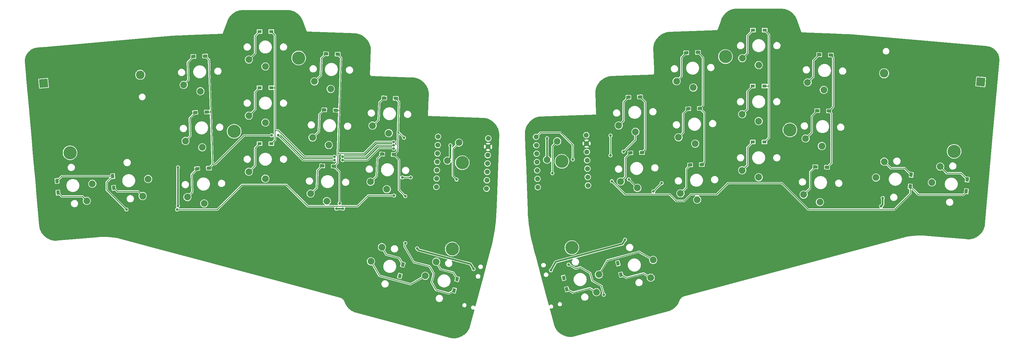
<source format=gbr>
%TF.GenerationSoftware,KiCad,Pcbnew,7.0.7*%
%TF.CreationDate,2023-10-03T23:41:33-07:00*%
%TF.ProjectId,neighboard,6e656967-6862-46f6-9172-642e6b696361,1.1*%
%TF.SameCoordinates,Original*%
%TF.FileFunction,Copper,L1,Top*%
%TF.FilePolarity,Positive*%
%FSLAX46Y46*%
G04 Gerber Fmt 4.6, Leading zero omitted, Abs format (unit mm)*
G04 Created by KiCad (PCBNEW 7.0.7) date 2023-10-03 23:41:33*
%MOMM*%
%LPD*%
G01*
G04 APERTURE LIST*
G04 Aperture macros list*
%AMRotRect*
0 Rectangle, with rotation*
0 The origin of the aperture is its center*
0 $1 length*
0 $2 width*
0 $3 Rotation angle, in degrees counterclockwise*
0 Add horizontal line*
21,1,$1,$2,0,0,$3*%
G04 Aperture macros list end*
%TA.AperFunction,ComponentPad*%
%ADD10C,0.500000*%
%TD*%
%TA.AperFunction,ComponentPad*%
%ADD11C,4.000000*%
%TD*%
%TA.AperFunction,ComponentPad*%
%ADD12C,2.032000*%
%TD*%
%TA.AperFunction,ComponentPad*%
%ADD13R,1.300000X0.950000*%
%TD*%
%TA.AperFunction,ComponentPad*%
%ADD14RotRect,1.300000X0.950000X182.000000*%
%TD*%
%TA.AperFunction,ComponentPad*%
%ADD15RotRect,1.300000X0.950000X178.000000*%
%TD*%
%TA.AperFunction,ComponentPad*%
%ADD16C,1.500000*%
%TD*%
%TA.AperFunction,ComponentPad*%
%ADD17RotRect,1.300000X0.950000X85.000000*%
%TD*%
%TA.AperFunction,SMDPad,CuDef*%
%ADD18C,2.000000*%
%TD*%
%TA.AperFunction,ComponentPad*%
%ADD19RotRect,1.300000X0.950000X75.000000*%
%TD*%
%TA.AperFunction,ComponentPad*%
%ADD20RotRect,1.300000X0.950000X275.000000*%
%TD*%
%TA.AperFunction,ComponentPad*%
%ADD21RotRect,2.600000X2.600000X175.000000*%
%TD*%
%TA.AperFunction,ComponentPad*%
%ADD22C,2.600000*%
%TD*%
%TA.AperFunction,ComponentPad*%
%ADD23RotRect,2.600000X2.600000X5.000000*%
%TD*%
%TA.AperFunction,ComponentPad*%
%ADD24RotRect,1.300000X0.950000X285.000000*%
%TD*%
%TA.AperFunction,ViaPad*%
%ADD25C,0.800000*%
%TD*%
%TA.AperFunction,Conductor*%
%ADD26C,0.500000*%
%TD*%
%TA.AperFunction,Conductor*%
%ADD27C,0.250000*%
%TD*%
G04 APERTURE END LIST*
D10*
%TO.P,Ref\u002A\u002A,1*%
%TO.N,N/C*%
X221769209Y-139268582D03*
X224329209Y-140328582D03*
X224769209Y-139268582D03*
X223269209Y-140768582D03*
X223269209Y-137768582D03*
X222209209Y-138208582D03*
D11*
X223269209Y-139268582D03*
D10*
X224329209Y-138208582D03*
X222209209Y-140328582D03*
%TD*%
%TO.P,Ref\u002A\u002A,1*%
%TO.N,N/C*%
X224789210Y-165428582D03*
X227349210Y-166488582D03*
X227789210Y-165428582D03*
X226289210Y-166928582D03*
X226289210Y-163928582D03*
X225229210Y-164368582D03*
D11*
X226289210Y-165428582D03*
D10*
X227349210Y-164368582D03*
X225229210Y-166488582D03*
%TD*%
%TO.P,Ref\u002A\u002A,1*%
%TO.N,N/C*%
X290889210Y-129748582D03*
X293449210Y-130808582D03*
X293889210Y-129748582D03*
X292389210Y-131248582D03*
X292389210Y-128248582D03*
X291329210Y-128688582D03*
D11*
X292389210Y-129748582D03*
D10*
X293449210Y-128688582D03*
X291329210Y-130808582D03*
%TD*%
%TO.P,Ref\u002A\u002A,1*%
%TO.N,N/C*%
X271349209Y-107528582D03*
X273909209Y-108588582D03*
X274349209Y-107528582D03*
X272849209Y-109028582D03*
X272849209Y-106028582D03*
X271789209Y-106468582D03*
D11*
X272849209Y-107528582D03*
D10*
X273909209Y-106468582D03*
X271789209Y-108588582D03*
%TD*%
%TO.P,Ref\u002A\u002A,1*%
%TO.N,N/C*%
X340629210Y-136258582D03*
X343189210Y-137318582D03*
X343629210Y-136258582D03*
X342129210Y-137758582D03*
X342129210Y-134758582D03*
X341069210Y-135198582D03*
D11*
X342129210Y-136258582D03*
D10*
X343189210Y-135198582D03*
X341069210Y-137318582D03*
%TD*%
%TO.P,Ref\u002A\u002A,1*%
%TO.N,N/C*%
X72723179Y-136676587D03*
X75283179Y-137736587D03*
X75723179Y-136676587D03*
X74223179Y-138176587D03*
X74223179Y-135176587D03*
X73163179Y-135616587D03*
D11*
X74223179Y-136676587D03*
D10*
X75283179Y-135616587D03*
X73163179Y-137736587D03*
%TD*%
%TO.P,Ref\u002A\u002A,1*%
%TO.N,N/C*%
X122463179Y-130186587D03*
X125023179Y-131246587D03*
X125463179Y-130186587D03*
X123963179Y-131686587D03*
X123963179Y-128686587D03*
X122903179Y-129126587D03*
D11*
X123963179Y-130186587D03*
D10*
X125023179Y-129126587D03*
X122903179Y-131246587D03*
%TD*%
%TO.P,Ref\u002A\u002A,1*%
%TO.N,N/C*%
X142003180Y-107956587D03*
X144563180Y-109016587D03*
X145003180Y-107956587D03*
X143503180Y-109456587D03*
X143503180Y-106456587D03*
X142443180Y-106896587D03*
D11*
X143503180Y-107956587D03*
D10*
X144563180Y-106896587D03*
X142443180Y-109016587D03*
%TD*%
%TO.P,Ref\u002A\u002A,1*%
%TO.N,N/C*%
X191593179Y-139696587D03*
X194153179Y-140756587D03*
X194593179Y-139696587D03*
X193093179Y-141196587D03*
X193093179Y-138196587D03*
X192033179Y-138636587D03*
D11*
X193093179Y-139696587D03*
D10*
X194153179Y-138636587D03*
X192033179Y-140756587D03*
%TD*%
%TO.P,Ref\u002A\u002A,1*%
%TO.N,N/C*%
X188553179Y-165836587D03*
X191113179Y-166896587D03*
X191553179Y-165836587D03*
X190053179Y-167336587D03*
X190053179Y-164336587D03*
X188993179Y-164776587D03*
D11*
X190053179Y-165836587D03*
D10*
X191113179Y-164776587D03*
X188993179Y-166896587D03*
%TD*%
D12*
%TO.P,SW23,2,2*%
%TO.N,Net-(D23-A)*%
X320975605Y-139378631D03*
%TO.P,SW23,1,1*%
%TO.N,Row2R*%
X318447817Y-144176577D03*
%TD*%
%TO.P,SW9,2,2*%
%TO.N,Net-(D9-A)*%
X79319670Y-151246900D03*
%TO.P,SW9,1,1*%
%TO.N,Row3L*%
X80975900Y-146082899D03*
%TD*%
D13*
%TO.P,D2,2,A*%
%TO.N,Net-(D2-A)*%
X131650900Y-99932896D03*
%TO.P,D2,1,K*%
%TO.N,Col3L*%
X135200900Y-99932896D03*
%TD*%
D12*
%TO.P,SW6,2,2*%
%TO.N,Net-(D6-A)*%
X128425900Y-125432897D03*
%TO.P,SW6,1,1*%
%TO.N,Row2L*%
X133425900Y-127532897D03*
%TD*%
%TO.P,SW30,2,2*%
%TO.N,Net-(D30-A)*%
X250202840Y-174537842D03*
%TO.P,SW30,1,1*%
%TO.N,Row4R*%
X250937189Y-169164693D03*
%TD*%
D14*
%TO.P,D25,2,A*%
%TO.N,Net-(D25-A)*%
X262130805Y-140373671D03*
%TO.P,D25,1,K*%
%TO.N,Col4R*%
X265678643Y-140249777D03*
%TD*%
D12*
%TO.P,SW7,2,2*%
%TO.N,Net-(D7-A)*%
X147725899Y-132056085D03*
%TO.P,SW7,1,1*%
%TO.N,Row2L*%
X152649564Y-134329303D03*
%TD*%
D15*
%TO.P,D27,2,A*%
%TO.N,Net-(D27-A)*%
X300070803Y-140939778D03*
%TO.P,D27,1,K*%
%TO.N,Col2R*%
X303618641Y-141063672D03*
%TD*%
%TO.P,D18,2,A*%
%TO.N,Net-(D18-A)*%
X301260803Y-106929778D03*
%TO.P,D18,1,K*%
%TO.N,Col2R*%
X304808641Y-107053672D03*
%TD*%
D16*
%TO.P,U1,1,A2/0.02_H*%
%TO.N,Col5L*%
X185757765Y-131802180D03*
%TO.P,U1,2,A4/0.03_H*%
%TO.N,Col4L*%
X185669120Y-134340632D03*
%TO.P,U1,3,A10/0.28*%
%TO.N,Col3L*%
X185580476Y-136879085D03*
%TO.P,U1,4,A11/0.29*%
%TO.N,Col2L*%
X185491831Y-139417538D03*
%TO.P,U1,5,A8_SDA/0.04_H*%
%TO.N,Col1L*%
X185403186Y-141955991D03*
%TO.P,U1,6,A9_SCL/0.05_H*%
%TO.N,Row4L*%
X185314541Y-144494443D03*
%TO.P,U1,7,B8_TX/1.11*%
%TO.N,unconnected-(U1-B8_TX{slash}1.11-Pad7)*%
X185225897Y-147032896D03*
%TO.P,U1,8,B9_RX/1.12*%
%TO.N,unconnected-(U1-B9_RX{slash}1.12-Pad8)*%
X200456613Y-147564764D03*
%TO.P,U1,9,A7_SCK/1.13*%
%TO.N,Row3L*%
X200545258Y-145026312D03*
%TO.P,U1,10,A5_MISO/1.14*%
%TO.N,Row2L*%
X200633902Y-142487859D03*
%TO.P,U1,11,A6_MOSI/1.15*%
%TO.N,Row1L*%
X200722547Y-139949406D03*
%TO.P,U1,12,3V3*%
%TO.N,unconnected-(U1-3V3-Pad12)*%
X200811192Y-137410953D03*
%TO.P,U1,13,GND*%
%TO.N,GND L*%
X200899837Y-134872501D03*
%TO.P,U1,14,5V*%
%TO.N,unconnected-(U1-5V-Pad14)*%
X200988481Y-132334048D03*
%TD*%
D13*
%TO.P,D21,2,A*%
%TO.N,Net-(D21-A)*%
X281129723Y-116471723D03*
%TO.P,D21,1,K*%
%TO.N,Col3R*%
X284679723Y-116471723D03*
%TD*%
D12*
%TO.P,SW19,2,2*%
%TO.N,Net-(D19-A)*%
X240494480Y-128407502D03*
%TO.P,SW19,1,1*%
%TO.N,Row2R*%
X245564723Y-130331725D03*
%TD*%
D17*
%TO.P,D23,2,A*%
%TO.N,Net-(D23-A)*%
X329139423Y-143333479D03*
%TO.P,D23,1,K*%
%TO.N,Col1R*%
X328830021Y-146869971D03*
%TD*%
D12*
%TO.P,SW27,2,2*%
%TO.N,Net-(D27-A)*%
X296541802Y-149346860D03*
%TO.P,SW27,1,1*%
%TO.N,Row3R*%
X301465467Y-151620078D03*
%TD*%
%TO.P,SW5,2,2*%
%TO.N,Net-(D5-A)*%
X109225897Y-133105080D03*
%TO.P,SW5,1,1*%
%TO.N,Row2L*%
X114296140Y-135029303D03*
%TD*%
D18*
%TO.P,THT4,1,1*%
%TO.N,ResetR*%
X221872869Y-133186434D03*
%TD*%
D12*
%TO.P,SW3,2,2*%
%TO.N,Net-(D3-A)*%
X148296327Y-115056086D03*
%TO.P,SW3,1,1*%
%TO.N,Row1L*%
X153219992Y-117329304D03*
%TD*%
%TO.P,SW26,2,2*%
%TO.N,Net-(D26-A)*%
X277914723Y-141991724D03*
%TO.P,SW26,1,1*%
%TO.N,Row3R*%
X282914723Y-144091724D03*
%TD*%
%TO.P,SW12,2,2*%
%TO.N,Net-(D12-A)*%
X147142979Y-149048031D03*
%TO.P,SW12,1,1*%
%TO.N,Row3L*%
X152066644Y-151321249D03*
%TD*%
D13*
%TO.P,D17,2,A*%
%TO.N,Net-(D17-A)*%
X281159723Y-99511724D03*
%TO.P,D17,1,K*%
%TO.N,Col3R*%
X284709723Y-99511724D03*
%TD*%
D19*
%TO.P,D14,2,A*%
%TO.N,Net-(D14-A)*%
X175085302Y-170568379D03*
%TO.P,D14,1,K*%
%TO.N,Col4L*%
X174166494Y-173997415D03*
%TD*%
D14*
%TO.P,D1,2,A*%
%TO.N,Net-(D1-A)*%
X111601980Y-107494844D03*
%TO.P,D1,1,K*%
%TO.N,Col2L*%
X115149818Y-107370950D03*
%TD*%
D17*
%TO.P,D28,2,A*%
%TO.N,Net-(D28-A)*%
X346119423Y-144783479D03*
%TO.P,D28,1,K*%
%TO.N,Col1R*%
X345810021Y-148319971D03*
%TD*%
D18*
%TO.P,THT2,1,1*%
%TO.N,ResetL*%
X192087189Y-133603472D03*
%TD*%
D12*
%TO.P,SW1,2,2*%
%TO.N,Net-(D1-A)*%
X108661561Y-116105080D03*
%TO.P,SW1,1,1*%
%TO.N,Row1L*%
X113731804Y-118029303D03*
%TD*%
%TO.P,SW24,2,2*%
%TO.N,Net-(D24-A)*%
X241083737Y-145395853D03*
%TO.P,SW24,1,1*%
%TO.N,Row3R*%
X246153980Y-147320076D03*
%TD*%
%TO.P,SW8,2,2*%
%TO.N,Net-(D8-A)*%
X165896327Y-128456086D03*
%TO.P,SW8,1,1*%
%TO.N,Row2L*%
X170819992Y-130729304D03*
%TD*%
%TO.P,SW10,2,2*%
%TO.N,Net-(D10-A)*%
X109808214Y-150113132D03*
%TO.P,SW10,1,1*%
%TO.N,Row3L*%
X114878457Y-152037355D03*
%TD*%
%TO.P,SW4,2,2*%
%TO.N,Net-(D4-A)*%
X96247218Y-149782681D03*
%TO.P,SW4,1,1*%
%TO.N,Row2L*%
X97903448Y-144618680D03*
%TD*%
%TO.P,SW28,2,2*%
%TO.N,Net-(D28-A)*%
X337914722Y-140861725D03*
%TO.P,SW28,1,1*%
%TO.N,Row3R*%
X335386934Y-145659671D03*
%TD*%
D20*
%TO.P,D4,2,A*%
%TO.N,Net-(D4-A)*%
X87480601Y-147301144D03*
%TO.P,D4,1,K*%
%TO.N,Col1L*%
X87171199Y-143764652D03*
%TD*%
D12*
%TO.P,SW13,2,2*%
%TO.N,Net-(D13-A)*%
X165296325Y-145456083D03*
%TO.P,SW13,1,1*%
%TO.N,Row3L*%
X170219990Y-147729301D03*
%TD*%
%TO.P,SW17,2,2*%
%TO.N,Net-(D17-A)*%
X277934723Y-108011723D03*
%TO.P,SW17,1,1*%
%TO.N,Row1R*%
X282934723Y-110111723D03*
%TD*%
D13*
%TO.P,D6,2,A*%
%TO.N,Net-(D6-A)*%
X131650897Y-116932897D03*
%TO.P,D6,1,K*%
%TO.N,Col3L*%
X135200897Y-116932897D03*
%TD*%
D15*
%TO.P,D7,2,A*%
%TO.N,Net-(D7-A)*%
X151251980Y-123670951D03*
%TO.P,D7,1,K*%
%TO.N,Col4L*%
X154799818Y-123794845D03*
%TD*%
D18*
%TO.P,THT1,1,1*%
%TO.N,Bat+ L*%
X188587189Y-139053472D03*
%TD*%
D21*
%TO.P,BT2,2,-*%
%TO.N,Bat- R*%
X350218286Y-115159170D03*
D22*
%TO.P,BT2,1,+*%
%TO.N,Bat+ R*%
X320930162Y-112596792D03*
%TD*%
D14*
%TO.P,D10,2,A*%
%TO.N,Net-(D10-A)*%
X112751980Y-141494844D03*
%TO.P,D10,1,K*%
%TO.N,Col2L*%
X116299818Y-141370950D03*
%TD*%
D23*
%TO.P,BT1,2,-*%
%TO.N,Bat- L*%
X66231835Y-115614086D03*
D22*
%TO.P,BT1,1,+*%
%TO.N,Bat+ L*%
X95519959Y-113051708D03*
%TD*%
D20*
%TO.P,D9,2,A*%
%TO.N,Net-(D9-A)*%
X70580599Y-148751143D03*
%TO.P,D9,1,K*%
%TO.N,Col1L*%
X70271197Y-145214651D03*
%TD*%
D12*
%TO.P,SW22,2,2*%
%TO.N,Net-(D22-A)*%
X297134724Y-132361725D03*
%TO.P,SW22,1,1*%
%TO.N,Row2R*%
X302058389Y-134634943D03*
%TD*%
%TO.P,SW2,2,2*%
%TO.N,Net-(D2-A)*%
X128425898Y-108432896D03*
%TO.P,SW2,1,1*%
%TO.N,Row1L*%
X133425898Y-110532896D03*
%TD*%
D13*
%TO.P,D11,2,A*%
%TO.N,Net-(D11-A)*%
X131650901Y-133932895D03*
%TO.P,D11,1,K*%
%TO.N,Col3L*%
X135200901Y-133932895D03*
%TD*%
D14*
%TO.P,D19,2,A*%
%TO.N,Net-(D19-A)*%
X243410805Y-119863671D03*
%TO.P,D19,1,K*%
%TO.N,Col5R*%
X246958643Y-119739777D03*
%TD*%
D24*
%TO.P,D30,2,A*%
%TO.N,Net-(D30-A)*%
X241164127Y-173606243D03*
%TO.P,D30,1,K*%
%TO.N,Col4R*%
X240245319Y-170177207D03*
%TD*%
D16*
%TO.P,U2,14,5V*%
%TO.N,unconnected-(U2-5V-Pad14)*%
X230674939Y-131346113D03*
%TO.P,U2,13,GND*%
%TO.N,GND L*%
X230763584Y-133884565D03*
%TO.P,U2,12,3V3*%
%TO.N,unconnected-(U2-3V3-Pad12)*%
X230852228Y-136423018D03*
%TO.P,U2,11,A6_MOSI/1.15*%
%TO.N,Row1R*%
X230940873Y-138961471D03*
%TO.P,U2,10,A5_MISO/1.14*%
%TO.N,Row2R*%
X231029518Y-141499924D03*
%TO.P,U2,9,A7_SCK/1.13*%
%TO.N,Row3R*%
X231118163Y-144038376D03*
%TO.P,U2,8,B9_RX/1.12*%
%TO.N,unconnected-(U2-B9_RX{slash}1.12-Pad8)*%
X231206807Y-146576829D03*
%TO.P,U2,7,B8_TX/1.11*%
%TO.N,unconnected-(U2-B8_TX{slash}1.11-Pad7)*%
X215976091Y-147108697D03*
%TO.P,U2,6,A9_SCL/0.05_H*%
%TO.N,Row4R*%
X215887446Y-144570245D03*
%TO.P,U2,5,A8_SDA/0.04_H*%
%TO.N,Col5R*%
X215798802Y-142031792D03*
%TO.P,U2,4,A11/0.29*%
%TO.N,Col4R*%
X215710157Y-139493339D03*
%TO.P,U2,3,A10/0.28*%
%TO.N,Col3R*%
X215621512Y-136954886D03*
%TO.P,U2,2,A4/0.03_H*%
%TO.N,Col2R*%
X215532867Y-134416434D03*
%TO.P,U2,1,A2/0.02_H*%
%TO.N,Col1R*%
X215444223Y-131877981D03*
%TD*%
D14*
%TO.P,D5,2,A*%
%TO.N,Net-(D5-A)*%
X112151980Y-124474844D03*
%TO.P,D5,1,K*%
%TO.N,Col2L*%
X115699818Y-124350950D03*
%TD*%
D19*
%TO.P,D15,2,A*%
%TO.N,Net-(D15-A)*%
X191535303Y-174968380D03*
%TO.P,D15,1,K*%
%TO.N,Col5L*%
X190616495Y-178397416D03*
%TD*%
D12*
%TO.P,SW21,2,2*%
%TO.N,Net-(D21-A)*%
X277914723Y-125001725D03*
%TO.P,SW21,1,1*%
%TO.N,Row2R*%
X282914723Y-127101725D03*
%TD*%
D13*
%TO.P,D26,2,A*%
%TO.N,Net-(D26-A)*%
X281139723Y-133431725D03*
%TO.P,D26,1,K*%
%TO.N,Col3R*%
X284689723Y-133431725D03*
%TD*%
D14*
%TO.P,D24,2,A*%
%TO.N,Net-(D24-A)*%
X244000804Y-136733672D03*
%TO.P,D24,1,K*%
%TO.N,Col5R*%
X247548642Y-136609778D03*
%TD*%
D15*
%TO.P,D22,2,A*%
%TO.N,Net-(D22-A)*%
X300670805Y-123899777D03*
%TO.P,D22,1,K*%
%TO.N,Col2R*%
X304218643Y-124023671D03*
%TD*%
D12*
%TO.P,SW20,2,2*%
%TO.N,Net-(D20-A)*%
X258614723Y-131991724D03*
%TO.P,SW20,1,1*%
%TO.N,Row2R*%
X263684966Y-133915947D03*
%TD*%
D15*
%TO.P,D13,2,A*%
%TO.N,Net-(D13-A)*%
X168801978Y-137070950D03*
%TO.P,D13,1,K*%
%TO.N,Col5L*%
X172349816Y-137194844D03*
%TD*%
D12*
%TO.P,SW25,2,2*%
%TO.N,Net-(D25-A)*%
X259207037Y-148981960D03*
%TO.P,SW25,1,1*%
%TO.N,Row3R*%
X264277280Y-150906183D03*
%TD*%
D15*
%TO.P,D12,2,A*%
%TO.N,Net-(D12-A)*%
X150651979Y-140620949D03*
%TO.P,D12,1,K*%
%TO.N,Col4L*%
X154199817Y-140744843D03*
%TD*%
D12*
%TO.P,SW14,2,2*%
%TO.N,Net-(D14-A)*%
X168744474Y-165287755D03*
%TO.P,SW14,1,1*%
%TO.N,Row4L*%
X165421935Y-169573865D03*
%TD*%
D14*
%TO.P,D20,2,A*%
%TO.N,Net-(D20-A)*%
X261560803Y-123343672D03*
%TO.P,D20,1,K*%
%TO.N,Col4R*%
X265108641Y-123219778D03*
%TD*%
D18*
%TO.P,THT3,1,1*%
%TO.N,Bat+ R*%
X218762868Y-138776435D03*
%TD*%
D15*
%TO.P,D3,2,A*%
%TO.N,Net-(D3-A)*%
X151801980Y-106670949D03*
%TO.P,D3,1,K*%
%TO.N,Col4L*%
X155349818Y-106794843D03*
%TD*%
D12*
%TO.P,SW29,2,2*%
%TO.N,Net-(D29-A)*%
X233772841Y-178940434D03*
%TO.P,SW29,1,1*%
%TO.N,Row4R*%
X234507190Y-173567285D03*
%TD*%
%TO.P,SW16,2,2*%
%TO.N,Net-(D16-A)*%
X258034724Y-115001725D03*
%TO.P,SW16,1,1*%
%TO.N,Row1R*%
X263104967Y-116925948D03*
%TD*%
%TO.P,SW15,2,2*%
%TO.N,Net-(D15-A)*%
X185194474Y-169687755D03*
%TO.P,SW15,1,1*%
%TO.N,Row4L*%
X181871935Y-173973865D03*
%TD*%
D14*
%TO.P,D16,2,A*%
%TO.N,Net-(D16-A)*%
X260950804Y-106373672D03*
%TO.P,D16,1,K*%
%TO.N,Col4R*%
X264498642Y-106249778D03*
%TD*%
D12*
%TO.P,SW11,2,2*%
%TO.N,Net-(D11-A)*%
X128425898Y-142432896D03*
%TO.P,SW11,1,1*%
%TO.N,Row3L*%
X133425898Y-144532896D03*
%TD*%
D24*
%TO.P,D29,2,A*%
%TO.N,Net-(D29-A)*%
X224754127Y-178016241D03*
%TO.P,D29,1,K*%
%TO.N,Col5R*%
X223835319Y-174587205D03*
%TD*%
D12*
%TO.P,SW18,2,2*%
%TO.N,Net-(D18-A)*%
X297734724Y-115361726D03*
%TO.P,SW18,1,1*%
%TO.N,Row1R*%
X302658389Y-117634944D03*
%TD*%
D15*
%TO.P,D8,2,A*%
%TO.N,Net-(D8-A)*%
X169401979Y-120070948D03*
%TO.P,D8,1,K*%
%TO.N,Col5L*%
X172949817Y-120194842D03*
%TD*%
D25*
%TO.N,ResetR*%
X235959174Y-179675911D03*
X225308224Y-170538207D03*
%TO.N,Bat- R*%
X219953987Y-172296925D03*
X242405272Y-163009649D03*
%TO.N,Row1R*%
X238002742Y-137459462D03*
X238034223Y-131457981D03*
%TO.N,ResetR*%
X220379209Y-142848582D03*
%TO.N,GND L*%
X219624223Y-147547981D03*
%TO.N,Col1R*%
X226599210Y-138708582D03*
%TO.N,Bat+ R*%
X218764223Y-132307981D03*
%TO.N,Row3R*%
X243564224Y-144717981D03*
%TO.N,Col1R*%
X238424223Y-145297981D03*
%TO.N,Bat- L*%
X196494620Y-171915363D03*
%TO.N,Col5L*%
X175825897Y-149832896D03*
X175825895Y-164032897D03*
%TO.N,Col1L*%
X106675898Y-153882896D03*
X91325898Y-153895396D03*
%TO.N,GND L*%
X196473180Y-144436587D03*
%TO.N,ResetL*%
X191375897Y-144782896D03*
%TO.N,Bat+ L*%
X189525897Y-134432897D03*
%TO.N,Col2L*%
X135325899Y-131395397D03*
X137325897Y-131395397D03*
X172325898Y-135395395D03*
X156825899Y-138895397D03*
X154325897Y-138895398D03*
%TO.N,Col3L*%
X156825899Y-137895397D03*
X154325897Y-137895397D03*
X172325897Y-134395397D03*
%TO.N,Col4L*%
X172325899Y-133395397D03*
X155925897Y-152045750D03*
%TO.N,Col1L*%
X172425896Y-149632897D03*
%TO.N,Col5L*%
X175425897Y-132132897D03*
%TO.N,Row2R*%
X241952742Y-136327980D03*
%TO.N,Row3L*%
X177438197Y-144145194D03*
X174925896Y-144132895D03*
%TO.N,Bat- L*%
X156925897Y-153632896D03*
X106925897Y-141132897D03*
X106925898Y-152761856D03*
X154925899Y-153632896D03*
X179425897Y-165632896D03*
%TO.N,Bat- R*%
X320002742Y-152877980D03*
X320502741Y-150377980D03*
%TO.N,Col4R*%
X251002741Y-148377980D03*
X253502741Y-145877981D03*
%TD*%
D26*
%TO.N,Bat- L*%
X179425897Y-165632896D02*
X179714690Y-166133100D01*
X179714690Y-166133100D02*
X195616201Y-170393897D01*
X195616201Y-170393897D02*
X196494620Y-171915363D01*
%TO.N,Bat- R*%
X242405272Y-163009649D02*
X241645438Y-164325721D01*
X241645438Y-164325721D02*
X221428609Y-169742804D01*
X221428609Y-169742804D02*
X219953987Y-172296925D01*
D27*
%TO.N,ResetR*%
X225308224Y-170538207D02*
X227479714Y-171791916D01*
X227479714Y-171791916D02*
X228909284Y-171408864D01*
X231848673Y-173105920D02*
X232464662Y-175404824D01*
X232464662Y-175404824D02*
X235244832Y-177009956D01*
X235244832Y-177009956D02*
X235959174Y-179675911D01*
X228909284Y-171408864D02*
X231848673Y-173105920D01*
X221872869Y-133186434D02*
X220379209Y-134680093D01*
X220379209Y-134680093D02*
X220379209Y-142848582D01*
%TO.N,Col1R*%
X226599210Y-138708582D02*
X226599209Y-134342966D01*
X226599209Y-134342966D02*
X222814223Y-130557981D01*
X222814223Y-130557981D02*
X216764224Y-130557981D01*
X216764224Y-130557981D02*
X215444223Y-131877981D01*
D26*
%TO.N,GND L*%
X230763584Y-133884564D02*
X228049209Y-136598939D01*
X228049209Y-136598939D02*
X228049209Y-139122995D01*
X228049209Y-139122995D02*
X219624223Y-147547981D01*
D27*
%TO.N,ResetL*%
X192087189Y-133603472D02*
X190213179Y-135477482D01*
X190213180Y-143620179D02*
X191375897Y-144782896D01*
X190213179Y-135477482D02*
X190213180Y-143620179D01*
D26*
%TO.N,GND L*%
X196473180Y-144436587D02*
X196493180Y-144416587D01*
X196493180Y-144416587D02*
X196493180Y-139279160D01*
X196493180Y-139279160D02*
X200899837Y-134872502D01*
D27*
%TO.N,Row4R*%
X234507192Y-173567284D02*
X236984695Y-169276123D01*
X236984695Y-169276123D02*
X246646251Y-166687317D01*
X246646251Y-166687317D02*
X250937190Y-169164691D01*
%TO.N,Net-(D29-A)*%
X233772843Y-178940434D02*
X233771497Y-178935414D01*
X226619655Y-179093305D02*
X224754127Y-178016242D01*
X233771497Y-178935414D02*
X231691241Y-177734377D01*
X231691241Y-177734377D02*
X226619655Y-179093305D01*
%TO.N,Net-(D30-A)*%
X250202841Y-174537841D02*
X250201448Y-174532644D01*
X250201448Y-174532644D02*
X247974670Y-173247013D01*
X247974670Y-173247013D02*
X242898008Y-174607300D01*
X242898008Y-174607300D02*
X241164127Y-173606243D01*
%TO.N,Col1R*%
X328830021Y-146869971D02*
X328830022Y-149050700D01*
X324002741Y-153877981D02*
X297914224Y-153877980D01*
X328830022Y-149050700D02*
X324002741Y-153877981D01*
X257894223Y-151247980D02*
X255914223Y-149267981D01*
X297914224Y-153877980D02*
X289914224Y-145877981D01*
X289914224Y-145877981D02*
X273574222Y-145877981D01*
X273574222Y-145877981D02*
X270184223Y-149267981D01*
X262374223Y-149267981D02*
X260394224Y-151247981D01*
X270184223Y-149267981D02*
X262374223Y-149267981D01*
X260394224Y-151247981D02*
X257894223Y-151247980D01*
X255914223Y-149267981D02*
X242394223Y-149267981D01*
X242394223Y-149267981D02*
X238424223Y-145297981D01*
%TO.N,Row1R*%
X238034223Y-131457981D02*
X238034224Y-137427980D01*
X238034224Y-137427980D02*
X238002742Y-137459462D01*
D26*
%TO.N,Bat+ R*%
X218764223Y-132307981D02*
X218762867Y-132309337D01*
X218762867Y-132309337D02*
X218762868Y-138776435D01*
D27*
%TO.N,Row3R*%
X243564222Y-144730322D02*
X246153979Y-147320078D01*
X243564224Y-144717981D02*
X243564222Y-144730322D01*
%TO.N,Col5L*%
X175825895Y-164032897D02*
X175564533Y-165008320D01*
X175564533Y-165008320D02*
X178325493Y-169790442D01*
X178325493Y-169790442D02*
X183155120Y-171084536D01*
X183155120Y-171084536D02*
X184463268Y-173350313D01*
X184463268Y-173350313D02*
X183777398Y-175910018D01*
X183777398Y-175910018D02*
X185156257Y-178298270D01*
X185156257Y-178298270D02*
X189002956Y-179328991D01*
X189002956Y-179328991D02*
X190616494Y-178397415D01*
%TO.N,Row4L*%
X165421935Y-169573864D02*
X167945961Y-173945606D01*
X167945961Y-173945606D02*
X177491010Y-176503193D01*
X177491010Y-176503193D02*
X181871934Y-173973865D01*
%TO.N,Net-(D15-A)*%
X191535302Y-174968378D02*
X190416269Y-173030155D01*
X190416269Y-173030155D02*
X186521721Y-171986615D01*
X186521721Y-171986615D02*
X185194475Y-169687756D01*
%TO.N,Net-(D14-A)*%
X175085302Y-170568379D02*
X173925611Y-168559734D01*
X173925611Y-168559734D02*
X170031064Y-167516193D01*
X170031064Y-167516193D02*
X168744476Y-165287754D01*
%TO.N,Col5L*%
X173925897Y-147932896D02*
X175825897Y-149832896D01*
X173925897Y-138770924D02*
X173925897Y-147932896D01*
%TO.N,Col1L*%
X118813398Y-153882896D02*
X106675898Y-153882896D01*
X118825898Y-153895395D02*
X118813398Y-153882896D01*
D26*
%TO.N,Bat+ L*%
X189525897Y-134432897D02*
X189525896Y-138114765D01*
X189525896Y-138114765D02*
X188587189Y-139053472D01*
D27*
%TO.N,Col5R*%
X248502741Y-121283876D02*
X246958642Y-119739777D01*
X248502741Y-135655679D02*
X248502741Y-121283876D01*
X247548644Y-136609778D02*
X248502741Y-135655679D01*
%TO.N,Net-(D1-A)*%
X110068841Y-114595957D02*
X108661561Y-116105079D01*
X111601978Y-107494844D02*
X109885155Y-109335911D01*
X109885155Y-109335911D02*
X110068841Y-114595957D01*
%TO.N,Col2L*%
X164325898Y-138895396D02*
X167325900Y-135895398D01*
X126963397Y-131395396D02*
X135325899Y-131395397D01*
X116299817Y-141370948D02*
X117464201Y-140122299D01*
X167825899Y-135395396D02*
X168825898Y-135395396D01*
X116359905Y-108499376D02*
X115149816Y-107370950D01*
X117464201Y-140122299D02*
X116899442Y-123949714D01*
X168825898Y-135395396D02*
X172325898Y-135395395D01*
X144825898Y-138895398D02*
X154325897Y-138895398D01*
X156825899Y-138895397D02*
X164325898Y-138895396D01*
X115699816Y-124350949D02*
X116553068Y-124321155D01*
X116553068Y-124321155D02*
X116899442Y-123949714D01*
X118236494Y-140122300D02*
X126963397Y-131395396D01*
X117464201Y-140122299D02*
X118236494Y-140122300D01*
X116899442Y-123949714D02*
X116359905Y-108499376D01*
X137325897Y-131395397D02*
X144825898Y-138895398D01*
X167325900Y-135895398D02*
X167825899Y-135395396D01*
%TO.N,Net-(D2-A)*%
X130325899Y-106532896D02*
X130325899Y-101257895D01*
X130325899Y-101257895D02*
X131650899Y-99932897D01*
X128425899Y-108432896D02*
X130325899Y-106532896D01*
%TO.N,Col3L*%
X137325899Y-129895397D02*
X145325899Y-137895397D01*
X135200901Y-133932897D02*
X136325897Y-132807895D01*
X136325898Y-116832896D02*
X136325898Y-101057897D01*
X136325897Y-129895396D02*
X136325898Y-116832896D01*
X163825899Y-137895397D02*
X167325897Y-134395397D01*
X136325897Y-129895396D02*
X137325899Y-129895397D01*
X136325898Y-101057897D02*
X135200899Y-99932897D01*
X156825899Y-137895397D02*
X163825899Y-137895397D01*
X136225899Y-116932897D02*
X136325898Y-116832896D01*
X135200899Y-116932897D02*
X136225899Y-116932897D01*
X136325897Y-132807895D02*
X136325897Y-129895396D01*
X145325899Y-137895397D02*
X154325897Y-137895397D01*
X167325897Y-134395397D02*
X172325897Y-134395397D01*
%TO.N,Net-(D3-A)*%
X150208574Y-113272884D02*
X148296326Y-115056085D01*
X151801980Y-106670950D02*
X150393247Y-107984617D01*
X150393247Y-107984617D02*
X150208574Y-113272884D01*
%TO.N,Col4L*%
X155288336Y-139729783D02*
X155387315Y-136895396D01*
X155925898Y-142470923D02*
X155925897Y-152045750D01*
X154199817Y-140744841D02*
X155925898Y-142470923D01*
X155786652Y-123829306D02*
X155845509Y-123774418D01*
X155387315Y-136895396D02*
X155845509Y-123774418D01*
X154199816Y-140744844D02*
X155288336Y-139729783D01*
X166825899Y-133395396D02*
X172325899Y-133395397D01*
X154799815Y-123794842D02*
X155786652Y-123829306D01*
X155387315Y-136895396D02*
X163325899Y-136895397D01*
X155845509Y-123774418D02*
X156399154Y-107920119D01*
X156399154Y-107920119D02*
X155349819Y-106794844D01*
X163325899Y-136895397D02*
X166825899Y-133395396D01*
%TO.N,Net-(D4-A)*%
X87480600Y-147301144D02*
X88574854Y-148395396D01*
X94859934Y-148395396D02*
X96247218Y-149782681D01*
X88574854Y-148395396D02*
X94859934Y-148395396D01*
%TO.N,Net-(D5-A)*%
X110476559Y-126271510D02*
X110661435Y-131565654D01*
X112151980Y-124474843D02*
X110476559Y-126271510D01*
X110661435Y-131565654D02*
X109225898Y-133105078D01*
%TO.N,Col1L*%
X164588399Y-149632897D02*
X172425896Y-149632897D01*
X71721195Y-143764651D02*
X87171198Y-143764651D01*
X85325898Y-147895396D02*
X90325898Y-152895396D01*
X145825899Y-152395397D02*
X146325898Y-152895397D01*
X161325900Y-152895397D02*
X164588399Y-149632897D01*
X87171198Y-143764651D02*
X85325898Y-145609951D01*
X146325898Y-152895397D02*
X146825898Y-152895396D01*
X85325899Y-145895396D02*
X85325898Y-147895396D01*
X139825899Y-146395396D02*
X145825899Y-152395397D01*
X70271197Y-145214652D02*
X71721195Y-143764651D01*
X85325898Y-145609951D02*
X85325899Y-145895396D01*
X90325898Y-152895396D02*
X91325898Y-153895396D01*
X146825898Y-152895396D02*
X161325900Y-152895397D01*
X128825899Y-146395397D02*
X139825899Y-146395396D01*
X118825898Y-153895395D02*
X126325898Y-146395395D01*
X126325898Y-146395395D02*
X128825899Y-146395397D01*
%TO.N,Net-(D6-A)*%
X130325899Y-123532894D02*
X128425898Y-125432897D01*
X131650900Y-116932897D02*
X130325899Y-118257896D01*
X130325899Y-118257896D02*
X130325899Y-123532894D01*
%TO.N,Net-(D7-A)*%
X149614140Y-130295271D02*
X147725901Y-132056085D01*
X149798120Y-125026693D02*
X149614140Y-130295271D01*
X151251979Y-123670949D02*
X149798120Y-125026693D01*
%TO.N,Net-(D8-A)*%
X167934361Y-121439527D02*
X167749690Y-126727797D01*
X169401978Y-120070950D02*
X167934361Y-121439527D01*
X167749690Y-126727797D02*
X165896330Y-128456084D01*
%TO.N,Net-(D9-A)*%
X70580599Y-148751143D02*
X71724852Y-149895397D01*
X77968165Y-149895395D02*
X79319669Y-151246900D01*
X71724852Y-149895397D02*
X77968165Y-149895395D01*
%TO.N,Col5L*%
X173944245Y-121261236D02*
X172949816Y-120194843D01*
X173686822Y-128632896D02*
X173944245Y-121261236D01*
X173422769Y-136194296D02*
X173686822Y-128632896D01*
X173686820Y-130393819D02*
X175425897Y-132132897D01*
X172349817Y-137194842D02*
X173422769Y-136194296D01*
X173686822Y-128632896D02*
X173686820Y-130393819D01*
X172349817Y-137194844D02*
X173925897Y-138770924D01*
%TO.N,Net-(D10-A)*%
X111254951Y-148561697D02*
X109808214Y-150113132D01*
X112751980Y-141494844D02*
X111071116Y-143297349D01*
X111071116Y-143297349D02*
X111254951Y-148561697D01*
%TO.N,Net-(D11-A)*%
X130325900Y-140532897D02*
X128425901Y-142432895D01*
X131650898Y-133932897D02*
X130325898Y-135257897D01*
X130325898Y-135257897D02*
X130325900Y-140532897D01*
%TO.N,Net-(D12-A)*%
X149206488Y-141968894D02*
X149020416Y-147297290D01*
X149020416Y-147297290D02*
X147142976Y-149048031D01*
X150651979Y-140620951D02*
X149206488Y-141968894D01*
%TO.N,Net-(D13-A)*%
X168801980Y-137070950D02*
X167340920Y-138433408D01*
X167340920Y-138433408D02*
X167156252Y-143721675D01*
X167156252Y-143721675D02*
X165296327Y-145456084D01*
%TO.N,Net-(D16-A)*%
X259502742Y-107821735D02*
X259502741Y-113533705D01*
X259502741Y-113533705D02*
X258034723Y-115001725D01*
X260950805Y-106373671D02*
X259502742Y-107821735D01*
%TO.N,Net-(D17-A)*%
X279502741Y-101168704D02*
X279502741Y-106443707D01*
X281159722Y-99511724D02*
X279502741Y-101168704D01*
X279502741Y-106443707D02*
X277934723Y-108011725D01*
%TO.N,Col1R*%
X345002743Y-149377981D02*
X331338032Y-149377981D01*
X331338032Y-149377981D02*
X328830021Y-146869971D01*
X345810022Y-148570699D02*
X345002743Y-149377981D01*
X345810022Y-148319971D02*
X345810022Y-148570699D01*
%TO.N,Net-(D18-A)*%
X299502740Y-113593706D02*
X299502742Y-108687841D01*
X297734724Y-115361725D02*
X299502740Y-113593706D01*
X299502742Y-108687841D02*
X301260805Y-106929778D01*
%TO.N,Net-(D19-A)*%
X243410804Y-119863672D02*
X242002743Y-121271734D01*
X242002743Y-121271734D02*
X242002741Y-126899240D01*
X242002741Y-126899240D02*
X240494479Y-128407502D01*
%TO.N,Net-(D20-A)*%
X260002741Y-124877981D02*
X260002742Y-130603706D01*
X261560805Y-123343672D02*
X260026496Y-124877981D01*
X260002742Y-130603706D02*
X258614724Y-131991724D01*
X260026496Y-124877981D02*
X260002741Y-124877981D01*
%TO.N,Net-(D21-A)*%
X279502741Y-123413706D02*
X277914723Y-125001724D01*
X279502741Y-118098707D02*
X279502741Y-123413706D01*
X281129723Y-116471724D02*
X279502741Y-118098707D01*
%TO.N,Net-(D22-A)*%
X297134724Y-132361724D02*
X299002743Y-130493706D01*
X299002743Y-130493706D02*
X299002740Y-125567841D01*
X299002740Y-125567841D02*
X300670804Y-123899779D01*
%TO.N,Net-(D23-A)*%
X320975605Y-139378631D02*
X322974954Y-141377981D01*
X322974954Y-141377981D02*
X327183926Y-141377979D01*
X327183926Y-141377979D02*
X329139426Y-143333478D01*
%TO.N,Net-(D24-A)*%
X241083737Y-145395855D02*
X242502741Y-143976850D01*
X242502742Y-138231735D02*
X244000804Y-136733671D01*
X242502741Y-143976850D02*
X242502742Y-138231735D01*
%TO.N,Net-(D25-A)*%
X261002740Y-141501733D02*
X261002741Y-147186257D01*
X261002741Y-147186257D02*
X259207038Y-148981960D01*
X262130804Y-140373672D02*
X261002740Y-141501733D01*
%TO.N,Net-(D26-A)*%
X279502742Y-135068707D02*
X279502740Y-140403706D01*
X281139724Y-133431725D02*
X279502742Y-135068707D01*
X279502740Y-140403706D02*
X277914723Y-141991725D01*
%TO.N,Net-(D27-A)*%
X298502742Y-147385920D02*
X298502742Y-142507840D01*
X296541801Y-149346859D02*
X298502742Y-147385920D01*
X298502742Y-142507840D02*
X300070805Y-140939778D01*
%TO.N,Net-(D28-A)*%
X344213927Y-142877979D02*
X346119423Y-144783479D01*
X337914724Y-140861724D02*
X339930979Y-142877980D01*
X339930979Y-142877980D02*
X344213927Y-142877979D01*
%TO.N,Row2R*%
X241952742Y-136327980D02*
X245564724Y-132715999D01*
X245564724Y-132715999D02*
X245564723Y-130331725D01*
%TO.N,Row3L*%
X174925896Y-144132895D02*
X177425897Y-144132896D01*
X177425897Y-144132896D02*
X177438197Y-144145194D01*
D26*
%TO.N,Bat- L*%
X106925897Y-141132897D02*
X106925898Y-152761856D01*
X154925899Y-153632896D02*
X156925897Y-153632896D01*
%TO.N,Bat- R*%
X320502740Y-152377981D02*
X320002742Y-152877980D01*
X320502741Y-150377980D02*
X320502740Y-152377981D01*
D27*
%TO.N,Col4R*%
X251002741Y-148377980D02*
X253502741Y-145877981D01*
X265678642Y-140249777D02*
X266502741Y-139425678D01*
X266002741Y-107753876D02*
X264498641Y-106249778D01*
X265108642Y-123219775D02*
X265160944Y-123219778D01*
X266002742Y-122377981D02*
X266002741Y-107753876D01*
X266502741Y-124613876D02*
X265108642Y-123219775D01*
X266502741Y-139425678D02*
X266502741Y-124613876D01*
X265160944Y-123219778D02*
X266002742Y-122377981D01*
%TO.N,Col3R*%
X284679723Y-116471724D02*
X285908998Y-116471725D01*
X286002741Y-132118706D02*
X284689723Y-133431724D01*
X285908998Y-116471725D02*
X286002742Y-116377982D01*
X284709724Y-99511725D02*
X286002742Y-100804742D01*
X286002742Y-116377982D02*
X286002741Y-132118706D01*
X286002742Y-100804742D02*
X286002742Y-116377982D01*
%TO.N,Col2R*%
X305502741Y-107747770D02*
X305502741Y-122739573D01*
X305002740Y-139679573D02*
X303618642Y-141063672D01*
X304218642Y-124023671D02*
X305002741Y-124807770D01*
X305002741Y-124807770D02*
X305002740Y-139679573D01*
X305502741Y-122739573D02*
X304218642Y-124023671D01*
X304808642Y-107053672D02*
X305502741Y-107747770D01*
%TD*%
%TA.AperFunction,Conductor*%
%TO.N,GND L*%
G36*
X140297638Y-93420811D02*
G01*
X140487644Y-93432730D01*
X140676800Y-93452406D01*
X140864893Y-93479687D01*
X141051677Y-93514416D01*
X141236952Y-93556438D01*
X141420532Y-93605614D01*
X141602119Y-93661767D01*
X141781541Y-93724753D01*
X141958566Y-93794419D01*
X142133026Y-93870631D01*
X142304650Y-93953211D01*
X142473208Y-94042003D01*
X142638499Y-94136864D01*
X142800318Y-94237641D01*
X142958409Y-94344165D01*
X143037739Y-94401863D01*
X143112607Y-94456316D01*
X143262628Y-94573895D01*
X143408296Y-94696780D01*
X143549380Y-94824806D01*
X143685665Y-94957825D01*
X143816921Y-95095680D01*
X143942960Y-95238240D01*
X144063511Y-95385299D01*
X144178381Y-95536735D01*
X144287356Y-95692397D01*
X144390207Y-95852119D01*
X144486721Y-96015762D01*
X144576679Y-96183168D01*
X144659853Y-96354168D01*
X144736028Y-96528619D01*
X144804716Y-96705675D01*
X145882464Y-99667435D01*
X145882613Y-99667372D01*
X145886161Y-99675737D01*
X145889678Y-99684664D01*
X145893505Y-99692655D01*
X145893506Y-99692658D01*
X145893540Y-99692729D01*
X145893580Y-99692820D01*
X145893581Y-99692821D01*
X145897104Y-99700837D01*
X145901574Y-99709395D01*
X145905853Y-99718142D01*
X145910259Y-99725734D01*
X145914569Y-99733816D01*
X145919547Y-99741699D01*
X145922851Y-99747363D01*
X145924741Y-99749891D01*
X145927393Y-99754074D01*
X145928044Y-99755253D01*
X145929404Y-99757251D01*
X145929405Y-99757253D01*
X145929454Y-99757325D01*
X145929504Y-99757403D01*
X145929505Y-99757403D01*
X145934866Y-99765768D01*
X145939927Y-99772551D01*
X145944856Y-99779727D01*
X145950977Y-99787404D01*
X145956390Y-99794620D01*
X145962495Y-99801760D01*
X145962496Y-99801762D01*
X145962555Y-99801831D01*
X145962611Y-99801900D01*
X145962612Y-99801900D01*
X145968591Y-99809268D01*
X145974655Y-99815838D01*
X145981067Y-99823212D01*
X145987259Y-99829404D01*
X145994040Y-99836716D01*
X145999235Y-99841498D01*
X146001410Y-99843601D01*
X146006734Y-99849006D01*
X146013878Y-99855161D01*
X146018659Y-99859665D01*
X146021248Y-99861575D01*
X146021417Y-99861721D01*
X146024659Y-99864542D01*
X146025654Y-99865530D01*
X146027868Y-99867335D01*
X146035601Y-99874023D01*
X146042276Y-99879005D01*
X146049507Y-99884911D01*
X146057090Y-99890170D01*
X146064273Y-99895633D01*
X146072199Y-99900754D01*
X146072200Y-99900755D01*
X146072265Y-99900797D01*
X146072349Y-99900856D01*
X146080080Y-99906287D01*
X146087836Y-99910906D01*
X146095299Y-99915803D01*
X146103638Y-99920400D01*
X146103639Y-99920401D01*
X146103717Y-99920444D01*
X146103795Y-99920491D01*
X146111700Y-99925254D01*
X146119939Y-99929422D01*
X146127885Y-99933835D01*
X146136466Y-99937817D01*
X146145169Y-99942235D01*
X146153162Y-99945566D01*
X146153234Y-99945596D01*
X146153326Y-99945639D01*
X146153327Y-99945639D01*
X146161759Y-99949581D01*
X146168988Y-99952292D01*
X146171650Y-99953360D01*
X146178889Y-99956462D01*
X146186077Y-99958834D01*
X146189129Y-99959930D01*
X146195008Y-99962217D01*
X146205134Y-99965255D01*
X146214458Y-99968362D01*
X146222849Y-99970511D01*
X146232039Y-99973237D01*
X146240671Y-99975079D01*
X146240674Y-99975081D01*
X146240763Y-99975100D01*
X146240848Y-99975122D01*
X146240850Y-99975121D01*
X146249993Y-99977488D01*
X146257409Y-99978759D01*
X146260207Y-99979305D01*
X146267683Y-99980943D01*
X146277029Y-99982206D01*
X146287380Y-99984032D01*
X146293505Y-99984543D01*
X146297214Y-99984964D01*
X146304154Y-99985965D01*
X146312336Y-99986387D01*
X146315308Y-99986613D01*
X146321462Y-99987228D01*
X160591807Y-100485470D01*
X160591795Y-100485798D01*
X160595385Y-100485617D01*
X160810659Y-100499152D01*
X160823176Y-100499939D01*
X160826559Y-100500245D01*
X161066241Y-100528670D01*
X161069538Y-100529152D01*
X161306558Y-100570402D01*
X161309775Y-100571051D01*
X161543710Y-100624735D01*
X161546798Y-100625529D01*
X161777380Y-100691283D01*
X161780398Y-100692229D01*
X161793625Y-100696744D01*
X162007168Y-100769639D01*
X162010069Y-100770712D01*
X162137959Y-100821662D01*
X162232712Y-100859410D01*
X162235461Y-100860584D01*
X162453644Y-100960206D01*
X162456312Y-100961503D01*
X162480548Y-100974018D01*
X162669589Y-101071632D01*
X162672158Y-101073037D01*
X162880150Y-101193272D01*
X162882586Y-101194757D01*
X163084871Y-101324675D01*
X163084926Y-101324710D01*
X163087297Y-101326312D01*
X163283671Y-101465634D01*
X163285921Y-101467309D01*
X163475899Y-101615571D01*
X163478036Y-101617317D01*
X163661276Y-101774151D01*
X163663310Y-101775973D01*
X163839411Y-101940959D01*
X163841372Y-101942881D01*
X164010898Y-102116590D01*
X164172496Y-102297700D01*
X164174288Y-102299800D01*
X164203463Y-102335602D01*
X164326720Y-102486858D01*
X164328432Y-102489057D01*
X164472223Y-102682661D01*
X164473844Y-102684950D01*
X164608652Y-102884743D01*
X164610181Y-102887125D01*
X164735612Y-103092670D01*
X164737047Y-103095149D01*
X164852739Y-103306060D01*
X164854075Y-103308637D01*
X164959678Y-103524547D01*
X164960910Y-103527226D01*
X165056023Y-103747670D01*
X165057138Y-103750433D01*
X165141434Y-103975089D01*
X165142436Y-103977975D01*
X165215521Y-104206372D01*
X165216396Y-104209361D01*
X165277934Y-104441189D01*
X165278667Y-104444268D01*
X165289034Y-104493333D01*
X165328275Y-104679057D01*
X165328862Y-104682244D01*
X165366190Y-104919639D01*
X165366616Y-104922917D01*
X165391297Y-105162507D01*
X165391551Y-105165865D01*
X165397951Y-105298138D01*
X165403218Y-105407023D01*
X165403232Y-105407302D01*
X165403303Y-105410730D01*
X165401599Y-105655753D01*
X165149296Y-112889313D01*
X165149015Y-112891672D01*
X165148969Y-112898705D01*
X165148692Y-112906625D01*
X165148898Y-112909282D01*
X165148828Y-112919883D01*
X165148697Y-112921659D01*
X165148799Y-112924146D01*
X165148799Y-112926808D01*
X165149021Y-112928660D01*
X165149819Y-112944840D01*
X165149805Y-112946569D01*
X165149993Y-112948445D01*
X165149993Y-112948448D01*
X165150003Y-112948548D01*
X165150007Y-112948619D01*
X165150008Y-112948621D01*
X165150116Y-112950553D01*
X165150380Y-112952173D01*
X165151599Y-112963834D01*
X165151716Y-112967388D01*
X165152528Y-112972729D01*
X165152794Y-112975127D01*
X165153180Y-112976832D01*
X165155742Y-112992947D01*
X165155916Y-112994716D01*
X165156015Y-112995180D01*
X165156593Y-112998282D01*
X165156749Y-112999258D01*
X165157271Y-113001074D01*
X165159515Y-113011600D01*
X165160009Y-113015157D01*
X165161408Y-113020480D01*
X165162902Y-113027257D01*
X165164148Y-113030714D01*
X165165316Y-113035079D01*
X165165947Y-113038380D01*
X165167653Y-113043825D01*
X165167653Y-113043828D01*
X165167679Y-113043911D01*
X165167702Y-113043994D01*
X165167703Y-113043996D01*
X165168353Y-113046342D01*
X165168939Y-113047825D01*
X165173827Y-113062988D01*
X165174254Y-113064692D01*
X165175126Y-113067017D01*
X165177089Y-113073053D01*
X165178670Y-113076404D01*
X165182371Y-113086211D01*
X165182843Y-113087724D01*
X165183706Y-113089747D01*
X165184677Y-113092280D01*
X165185455Y-113093781D01*
X165191587Y-113107919D01*
X165192204Y-113109671D01*
X165192695Y-113110666D01*
X165194007Y-113113503D01*
X165194434Y-113114492D01*
X165195355Y-113116077D01*
X165198193Y-113121853D01*
X165202304Y-113130223D01*
X165202953Y-113131795D01*
X165204132Y-113133942D01*
X165206786Y-113139323D01*
X165208733Y-113142301D01*
X165214083Y-113152022D01*
X165214765Y-113153453D01*
X165215894Y-113155311D01*
X165217125Y-113157528D01*
X165218063Y-113158857D01*
X165226339Y-113172381D01*
X165227176Y-113173987D01*
X165227757Y-113174842D01*
X165229438Y-113177452D01*
X165231438Y-113180738D01*
X165233653Y-113183558D01*
X165237228Y-113188846D01*
X165238820Y-113191613D01*
X165242271Y-113196312D01*
X165242272Y-113196314D01*
X165242319Y-113196378D01*
X165242373Y-113196457D01*
X165242374Y-113196457D01*
X165246608Y-113202653D01*
X165248897Y-113205225D01*
X165254561Y-113212844D01*
X165255444Y-113214199D01*
X165256916Y-113216010D01*
X165260586Y-113220925D01*
X165262949Y-113223412D01*
X165264154Y-113224890D01*
X165266183Y-113227379D01*
X165266548Y-113227826D01*
X165268473Y-113230577D01*
X165272329Y-113234923D01*
X165272330Y-113234925D01*
X165272385Y-113234987D01*
X165272444Y-113235059D01*
X165272445Y-113235059D01*
X165276876Y-113240467D01*
X165279432Y-113242888D01*
X165285993Y-113250244D01*
X165287071Y-113251619D01*
X165287557Y-113252113D01*
X165289754Y-113254467D01*
X165292287Y-113257326D01*
X165294982Y-113259721D01*
X165302773Y-113267713D01*
X165303793Y-113268912D01*
X165305778Y-113270796D01*
X165311428Y-113276531D01*
X165314155Y-113278658D01*
X165316487Y-113280847D01*
X165318795Y-113283379D01*
X165323634Y-113287555D01*
X165329060Y-113292607D01*
X165331884Y-113294633D01*
X165335247Y-113297518D01*
X165337646Y-113299900D01*
X165342204Y-113303486D01*
X165347472Y-113307976D01*
X165350386Y-113309892D01*
X165354215Y-113312890D01*
X165356894Y-113315322D01*
X165360194Y-113317662D01*
X165362684Y-113319522D01*
X165367089Y-113322988D01*
X165370446Y-113324959D01*
X165373824Y-113327364D01*
X165376651Y-113329708D01*
X165380030Y-113331876D01*
X165382580Y-113333603D01*
X165387377Y-113337029D01*
X165390834Y-113338841D01*
X165393291Y-113340426D01*
X165396212Y-113342665D01*
X165401754Y-113345891D01*
X165401755Y-113345893D01*
X165401834Y-113345939D01*
X165401904Y-113345984D01*
X165401905Y-113345984D01*
X165406828Y-113349149D01*
X165410026Y-113350698D01*
X165419128Y-113355986D01*
X165420570Y-113356960D01*
X165422886Y-113358169D01*
X165429326Y-113361893D01*
X165432833Y-113363334D01*
X165440883Y-113367515D01*
X165442465Y-113368468D01*
X165442849Y-113368642D01*
X165446057Y-113370209D01*
X165449455Y-113371991D01*
X165453092Y-113373340D01*
X165458085Y-113375635D01*
X165461662Y-113377613D01*
X165464712Y-113378806D01*
X165468336Y-113380359D01*
X165472120Y-113382124D01*
X165476092Y-113383353D01*
X165480451Y-113385102D01*
X165484188Y-113386933D01*
X165487037Y-113387883D01*
X165491114Y-113389403D01*
X165495199Y-113391091D01*
X165499592Y-113392179D01*
X165503405Y-113393491D01*
X165506954Y-113395007D01*
X165510442Y-113396004D01*
X165513628Y-113397007D01*
X165517306Y-113398275D01*
X165521090Y-113399063D01*
X165529597Y-113401508D01*
X165531521Y-113402062D01*
X165533326Y-113402705D01*
X165533504Y-113402746D01*
X165537253Y-113403717D01*
X165541083Y-113404838D01*
X165545243Y-113405452D01*
X165549019Y-113406326D01*
X165552963Y-113407588D01*
X165557312Y-113408344D01*
X165560729Y-113409037D01*
X165564492Y-113409911D01*
X165568473Y-113410301D01*
X165579007Y-113412150D01*
X165581149Y-113412668D01*
X165585329Y-113413283D01*
X165588781Y-113413925D01*
X165593363Y-113414089D01*
X165603244Y-113415270D01*
X165605367Y-113415661D01*
X165609560Y-113416048D01*
X165612699Y-113416455D01*
X165617248Y-113416380D01*
X165617950Y-113416424D01*
X165626519Y-113417690D01*
X165631684Y-113417869D01*
X165631686Y-113417870D01*
X176807814Y-113806161D01*
X178101027Y-113851091D01*
X178109890Y-113852401D01*
X178120644Y-113853077D01*
X178120648Y-113853079D01*
X178350505Y-113867530D01*
X178364453Y-113868407D01*
X178367841Y-113868713D01*
X178607500Y-113897135D01*
X178610819Y-113897620D01*
X178847831Y-113938873D01*
X178851016Y-113939514D01*
X179083841Y-113992943D01*
X179084957Y-113993199D01*
X179088092Y-113994006D01*
X179253626Y-114041207D01*
X179318653Y-114059750D01*
X179321658Y-114060690D01*
X179548443Y-114138107D01*
X179551343Y-114139180D01*
X179730560Y-114210578D01*
X179772991Y-114227483D01*
X179773963Y-114227870D01*
X179776762Y-114229065D01*
X179788272Y-114234321D01*
X179994895Y-114328667D01*
X179997588Y-114329976D01*
X180210847Y-114440089D01*
X180213385Y-114441476D01*
X180421416Y-114561734D01*
X180423852Y-114563219D01*
X180626135Y-114693135D01*
X180626190Y-114693170D01*
X180628561Y-114694771D01*
X180824910Y-114834075D01*
X180827166Y-114835753D01*
X180883759Y-114879919D01*
X181017147Y-114984017D01*
X181019317Y-114985791D01*
X181202516Y-115142586D01*
X181204577Y-115144431D01*
X181380695Y-115309435D01*
X181382591Y-115311293D01*
X181535627Y-115468102D01*
X181552160Y-115485043D01*
X181713757Y-115666152D01*
X181715558Y-115668264D01*
X181867990Y-115855319D01*
X181869692Y-115857505D01*
X182007949Y-116043657D01*
X182013488Y-116051115D01*
X182015103Y-116053396D01*
X182149225Y-116252169D01*
X182149917Y-116253194D01*
X182151438Y-116255564D01*
X182176835Y-116297182D01*
X182276862Y-116461100D01*
X182278297Y-116463577D01*
X182355694Y-116604673D01*
X182387096Y-116661920D01*
X182394006Y-116674516D01*
X182395338Y-116677085D01*
X182413346Y-116713903D01*
X182500937Y-116892987D01*
X182502169Y-116895665D01*
X182597294Y-117116128D01*
X182598415Y-117118910D01*
X182614818Y-117162624D01*
X182677360Y-117329305D01*
X182682694Y-117343519D01*
X182683696Y-117346405D01*
X182756793Y-117574837D01*
X182757667Y-117577824D01*
X182802565Y-117746961D01*
X182819195Y-117809606D01*
X182819931Y-117812696D01*
X182869546Y-118047504D01*
X182870133Y-118050692D01*
X182907458Y-118288072D01*
X182907884Y-118291349D01*
X182932569Y-118530949D01*
X182932823Y-118534308D01*
X182937931Y-118639877D01*
X182944490Y-118775462D01*
X182944504Y-118775741D01*
X182944575Y-118779169D01*
X182942848Y-119028011D01*
X182845640Y-121812133D01*
X182845644Y-121812172D01*
X182717608Y-125487292D01*
X182717436Y-125488041D01*
X182716727Y-125511443D01*
X182716871Y-125511830D01*
X182716872Y-125511831D01*
X182717249Y-125512003D01*
X182717251Y-125512002D01*
X182725316Y-125512242D01*
X199440720Y-126096111D01*
X199444720Y-126096703D01*
X199444738Y-126096421D01*
X199456897Y-126097189D01*
X199456898Y-126097190D01*
X199699569Y-126112533D01*
X199702970Y-126112843D01*
X199941641Y-126141382D01*
X199944950Y-126141869D01*
X200181113Y-126183330D01*
X200184308Y-126183980D01*
X200417531Y-126237953D01*
X200420641Y-126238760D01*
X200650590Y-126304864D01*
X200653592Y-126305812D01*
X200879889Y-126383648D01*
X200882777Y-126384722D01*
X201105065Y-126473906D01*
X201107810Y-126475086D01*
X201325071Y-126574928D01*
X201325641Y-126575190D01*
X201328328Y-126576504D01*
X201421491Y-126624889D01*
X201541417Y-126687174D01*
X201543945Y-126688564D01*
X201751884Y-126809395D01*
X201754307Y-126810880D01*
X201956647Y-126941424D01*
X201958973Y-126943002D01*
X202155324Y-127082851D01*
X202155388Y-127082896D01*
X202157610Y-127084556D01*
X202347705Y-127233387D01*
X202349855Y-127235150D01*
X202504475Y-127367824D01*
X202534299Y-127393415D01*
X202712601Y-127560775D01*
X202883360Y-127735946D01*
X203046184Y-127918515D01*
X203200699Y-128108075D01*
X203345678Y-128303080D01*
X203347289Y-128305352D01*
X203482488Y-128505372D01*
X203484010Y-128507737D01*
X203609825Y-128713395D01*
X203611254Y-128715856D01*
X203663626Y-128811010D01*
X203727360Y-128926811D01*
X203728683Y-128929353D01*
X203834675Y-129145154D01*
X203835903Y-129147810D01*
X203856326Y-129194904D01*
X203931411Y-129368054D01*
X203932534Y-129370825D01*
X203943762Y-129400570D01*
X204016622Y-129593594D01*
X204017192Y-129595102D01*
X204018199Y-129597983D01*
X204091626Y-129825861D01*
X204092507Y-129828851D01*
X204154356Y-130059994D01*
X204155099Y-130063090D01*
X204183862Y-130197972D01*
X204202322Y-130284542D01*
X204204987Y-130297037D01*
X204205582Y-130300237D01*
X204243143Y-130536592D01*
X204243577Y-130539890D01*
X204266266Y-130757340D01*
X204268451Y-130778274D01*
X204268710Y-130781660D01*
X204280528Y-131021686D01*
X204280602Y-131025148D01*
X204280163Y-131091034D01*
X204278982Y-131268239D01*
X204278982Y-131268240D01*
X204278976Y-131269208D01*
X203606306Y-150530790D01*
X203466934Y-154521650D01*
X203419746Y-155481166D01*
X203399041Y-155902171D01*
X203291823Y-157281781D01*
X203145530Y-158657826D01*
X202960324Y-160029140D01*
X202736377Y-161394629D01*
X202473841Y-162753260D01*
X202172882Y-164103912D01*
X201835205Y-165439373D01*
X201282839Y-167500465D01*
X201282834Y-167500489D01*
X200134056Y-171787242D01*
X199532225Y-174029866D01*
X199532219Y-174029897D01*
X197092107Y-183133370D01*
X197055737Y-183193027D01*
X196992887Y-183223551D01*
X196923513Y-183215250D01*
X196888459Y-183189036D01*
X196886770Y-183190835D01*
X196881083Y-183185495D01*
X196881083Y-183185494D01*
X196765879Y-183077309D01*
X196765876Y-183077307D01*
X196765874Y-183077305D01*
X196627392Y-183001175D01*
X196627384Y-183001172D01*
X196474318Y-182961871D01*
X196474316Y-182961871D01*
X196355947Y-182961871D01*
X196355937Y-182961871D01*
X196238505Y-182976707D01*
X196238503Y-182976707D01*
X196091566Y-183034884D01*
X196091557Y-183034889D01*
X195963713Y-183127773D01*
X195963712Y-183127774D01*
X195862971Y-183249549D01*
X195795684Y-183392542D01*
X195795682Y-183392545D01*
X195779851Y-183475539D01*
X195766070Y-183547783D01*
X195775944Y-183704738D01*
X195775993Y-183705508D01*
X195775993Y-183705511D01*
X195800911Y-183782199D01*
X195824830Y-183855812D01*
X195909511Y-183989248D01*
X196024715Y-184097433D01*
X196024717Y-184097434D01*
X196024719Y-184097436D01*
X196101884Y-184139857D01*
X196163205Y-184173568D01*
X196316278Y-184212871D01*
X196316281Y-184212871D01*
X196434645Y-184212871D01*
X196434647Y-184212871D01*
X196434652Y-184212870D01*
X196434656Y-184212870D01*
X196447385Y-184211261D01*
X196552089Y-184198035D01*
X196607707Y-184176013D01*
X196677284Y-184169637D01*
X196739264Y-184201889D01*
X196773969Y-184262530D01*
X196773126Y-184323410D01*
X195456900Y-189233934D01*
X195389654Y-189459168D01*
X195388571Y-189462458D01*
X195307056Y-189688576D01*
X195305817Y-189691738D01*
X195212313Y-189912424D01*
X195210933Y-189915450D01*
X195105876Y-190130508D01*
X195104372Y-190133393D01*
X194988235Y-190342540D01*
X194986618Y-190345283D01*
X194859871Y-190548231D01*
X194858154Y-190550833D01*
X194721264Y-190747304D01*
X194719459Y-190749764D01*
X194572909Y-190939470D01*
X194571024Y-190941792D01*
X194415260Y-191124487D01*
X194413302Y-191126676D01*
X194248850Y-191302015D01*
X194246825Y-191304075D01*
X194074104Y-191471838D01*
X194072017Y-191473774D01*
X193891505Y-191633672D01*
X193889358Y-191635488D01*
X193880733Y-191642457D01*
X193701588Y-191787197D01*
X193699403Y-191788882D01*
X193691558Y-191794659D01*
X193505382Y-191931734D01*
X193501966Y-191934077D01*
X193093726Y-192194515D01*
X193088960Y-192197265D01*
X192659248Y-192420496D01*
X192655511Y-192422282D01*
X192434760Y-192518838D01*
X192432184Y-192519896D01*
X192206918Y-192606597D01*
X192204272Y-192607548D01*
X191975540Y-192683869D01*
X191972821Y-192684708D01*
X191741182Y-192750354D01*
X191738384Y-192751076D01*
X191504276Y-192805781D01*
X191501402Y-192806381D01*
X191265320Y-192849878D01*
X191262366Y-192850349D01*
X191024807Y-192882363D01*
X191021773Y-192882696D01*
X190783170Y-192902960D01*
X190780069Y-192903145D01*
X190617506Y-192908752D01*
X190540956Y-192911392D01*
X190537771Y-192911420D01*
X190487115Y-192910564D01*
X190298593Y-192907379D01*
X190295355Y-192907239D01*
X190056590Y-192890647D01*
X190053280Y-192890328D01*
X189901285Y-192871535D01*
X189815427Y-192860919D01*
X189812097Y-192860414D01*
X189685348Y-192837638D01*
X189575575Y-192817913D01*
X189572185Y-192817206D01*
X189352441Y-192764909D01*
X189347521Y-192763140D01*
X189347484Y-192763282D01*
X172915528Y-188359074D01*
X172915513Y-188359071D01*
X160833076Y-185120613D01*
X160555580Y-185035998D01*
X160551633Y-185034648D01*
X160270089Y-184927631D01*
X160266325Y-184926057D01*
X159993070Y-184801058D01*
X159992997Y-184801024D01*
X159989430Y-184799252D01*
X159724887Y-184657019D01*
X159721528Y-184655074D01*
X159466478Y-184496512D01*
X159463298Y-184494396D01*
X159218325Y-184320315D01*
X159215358Y-184318069D01*
X158981130Y-184129341D01*
X158978333Y-184126946D01*
X158826824Y-183989248D01*
X158755470Y-183924399D01*
X158752862Y-183921884D01*
X158731945Y-183900505D01*
X158692369Y-183860054D01*
X158542045Y-183706406D01*
X158539603Y-183703761D01*
X158403791Y-183547786D01*
X158341439Y-183476176D01*
X158339175Y-183473420D01*
X158335510Y-183468685D01*
X158154290Y-183234564D01*
X158152226Y-183231732D01*
X157981305Y-182982523D01*
X157979375Y-182979527D01*
X157892667Y-182836034D01*
X193109774Y-182836034D01*
X193119697Y-182993756D01*
X193119697Y-182993759D01*
X193158957Y-183114586D01*
X193168534Y-183144060D01*
X193253215Y-183277496D01*
X193368419Y-183385681D01*
X193368421Y-183385682D01*
X193368423Y-183385684D01*
X193506905Y-183461814D01*
X193506909Y-183461816D01*
X193659982Y-183501119D01*
X193659985Y-183501119D01*
X193778349Y-183501119D01*
X193778351Y-183501119D01*
X193778356Y-183501118D01*
X193778360Y-183501118D01*
X193791089Y-183499509D01*
X193895793Y-183486283D01*
X194042733Y-183428105D01*
X194091681Y-183392542D01*
X194170584Y-183335216D01*
X194170585Y-183335215D01*
X194170584Y-183335215D01*
X194170588Y-183335213D01*
X194271325Y-183213442D01*
X194338615Y-183070445D01*
X194368228Y-182915207D01*
X194358305Y-182757481D01*
X194309468Y-182607178D01*
X194224787Y-182473742D01*
X194109583Y-182365557D01*
X194109580Y-182365555D01*
X194109578Y-182365553D01*
X193971096Y-182289423D01*
X193971088Y-182289420D01*
X193818022Y-182250119D01*
X193818020Y-182250119D01*
X193699651Y-182250119D01*
X193699641Y-182250119D01*
X193582209Y-182264955D01*
X193582207Y-182264955D01*
X193435270Y-182323132D01*
X193435261Y-182323137D01*
X193307417Y-182416021D01*
X193307416Y-182416022D01*
X193206675Y-182537797D01*
X193139388Y-182680790D01*
X193139386Y-182680793D01*
X193120552Y-182779529D01*
X193109774Y-182836031D01*
X193109774Y-182836033D01*
X193109774Y-182836034D01*
X157892667Y-182836034D01*
X157823032Y-182720794D01*
X157821274Y-182717684D01*
X157820622Y-182716449D01*
X157762946Y-182607177D01*
X157680151Y-182450315D01*
X157678563Y-182447083D01*
X157553275Y-182171894D01*
X157551871Y-182168549D01*
X157526400Y-182102511D01*
X157442429Y-181884797D01*
X157405365Y-181787189D01*
X157404271Y-181783454D01*
X157402562Y-181779565D01*
X157401303Y-181776479D01*
X157399724Y-181772290D01*
X157397849Y-181768796D01*
X157359835Y-181681888D01*
X157358568Y-181678294D01*
X157356875Y-181674907D01*
X157355438Y-181671826D01*
X157353538Y-181667442D01*
X157351412Y-181663945D01*
X157309863Y-181580524D01*
X157308443Y-181576962D01*
X157305945Y-181572501D01*
X157304586Y-181569934D01*
X157302406Y-181565573D01*
X157300253Y-181562382D01*
X157254096Y-181480368D01*
X157252425Y-181476781D01*
X157250292Y-181473423D01*
X157248533Y-181470476D01*
X157248211Y-181469901D01*
X157247088Y-181468364D01*
X157241787Y-181459986D01*
X157197712Y-181390325D01*
X157194306Y-181384941D01*
X157192563Y-181381590D01*
X157188647Y-181375996D01*
X157187436Y-181374100D01*
X157186330Y-181372730D01*
X157129222Y-181292217D01*
X157127037Y-181288519D01*
X157124371Y-181285187D01*
X157122092Y-181282153D01*
X157120257Y-181279548D01*
X157117507Y-181276559D01*
X157095315Y-181248628D01*
X157060008Y-181204189D01*
X157057717Y-181200718D01*
X157054182Y-181196721D01*
X157052143Y-181194294D01*
X157051597Y-181193609D01*
X157050197Y-181192241D01*
X156984937Y-181118982D01*
X156982438Y-181115707D01*
X156979886Y-181113155D01*
X156977426Y-181110549D01*
X156975261Y-181108118D01*
X156972163Y-181105443D01*
X156915217Y-181048589D01*
X156906276Y-181039663D01*
X156903532Y-181036489D01*
X156901196Y-181034426D01*
X156898400Y-181031798D01*
X156898335Y-181031733D01*
X156896768Y-181030514D01*
X156819869Y-180962573D01*
X156818409Y-180961100D01*
X156818290Y-180961008D01*
X156815381Y-180958596D01*
X156813696Y-180957442D01*
X156732983Y-180894784D01*
X156731332Y-180893313D01*
X156728311Y-180891123D01*
X156726393Y-180889989D01*
X156642127Y-180833104D01*
X156640544Y-180831869D01*
X156639798Y-180831426D01*
X156637226Y-180829812D01*
X156636618Y-180829409D01*
X156634777Y-180828502D01*
X156546882Y-180777630D01*
X156545153Y-180776488D01*
X156542112Y-180774869D01*
X156540176Y-180774065D01*
X156512996Y-180760844D01*
X185042235Y-180760844D01*
X185052244Y-180970948D01*
X185101834Y-181175360D01*
X185148071Y-181276606D01*
X185189212Y-181366693D01*
X185189216Y-181366699D01*
X185311218Y-181538028D01*
X185311223Y-181538033D01*
X185463455Y-181683186D01*
X185640406Y-181796905D01*
X185835680Y-181875082D01*
X185964476Y-181899905D01*
X186042220Y-181914889D01*
X186042221Y-181914889D01*
X186199853Y-181914889D01*
X186199860Y-181914889D01*
X186356781Y-181899905D01*
X186558603Y-181840645D01*
X186745562Y-181744260D01*
X186910902Y-181614236D01*
X187048647Y-181455270D01*
X187153818Y-181273108D01*
X187222614Y-181074335D01*
X187252549Y-180866134D01*
X187242540Y-180656030D01*
X187192950Y-180451618D01*
X187105571Y-180260284D01*
X187097854Y-180249447D01*
X186983565Y-180088949D01*
X186983559Y-180088943D01*
X186831331Y-179943794D01*
X186831329Y-179943792D01*
X186654378Y-179830073D01*
X186654376Y-179830072D01*
X186459113Y-179751899D01*
X186459106Y-179751896D01*
X186459104Y-179751896D01*
X186459101Y-179751895D01*
X186459100Y-179751895D01*
X186252564Y-179712089D01*
X186252563Y-179712089D01*
X186094924Y-179712089D01*
X185938002Y-179727073D01*
X185938003Y-179727073D01*
X185937999Y-179727074D01*
X185736183Y-179786332D01*
X185549223Y-179882717D01*
X185383882Y-180012741D01*
X185383881Y-180012742D01*
X185246141Y-180171703D01*
X185246132Y-180171714D01*
X185140966Y-180353868D01*
X185072171Y-180552637D01*
X185072170Y-180552642D01*
X185072170Y-180552643D01*
X185042235Y-180760844D01*
X156512996Y-180760844D01*
X156448735Y-180729586D01*
X156446671Y-180728412D01*
X156444203Y-180727323D01*
X156441947Y-180726558D01*
X156346524Y-180688658D01*
X156344899Y-180687895D01*
X156344316Y-180687698D01*
X156341491Y-180686666D01*
X156340681Y-180686347D01*
X156338829Y-180685867D01*
X156294569Y-180671168D01*
X156293285Y-180670644D01*
X156290614Y-180669853D01*
X156290613Y-180669852D01*
X156290532Y-180669828D01*
X156290443Y-180669799D01*
X156290441Y-180669799D01*
X156288057Y-180669022D01*
X156286709Y-180668721D01*
X156232999Y-180653187D01*
X156221100Y-180651099D01*
X140216730Y-176360844D01*
X168592235Y-176360844D01*
X168602244Y-176570948D01*
X168651834Y-176775360D01*
X168677696Y-176831990D01*
X168739212Y-176966693D01*
X168739216Y-176966699D01*
X168861218Y-177138028D01*
X168861223Y-177138033D01*
X169013455Y-177283186D01*
X169190406Y-177396905D01*
X169385680Y-177475082D01*
X169514476Y-177499905D01*
X169592220Y-177514889D01*
X169592221Y-177514889D01*
X169749853Y-177514889D01*
X169749860Y-177514889D01*
X169906781Y-177499905D01*
X170108603Y-177440645D01*
X170295562Y-177344260D01*
X170460902Y-177214236D01*
X170598647Y-177055270D01*
X170703818Y-176873108D01*
X170772614Y-176674335D01*
X170802549Y-176466134D01*
X170792540Y-176256030D01*
X170742950Y-176051618D01*
X170655571Y-175860284D01*
X170655567Y-175860278D01*
X170533565Y-175688949D01*
X170533559Y-175688943D01*
X170381331Y-175543794D01*
X170381329Y-175543792D01*
X170204378Y-175430073D01*
X170204376Y-175430072D01*
X170009113Y-175351899D01*
X170009106Y-175351896D01*
X170009104Y-175351896D01*
X170009101Y-175351895D01*
X170009100Y-175351895D01*
X169802564Y-175312089D01*
X169802563Y-175312089D01*
X169644924Y-175312089D01*
X169488002Y-175327073D01*
X169488003Y-175327073D01*
X169487999Y-175327074D01*
X169286183Y-175386332D01*
X169099223Y-175482717D01*
X168933882Y-175612741D01*
X168933881Y-175612742D01*
X168796141Y-175771703D01*
X168796132Y-175771714D01*
X168690966Y-175953868D01*
X168622171Y-176152637D01*
X168622170Y-176152642D01*
X168622170Y-176152643D01*
X168592235Y-176360844D01*
X140216730Y-176360844D01*
X114898584Y-169573866D01*
X164200788Y-169573866D01*
X164219339Y-169785909D01*
X164219341Y-169785920D01*
X164274429Y-169991514D01*
X164274431Y-169991518D01*
X164274432Y-169991522D01*
X164359588Y-170174138D01*
X164364391Y-170184439D01*
X164364393Y-170184443D01*
X164486478Y-170358798D01*
X164486483Y-170358804D01*
X164636995Y-170509316D01*
X164637001Y-170509321D01*
X164811356Y-170631406D01*
X164811358Y-170631407D01*
X164811361Y-170631409D01*
X165004278Y-170721368D01*
X165209885Y-170776460D01*
X165361349Y-170789711D01*
X165421933Y-170795012D01*
X165421935Y-170795012D01*
X165421937Y-170795012D01*
X165492618Y-170788827D01*
X165633985Y-170776460D01*
X165634219Y-170776397D01*
X165634326Y-170776399D01*
X165639322Y-170775519D01*
X165639498Y-170776521D01*
X165704067Y-170778049D01*
X165761936Y-170817203D01*
X165773716Y-170834167D01*
X167655611Y-174093705D01*
X167658109Y-174098504D01*
X167675214Y-174135184D01*
X167675214Y-174135185D01*
X167703844Y-174163815D01*
X167707483Y-174167787D01*
X167715935Y-174177859D01*
X167733508Y-174198802D01*
X167737590Y-174202227D01*
X167752011Y-174213292D01*
X167756378Y-174216350D01*
X167756379Y-174216350D01*
X167756382Y-174216353D01*
X167793059Y-174233455D01*
X167797850Y-174235950D01*
X167810128Y-174243038D01*
X167832916Y-174256195D01*
X167872789Y-174263225D01*
X167878065Y-174264395D01*
X177390427Y-176813224D01*
X177395579Y-176814848D01*
X177433616Y-176828693D01*
X177474097Y-176828693D01*
X177479498Y-176828928D01*
X177519817Y-176832456D01*
X177525141Y-176831990D01*
X177543151Y-176829619D01*
X177548403Y-176828693D01*
X177548404Y-176828693D01*
X177586445Y-176814846D01*
X177591600Y-176813221D01*
X177630695Y-176802747D01*
X177663865Y-176779519D01*
X177668387Y-176776638D01*
X180937132Y-174889427D01*
X181005032Y-174872955D01*
X181071059Y-174895808D01*
X181086813Y-174909134D01*
X181086995Y-174909316D01*
X181087001Y-174909321D01*
X181261356Y-175031406D01*
X181261358Y-175031407D01*
X181261361Y-175031409D01*
X181454278Y-175121368D01*
X181659885Y-175176460D01*
X181811349Y-175189711D01*
X181871933Y-175195012D01*
X181871935Y-175195012D01*
X181871937Y-175195012D01*
X181925279Y-175190345D01*
X182083985Y-175176460D01*
X182289592Y-175121368D01*
X182482509Y-175031409D01*
X182656873Y-174909318D01*
X182807388Y-174758803D01*
X182929479Y-174584439D01*
X183019438Y-174391522D01*
X183074530Y-174185915D01*
X183093082Y-173973865D01*
X183074530Y-173761815D01*
X183019438Y-173556208D01*
X182929479Y-173363292D01*
X182928450Y-173361823D01*
X182807389Y-173188928D01*
X182740637Y-173122176D01*
X182656873Y-173038412D01*
X182656869Y-173038409D01*
X182656868Y-173038408D01*
X182482513Y-172916323D01*
X182482509Y-172916321D01*
X182442252Y-172897549D01*
X182289592Y-172826362D01*
X182289588Y-172826361D01*
X182289584Y-172826359D01*
X182083990Y-172771271D01*
X182083986Y-172771270D01*
X182083985Y-172771270D01*
X182083984Y-172771269D01*
X182083979Y-172771269D01*
X181871937Y-172752718D01*
X181871933Y-172752718D01*
X181659890Y-172771269D01*
X181659879Y-172771271D01*
X181454285Y-172826359D01*
X181454276Y-172826363D01*
X181261362Y-172916320D01*
X181261360Y-172916321D01*
X181086994Y-173038413D01*
X180936483Y-173188924D01*
X180814391Y-173363290D01*
X180814390Y-173363292D01*
X180724433Y-173556206D01*
X180724429Y-173556215D01*
X180669341Y-173761809D01*
X180669339Y-173761820D01*
X180650788Y-173973863D01*
X180650788Y-173973866D01*
X180669339Y-174185909D01*
X180669342Y-174185923D01*
X180669407Y-174186166D01*
X180669404Y-174186276D01*
X180670281Y-174191249D01*
X180669281Y-174191425D01*
X180667743Y-174256016D01*
X180628580Y-174313878D01*
X180611632Y-174325645D01*
X177489504Y-176128206D01*
X177421604Y-176144679D01*
X177395410Y-176140594D01*
X171380902Y-174529012D01*
X173336768Y-174529012D01*
X173339766Y-174537842D01*
X173362408Y-174604541D01*
X173380199Y-174624829D01*
X173414998Y-174664511D01*
X173415000Y-174664513D01*
X173468470Y-174690881D01*
X173468476Y-174690883D01*
X173468479Y-174690885D01*
X174424258Y-174946985D01*
X174483759Y-174950885D01*
X174559290Y-174925245D01*
X174619260Y-174872654D01*
X174645633Y-174819174D01*
X174992320Y-173525320D01*
X174996220Y-173465819D01*
X174970580Y-173390289D01*
X174917989Y-173330318D01*
X174917987Y-173330316D01*
X174864517Y-173303948D01*
X174864510Y-173303945D01*
X174288616Y-173149635D01*
X173908730Y-173047845D01*
X173849229Y-173043945D01*
X173849228Y-173043945D01*
X173849227Y-173043945D01*
X173773697Y-173069585D01*
X173713726Y-173122177D01*
X173713725Y-173122179D01*
X173687358Y-173175647D01*
X173687356Y-173175652D01*
X173679734Y-173204098D01*
X173349438Y-174436782D01*
X173340668Y-174469511D01*
X173336768Y-174529012D01*
X171380902Y-174529012D01*
X168210050Y-173679385D01*
X168150390Y-173643020D01*
X168134757Y-173621610D01*
X168128789Y-173611273D01*
X166679423Y-171100898D01*
X169150878Y-171100898D01*
X169170930Y-171381261D01*
X169170931Y-171381268D01*
X169230676Y-171655908D01*
X169230678Y-171655915D01*
X169282474Y-171794785D01*
X169328905Y-171919273D01*
X169328907Y-171919277D01*
X169463608Y-172165964D01*
X169463613Y-172165972D01*
X169632049Y-172390977D01*
X169632065Y-172390995D01*
X169830798Y-172589728D01*
X169830816Y-172589744D01*
X170055821Y-172758180D01*
X170055829Y-172758185D01*
X170302516Y-172892886D01*
X170302520Y-172892888D01*
X170302522Y-172892889D01*
X170565879Y-172991116D01*
X170840534Y-173050864D01*
X171050722Y-173065897D01*
X171191072Y-173065897D01*
X171401260Y-173050864D01*
X171675915Y-172991116D01*
X171939272Y-172892889D01*
X172185970Y-172758182D01*
X172410985Y-172589738D01*
X172609738Y-172390985D01*
X172778182Y-172165970D01*
X172912889Y-171919272D01*
X173011116Y-171655915D01*
X173070864Y-171381260D01*
X173090916Y-171100897D01*
X173070864Y-170820534D01*
X173011116Y-170545879D01*
X172912889Y-170282522D01*
X172890187Y-170240947D01*
X172778185Y-170035829D01*
X172778180Y-170035821D01*
X172609744Y-169810816D01*
X172609728Y-169810798D01*
X172410995Y-169612065D01*
X172410977Y-169612049D01*
X172185972Y-169443613D01*
X172185964Y-169443608D01*
X171939277Y-169308907D01*
X171939273Y-169308905D01*
X171801541Y-169257534D01*
X171675915Y-169210678D01*
X171675911Y-169210677D01*
X171675908Y-169210676D01*
X171401268Y-169150931D01*
X171401261Y-169150930D01*
X171191072Y-169135897D01*
X171050722Y-169135897D01*
X170840532Y-169150930D01*
X170840525Y-169150931D01*
X170565885Y-169210676D01*
X170565880Y-169210677D01*
X170565879Y-169210678D01*
X170520410Y-169227637D01*
X170302520Y-169308905D01*
X170302516Y-169308907D01*
X170055829Y-169443608D01*
X170055821Y-169443613D01*
X169830816Y-169612049D01*
X169830798Y-169612065D01*
X169632065Y-169810798D01*
X169632049Y-169810816D01*
X169463613Y-170035821D01*
X169463608Y-170035829D01*
X169328907Y-170282516D01*
X169328905Y-170282520D01*
X169257977Y-170472688D01*
X169234878Y-170534620D01*
X169230676Y-170545885D01*
X169170931Y-170820525D01*
X169170930Y-170820532D01*
X169150878Y-171100895D01*
X169150878Y-171100898D01*
X166679423Y-171100898D01*
X166337497Y-170508665D01*
X166321025Y-170440768D01*
X166343878Y-170374741D01*
X166357215Y-170358976D01*
X166357215Y-170358975D01*
X166357388Y-170358803D01*
X166479479Y-170184439D01*
X166569438Y-169991522D01*
X166624530Y-169785915D01*
X166643082Y-169573865D01*
X166642649Y-169568920D01*
X166635197Y-169483737D01*
X166624530Y-169361815D01*
X166569438Y-169156208D01*
X166479479Y-168963292D01*
X166475799Y-168958037D01*
X166357389Y-168788928D01*
X166288593Y-168720132D01*
X166206873Y-168638412D01*
X166206869Y-168638409D01*
X166206868Y-168638408D01*
X166032513Y-168516323D01*
X166032509Y-168516321D01*
X165965682Y-168485159D01*
X165839592Y-168426362D01*
X165839588Y-168426361D01*
X165839584Y-168426359D01*
X165633990Y-168371271D01*
X165633986Y-168371270D01*
X165633985Y-168371270D01*
X165633984Y-168371269D01*
X165633979Y-168371269D01*
X165421937Y-168352718D01*
X165421933Y-168352718D01*
X165209890Y-168371269D01*
X165209879Y-168371271D01*
X165004285Y-168426359D01*
X165004276Y-168426363D01*
X164811362Y-168516320D01*
X164811360Y-168516321D01*
X164636994Y-168638413D01*
X164486483Y-168788924D01*
X164364391Y-168963290D01*
X164364390Y-168963292D01*
X164274433Y-169156206D01*
X164274429Y-169156215D01*
X164219341Y-169361809D01*
X164219339Y-169361820D01*
X164200788Y-169573863D01*
X164200788Y-169573866D01*
X114898584Y-169573866D01*
X98909677Y-165287756D01*
X167523327Y-165287756D01*
X167541878Y-165499799D01*
X167541880Y-165499810D01*
X167596968Y-165705404D01*
X167596970Y-165705408D01*
X167596971Y-165705412D01*
X167611076Y-165735660D01*
X167686930Y-165898329D01*
X167686932Y-165898333D01*
X167809017Y-166072688D01*
X167809022Y-166072694D01*
X167959534Y-166223206D01*
X167959540Y-166223211D01*
X168133895Y-166345296D01*
X168133897Y-166345297D01*
X168133900Y-166345299D01*
X168326817Y-166435258D01*
X168532424Y-166490350D01*
X168683888Y-166503601D01*
X168744472Y-166508902D01*
X168744474Y-166508902D01*
X168744476Y-166508902D01*
X168797486Y-166504264D01*
X168956524Y-166490350D01*
X168956770Y-166490284D01*
X168956880Y-166490286D01*
X168961858Y-166489409D01*
X168962034Y-166490409D01*
X169026618Y-166491943D01*
X169084483Y-166531101D01*
X169096256Y-166548057D01*
X169740714Y-167664292D01*
X169743212Y-167669091D01*
X169760317Y-167705772D01*
X169788927Y-167734382D01*
X169792582Y-167738371D01*
X169818605Y-167769383D01*
X169818607Y-167769384D01*
X169818609Y-167769387D01*
X169818611Y-167769388D01*
X169822713Y-167772830D01*
X169837100Y-167783869D01*
X169841482Y-167786937D01*
X169841485Y-167786940D01*
X169878179Y-167804051D01*
X169882952Y-167806536D01*
X169918019Y-167826782D01*
X169957892Y-167833812D01*
X169963168Y-167834982D01*
X173661521Y-168825953D01*
X173721180Y-168862318D01*
X173736813Y-168883728D01*
X174462828Y-170141223D01*
X174479301Y-170209123D01*
X174475216Y-170235316D01*
X174287981Y-170934092D01*
X174259476Y-171040474D01*
X174255576Y-171099975D01*
X174281216Y-171175505D01*
X174281217Y-171175506D01*
X174333806Y-171235475D01*
X174333808Y-171235477D01*
X174387278Y-171261845D01*
X174387284Y-171261847D01*
X174387287Y-171261849D01*
X175343066Y-171517949D01*
X175402567Y-171521849D01*
X175478098Y-171496209D01*
X175538068Y-171443618D01*
X175564441Y-171390138D01*
X175911128Y-170096284D01*
X175915028Y-170036783D01*
X175889388Y-169961253D01*
X175836797Y-169901282D01*
X175836795Y-169901280D01*
X175783325Y-169874912D01*
X175783320Y-169874910D01*
X175783317Y-169874909D01*
X175239085Y-169729082D01*
X174978160Y-169659167D01*
X174918500Y-169622802D01*
X174902867Y-169601392D01*
X174891868Y-169582342D01*
X174215958Y-168411631D01*
X174213465Y-168406844D01*
X174196358Y-168370155D01*
X174167730Y-168341527D01*
X174164085Y-168337548D01*
X174152162Y-168323339D01*
X174138066Y-168306540D01*
X174138060Y-168306537D01*
X174133977Y-168303109D01*
X174119562Y-168292048D01*
X174115190Y-168288987D01*
X174115190Y-168288986D01*
X174078506Y-168271880D01*
X174073719Y-168269389D01*
X174053848Y-168257917D01*
X174038655Y-168249145D01*
X173998798Y-168242117D01*
X173993516Y-168240946D01*
X170295153Y-167249972D01*
X170235493Y-167213607D01*
X170219860Y-167192197D01*
X169660037Y-166222554D01*
X169643565Y-166154657D01*
X169666418Y-166088630D01*
X169679755Y-166072865D01*
X169679755Y-166072864D01*
X169679927Y-166072693D01*
X169802018Y-165898329D01*
X169877872Y-165735660D01*
X171439245Y-165735660D01*
X171449254Y-165945764D01*
X171498844Y-166150176D01*
X171540060Y-166240426D01*
X171586222Y-166341509D01*
X171586226Y-166341515D01*
X171708228Y-166512844D01*
X171708233Y-166512849D01*
X171860465Y-166658002D01*
X172037416Y-166771721D01*
X172232690Y-166849898D01*
X172361486Y-166874721D01*
X172439230Y-166889705D01*
X172439231Y-166889705D01*
X172596863Y-166889705D01*
X172596870Y-166889705D01*
X172753791Y-166874721D01*
X172955613Y-166815461D01*
X173142572Y-166719076D01*
X173307912Y-166589052D01*
X173445657Y-166430086D01*
X173550828Y-166247924D01*
X173619624Y-166049151D01*
X173649559Y-165840950D01*
X173639550Y-165630846D01*
X173589960Y-165426434D01*
X173502581Y-165235100D01*
X173502577Y-165235094D01*
X173380575Y-165063765D01*
X173380569Y-165063759D01*
X173228341Y-164918610D01*
X173228339Y-164918608D01*
X173051388Y-164804889D01*
X173051386Y-164804888D01*
X172856123Y-164726715D01*
X172856116Y-164726712D01*
X172856114Y-164726712D01*
X172856111Y-164726711D01*
X172856110Y-164726711D01*
X172649574Y-164686905D01*
X172649573Y-164686905D01*
X172491934Y-164686905D01*
X172335012Y-164701889D01*
X172335013Y-164701889D01*
X172335009Y-164701890D01*
X172133193Y-164761148D01*
X171946233Y-164857533D01*
X171780892Y-164987557D01*
X171780891Y-164987558D01*
X171643151Y-165146519D01*
X171643142Y-165146530D01*
X171537976Y-165328684D01*
X171469181Y-165527453D01*
X171469180Y-165527458D01*
X171469180Y-165527459D01*
X171439245Y-165735660D01*
X169877872Y-165735660D01*
X169891977Y-165705412D01*
X169947069Y-165499805D01*
X169965621Y-165287755D01*
X169963702Y-165265826D01*
X169952758Y-165140732D01*
X169947069Y-165075705D01*
X169903443Y-164912889D01*
X169891979Y-164870105D01*
X169891978Y-164870104D01*
X169891977Y-164870098D01*
X169802018Y-164677182D01*
X169794242Y-164666077D01*
X169679928Y-164502818D01*
X169615630Y-164438520D01*
X169529412Y-164352302D01*
X169529408Y-164352299D01*
X169529407Y-164352298D01*
X169355052Y-164230213D01*
X169355048Y-164230211D01*
X169268084Y-164189659D01*
X169162131Y-164140252D01*
X169162127Y-164140251D01*
X169162123Y-164140249D01*
X168956529Y-164085161D01*
X168956525Y-164085160D01*
X168956524Y-164085160D01*
X168956523Y-164085159D01*
X168956518Y-164085159D01*
X168744476Y-164066608D01*
X168744472Y-164066608D01*
X168532429Y-164085159D01*
X168532418Y-164085161D01*
X168326824Y-164140249D01*
X168326815Y-164140253D01*
X168133901Y-164230210D01*
X168133899Y-164230211D01*
X167959533Y-164352303D01*
X167809022Y-164502814D01*
X167686930Y-164677180D01*
X167686929Y-164677182D01*
X167596972Y-164870096D01*
X167596968Y-164870105D01*
X167541880Y-165075699D01*
X167541878Y-165075710D01*
X167523327Y-165287753D01*
X167523327Y-165287756D01*
X98909677Y-165287756D01*
X94228554Y-164032898D01*
X175220213Y-164032898D01*
X175240850Y-164189657D01*
X175240851Y-164189659D01*
X175301359Y-164335739D01*
X175343000Y-164390006D01*
X175368194Y-164455175D01*
X175364399Y-164497585D01*
X175254502Y-164907730D01*
X175252875Y-164912889D01*
X175239033Y-164950921D01*
X175239033Y-164991407D01*
X175238797Y-164996813D01*
X175235270Y-165037124D01*
X175235737Y-165042469D01*
X175238106Y-165060460D01*
X175239033Y-165065713D01*
X175239033Y-165065714D01*
X175242671Y-165075710D01*
X175252876Y-165103748D01*
X175254500Y-165108897D01*
X175264581Y-165146519D01*
X175264979Y-165148005D01*
X175288197Y-165181164D01*
X175291101Y-165185723D01*
X178028741Y-169927453D01*
X178035143Y-169938541D01*
X178037641Y-169943340D01*
X178054746Y-169980021D01*
X178083356Y-170008631D01*
X178087011Y-170012620D01*
X178113034Y-170043632D01*
X178113036Y-170043633D01*
X178113038Y-170043636D01*
X178113040Y-170043637D01*
X178117135Y-170047073D01*
X178131535Y-170058123D01*
X178135911Y-170061187D01*
X178135912Y-170061187D01*
X178135914Y-170061189D01*
X178172599Y-170078295D01*
X178177401Y-170080795D01*
X178212448Y-170101030D01*
X178252310Y-170108058D01*
X178257586Y-170109228D01*
X178538274Y-170184438D01*
X182891030Y-171350755D01*
X182950689Y-171387120D01*
X182966322Y-171408530D01*
X184088281Y-173351818D01*
X184104754Y-173419718D01*
X184100669Y-173445912D01*
X183467364Y-175809439D01*
X183465737Y-175814599D01*
X183451898Y-175852621D01*
X183451898Y-175893104D01*
X183451662Y-175898510D01*
X183448135Y-175938821D01*
X183448602Y-175944166D01*
X183450971Y-175962156D01*
X183451898Y-175967414D01*
X183465742Y-176005451D01*
X183467368Y-176010609D01*
X183477843Y-176049701D01*
X183501056Y-176082854D01*
X183503963Y-176087417D01*
X184865910Y-178446375D01*
X184868408Y-178451175D01*
X184885510Y-178487849D01*
X184914120Y-178516459D01*
X184917775Y-178520448D01*
X184943798Y-178551460D01*
X184943800Y-178551461D01*
X184943802Y-178551464D01*
X184943804Y-178551465D01*
X184947899Y-178554901D01*
X184962299Y-178565951D01*
X184966675Y-178569015D01*
X184966676Y-178569015D01*
X184966678Y-178569017D01*
X185000903Y-178584976D01*
X185003363Y-178586123D01*
X185008165Y-178588623D01*
X185043212Y-178608858D01*
X185083074Y-178615886D01*
X185088350Y-178617056D01*
X188902378Y-179639024D01*
X188907518Y-179640644D01*
X188945561Y-179654491D01*
X188986043Y-179654491D01*
X188991444Y-179654726D01*
X189031763Y-179658254D01*
X189037087Y-179657788D01*
X189055097Y-179655417D01*
X189060349Y-179654491D01*
X189060350Y-179654491D01*
X189098404Y-179640639D01*
X189103546Y-179639019D01*
X189142637Y-179628546D01*
X189142637Y-179628545D01*
X189142640Y-179628545D01*
X189175799Y-179605325D01*
X189180340Y-179602432D01*
X189975007Y-179143631D01*
X190042906Y-179127159D01*
X190069097Y-179131243D01*
X190874259Y-179346986D01*
X190933760Y-179350886D01*
X191009291Y-179325246D01*
X191069261Y-179272655D01*
X191095634Y-179219175D01*
X191442321Y-177925321D01*
X191446221Y-177865820D01*
X191420581Y-177790290D01*
X191367990Y-177730319D01*
X191367988Y-177730317D01*
X191314518Y-177703949D01*
X191314511Y-177703946D01*
X190608939Y-177514889D01*
X190358731Y-177447846D01*
X190299230Y-177443946D01*
X190299229Y-177443946D01*
X190299228Y-177443946D01*
X190223698Y-177469586D01*
X190163727Y-177522178D01*
X190163726Y-177522180D01*
X190137359Y-177575648D01*
X190137357Y-177575653D01*
X189921615Y-178380810D01*
X189885250Y-178440470D01*
X189863840Y-178456103D01*
X189001449Y-178954004D01*
X188933549Y-178970477D01*
X188907355Y-178966392D01*
X185420346Y-178032049D01*
X185360686Y-177995684D01*
X185345053Y-177974274D01*
X185292292Y-177882890D01*
X184152382Y-175908510D01*
X184135910Y-175840611D01*
X184139993Y-175814423D01*
X184224002Y-175500898D01*
X185600878Y-175500898D01*
X185620930Y-175781261D01*
X185620931Y-175781268D01*
X185670822Y-176010609D01*
X185680678Y-176055915D01*
X185716756Y-176152643D01*
X185778905Y-176319273D01*
X185778907Y-176319277D01*
X185913608Y-176565964D01*
X185913613Y-176565972D01*
X186082049Y-176790977D01*
X186082065Y-176790995D01*
X186280798Y-176989728D01*
X186280816Y-176989744D01*
X186505821Y-177158180D01*
X186505829Y-177158185D01*
X186752516Y-177292886D01*
X186752520Y-177292888D01*
X186752522Y-177292889D01*
X187015879Y-177391116D01*
X187290534Y-177450864D01*
X187500722Y-177465897D01*
X187641072Y-177465897D01*
X187851260Y-177450864D01*
X188125915Y-177391116D01*
X188389272Y-177292889D01*
X188635970Y-177158182D01*
X188860985Y-176989738D01*
X189059738Y-176790985D01*
X189228182Y-176565970D01*
X189362889Y-176319272D01*
X189461116Y-176055915D01*
X189520864Y-175781260D01*
X189540916Y-175500897D01*
X189539279Y-175478015D01*
X189537355Y-175451106D01*
X189520864Y-175220534D01*
X189461116Y-174945879D01*
X189362889Y-174682522D01*
X189353055Y-174664513D01*
X189228185Y-174435829D01*
X189228180Y-174435821D01*
X189059744Y-174210816D01*
X189059728Y-174210798D01*
X188860995Y-174012065D01*
X188860977Y-174012049D01*
X188635972Y-173843613D01*
X188635964Y-173843608D01*
X188389277Y-173708907D01*
X188389273Y-173708905D01*
X188271376Y-173664932D01*
X188125915Y-173610678D01*
X188125911Y-173610677D01*
X188125908Y-173610676D01*
X187851268Y-173550931D01*
X187851261Y-173550930D01*
X187641072Y-173535897D01*
X187500722Y-173535897D01*
X187290532Y-173550930D01*
X187290525Y-173550931D01*
X187015885Y-173610676D01*
X187015880Y-173610677D01*
X187015879Y-173610678D01*
X186968716Y-173628269D01*
X186752520Y-173708905D01*
X186752516Y-173708907D01*
X186505829Y-173843608D01*
X186505821Y-173843613D01*
X186280816Y-174012049D01*
X186280798Y-174012065D01*
X186082065Y-174210798D01*
X186082049Y-174210816D01*
X185913613Y-174435821D01*
X185913608Y-174435829D01*
X185778907Y-174682516D01*
X185778905Y-174682520D01*
X185719477Y-174841854D01*
X185688375Y-174925244D01*
X185680676Y-174945885D01*
X185620931Y-175220525D01*
X185620930Y-175220532D01*
X185600878Y-175500895D01*
X185600878Y-175500898D01*
X184224002Y-175500898D01*
X184647574Y-173920106D01*
X184773299Y-173450895D01*
X184774927Y-173445732D01*
X184778093Y-173437033D01*
X184788768Y-173407707D01*
X184788767Y-173367230D01*
X184789003Y-173361823D01*
X184789580Y-173355235D01*
X184792531Y-173321506D01*
X184792530Y-173321505D01*
X184792531Y-173321504D01*
X184792068Y-173316216D01*
X184789694Y-173298176D01*
X184788767Y-173292919D01*
X184774922Y-173254881D01*
X184773295Y-173249718D01*
X184767133Y-173226721D01*
X184762822Y-173210629D01*
X184739607Y-173177475D01*
X184736701Y-173172912D01*
X183445469Y-170936435D01*
X183442977Y-170931650D01*
X183425868Y-170894957D01*
X183425867Y-170894956D01*
X183425865Y-170894953D01*
X183397245Y-170866333D01*
X183393589Y-170862344D01*
X183377624Y-170843318D01*
X183367575Y-170831342D01*
X183367571Y-170831340D01*
X183363477Y-170827904D01*
X183349070Y-170816849D01*
X183344702Y-170813790D01*
X183308015Y-170796682D01*
X183303216Y-170794184D01*
X183268166Y-170773948D01*
X183268168Y-170773948D01*
X183228308Y-170766919D01*
X183223026Y-170765748D01*
X179199903Y-169687756D01*
X183973327Y-169687756D01*
X183991878Y-169899799D01*
X183991880Y-169899810D01*
X184046968Y-170105404D01*
X184046970Y-170105408D01*
X184046971Y-170105412D01*
X184110358Y-170241345D01*
X184136930Y-170298329D01*
X184136932Y-170298333D01*
X184259017Y-170472688D01*
X184259022Y-170472694D01*
X184409534Y-170623206D01*
X184409540Y-170623211D01*
X184583895Y-170745296D01*
X184583897Y-170745297D01*
X184583900Y-170745299D01*
X184776817Y-170835258D01*
X184776823Y-170835259D01*
X184776824Y-170835260D01*
X184810577Y-170844304D01*
X184982424Y-170890350D01*
X185133888Y-170903601D01*
X185194472Y-170908902D01*
X185194474Y-170908902D01*
X185194476Y-170908902D01*
X185265157Y-170902717D01*
X185406524Y-170890350D01*
X185406751Y-170890289D01*
X185406855Y-170890291D01*
X185411861Y-170889409D01*
X185412038Y-170890413D01*
X185476600Y-170891937D01*
X185534470Y-170931088D01*
X185546254Y-170948057D01*
X186022607Y-171773124D01*
X186223287Y-172120713D01*
X186231371Y-172134714D01*
X186233869Y-172139513D01*
X186250974Y-172176194D01*
X186279584Y-172204804D01*
X186283239Y-172208793D01*
X186309262Y-172239805D01*
X186309264Y-172239806D01*
X186309266Y-172239809D01*
X186309268Y-172239810D01*
X186313363Y-172243246D01*
X186327763Y-172254296D01*
X186332139Y-172257360D01*
X186332140Y-172257360D01*
X186332142Y-172257362D01*
X186368827Y-172274468D01*
X186373629Y-172276968D01*
X186408676Y-172297203D01*
X186448538Y-172304231D01*
X186453814Y-172305401D01*
X186596539Y-172343644D01*
X190152179Y-173296374D01*
X190211838Y-173332739D01*
X190227471Y-173354149D01*
X190912829Y-174541224D01*
X190929302Y-174609124D01*
X190925217Y-174635317D01*
X190709477Y-175440475D01*
X190705577Y-175499977D01*
X190705890Y-175500898D01*
X190731217Y-175575506D01*
X190731218Y-175575507D01*
X190783807Y-175635476D01*
X190783809Y-175635478D01*
X190837279Y-175661846D01*
X190837285Y-175661848D01*
X190837288Y-175661850D01*
X191793067Y-175917950D01*
X191852568Y-175921850D01*
X191928099Y-175896210D01*
X191988069Y-175843619D01*
X192014442Y-175790139D01*
X192361129Y-174496285D01*
X192365029Y-174436784D01*
X192339389Y-174361254D01*
X192286798Y-174301283D01*
X192286796Y-174301281D01*
X192233326Y-174274913D01*
X192233321Y-174274911D01*
X192233318Y-174274910D01*
X192020752Y-174217953D01*
X197175398Y-174217953D01*
X197189437Y-174274911D01*
X197216108Y-174383123D01*
X197295161Y-174533746D01*
X197295164Y-174533749D01*
X197407969Y-174661080D01*
X197451149Y-174690885D01*
X197547966Y-174757714D01*
X197547967Y-174757714D01*
X197547968Y-174757715D01*
X197580040Y-174769878D01*
X197696254Y-174813952D01*
X197707026Y-174818037D01*
X197782926Y-174827253D01*
X197833524Y-174833397D01*
X197833526Y-174833397D01*
X197918272Y-174833397D01*
X197960436Y-174828277D01*
X198044770Y-174818037D01*
X198203828Y-174757715D01*
X198343827Y-174661080D01*
X198456632Y-174533749D01*
X198459119Y-174529012D01*
X198508025Y-174435829D01*
X198535688Y-174383122D01*
X198576398Y-174217953D01*
X198576398Y-174047841D01*
X198535688Y-173882672D01*
X198535687Y-173882670D01*
X198456634Y-173732047D01*
X198409979Y-173679385D01*
X198343827Y-173604714D01*
X198273565Y-173556215D01*
X198203829Y-173508079D01*
X198044772Y-173447757D01*
X198044766Y-173447756D01*
X197918272Y-173432397D01*
X197918270Y-173432397D01*
X197833526Y-173432397D01*
X197833524Y-173432397D01*
X197707029Y-173447756D01*
X197707023Y-173447757D01*
X197547966Y-173508079D01*
X197411343Y-173602385D01*
X197407969Y-173604714D01*
X197403632Y-173609610D01*
X197295161Y-173732047D01*
X197216108Y-173882670D01*
X197179982Y-174029241D01*
X197175398Y-174047841D01*
X197175398Y-174217953D01*
X192020752Y-174217953D01*
X191818666Y-174163804D01*
X191428161Y-174059168D01*
X191368501Y-174022803D01*
X191352868Y-174001393D01*
X191343370Y-173984942D01*
X190706619Y-172882056D01*
X190704124Y-172877262D01*
X190687018Y-172840577D01*
X190687015Y-172840573D01*
X190658394Y-172811952D01*
X190654738Y-172807963D01*
X190635036Y-172784484D01*
X190628724Y-172776961D01*
X190628720Y-172776959D01*
X190624626Y-172773523D01*
X190610219Y-172762468D01*
X190605851Y-172759409D01*
X190603215Y-172758180D01*
X190598468Y-172755966D01*
X190569164Y-172742301D01*
X190564365Y-172739803D01*
X190529315Y-172719567D01*
X190529317Y-172719567D01*
X190489457Y-172712538D01*
X190484175Y-172711367D01*
X186785810Y-171720394D01*
X186726150Y-171684029D01*
X186710517Y-171662619D01*
X186110036Y-170622555D01*
X186093564Y-170554658D01*
X186116417Y-170488631D01*
X186129754Y-170472866D01*
X186129754Y-170472865D01*
X186129927Y-170472693D01*
X186252018Y-170298329D01*
X186341977Y-170105412D01*
X186397069Y-169899805D01*
X186415621Y-169687755D01*
X186397069Y-169475705D01*
X186341977Y-169270098D01*
X186252018Y-169077182D01*
X186238529Y-169057918D01*
X186129928Y-168902818D01*
X186066357Y-168839247D01*
X185979412Y-168752302D01*
X185979408Y-168752299D01*
X185979407Y-168752298D01*
X185805052Y-168630213D01*
X185805048Y-168630211D01*
X185805048Y-168630210D01*
X185612131Y-168540252D01*
X185612127Y-168540251D01*
X185612123Y-168540249D01*
X185406529Y-168485161D01*
X185406525Y-168485160D01*
X185406524Y-168485160D01*
X185406523Y-168485159D01*
X185406518Y-168485159D01*
X185194476Y-168466608D01*
X185194472Y-168466608D01*
X184982429Y-168485159D01*
X184982418Y-168485161D01*
X184776824Y-168540249D01*
X184776815Y-168540253D01*
X184583901Y-168630210D01*
X184583899Y-168630211D01*
X184409533Y-168752303D01*
X184259022Y-168902814D01*
X184136930Y-169077180D01*
X184136929Y-169077182D01*
X184046972Y-169270096D01*
X184046968Y-169270105D01*
X183991880Y-169475699D01*
X183991878Y-169475710D01*
X183973327Y-169687753D01*
X183973327Y-169687756D01*
X179199903Y-169687756D01*
X178589582Y-169524221D01*
X178529922Y-169487856D01*
X178514289Y-169466446D01*
X178502270Y-169445629D01*
X176300987Y-165632897D01*
X178820215Y-165632897D01*
X178840852Y-165789656D01*
X178840853Y-165789658D01*
X178901361Y-165935737D01*
X178997615Y-166061178D01*
X179123056Y-166157432D01*
X179196528Y-166187865D01*
X179250931Y-166231706D01*
X179256462Y-166240426D01*
X179310152Y-166333420D01*
X179313283Y-166339622D01*
X179328932Y-166375488D01*
X179367735Y-166420578D01*
X179404811Y-166467070D01*
X179404812Y-166467071D01*
X179404815Y-166467074D01*
X179411065Y-166472874D01*
X179417514Y-166478423D01*
X179417515Y-166478424D01*
X179466022Y-166508902D01*
X179467886Y-166510073D01*
X179517021Y-166543573D01*
X179524678Y-166547260D01*
X179532502Y-166550673D01*
X179532504Y-166550675D01*
X179532505Y-166550675D01*
X179532507Y-166550676D01*
X179541924Y-166553199D01*
X179589934Y-166566063D01*
X179633383Y-166579466D01*
X179646787Y-166583601D01*
X179655976Y-166584986D01*
X179655851Y-166585811D01*
X179671153Y-166587826D01*
X188509943Y-168956173D01*
X188569603Y-168992538D01*
X188600132Y-169055385D01*
X188591837Y-169124761D01*
X188547352Y-169178639D01*
X188534670Y-169186163D01*
X188396235Y-169257531D01*
X188230892Y-169387557D01*
X188230891Y-169387558D01*
X188093151Y-169546519D01*
X188093142Y-169546530D01*
X187987976Y-169728684D01*
X187919181Y-169927453D01*
X187919180Y-169927458D01*
X187919180Y-169927459D01*
X187889245Y-170135660D01*
X187899254Y-170345764D01*
X187948844Y-170550176D01*
X187995081Y-170651422D01*
X188036222Y-170741509D01*
X188036226Y-170741515D01*
X188158228Y-170912844D01*
X188158234Y-170912850D01*
X188177934Y-170931634D01*
X188310465Y-171058002D01*
X188487416Y-171171721D01*
X188682690Y-171249898D01*
X188811486Y-171274721D01*
X188889230Y-171289705D01*
X188889231Y-171289705D01*
X189046863Y-171289705D01*
X189046870Y-171289705D01*
X189203791Y-171274721D01*
X189405613Y-171215461D01*
X189592572Y-171119076D01*
X189757912Y-170989052D01*
X189895657Y-170830086D01*
X190000828Y-170647924D01*
X190069624Y-170449151D01*
X190099559Y-170240950D01*
X190089550Y-170030846D01*
X190039960Y-169826434D01*
X189952581Y-169635100D01*
X189895372Y-169554762D01*
X189872521Y-169488736D01*
X189888994Y-169420836D01*
X189939561Y-169372620D01*
X190008168Y-169359398D01*
X190028468Y-169363059D01*
X195269747Y-170767456D01*
X195329406Y-170803821D01*
X195345039Y-170825231D01*
X195883765Y-171758332D01*
X195900238Y-171826232D01*
X195899317Y-171836516D01*
X195888938Y-171915360D01*
X195888938Y-171915364D01*
X195909575Y-172072123D01*
X195909576Y-172072125D01*
X195964533Y-172204804D01*
X195970084Y-172218204D01*
X196066338Y-172343645D01*
X196191779Y-172439899D01*
X196337858Y-172500407D01*
X196408750Y-172509740D01*
X196494619Y-172521045D01*
X196494620Y-172521045D01*
X196494621Y-172521045D01*
X196546874Y-172514165D01*
X196651382Y-172500407D01*
X196797461Y-172439899D01*
X196922902Y-172343645D01*
X197019156Y-172218204D01*
X197079664Y-172072125D01*
X197099657Y-171920260D01*
X197100302Y-171915364D01*
X197100302Y-171915361D01*
X197079664Y-171758602D01*
X197079664Y-171758601D01*
X197019156Y-171612522D01*
X196922902Y-171487081D01*
X196797461Y-171390827D01*
X196774367Y-171381261D01*
X196723988Y-171360393D01*
X196674082Y-171320176D01*
X197951855Y-171320176D01*
X197962669Y-171364049D01*
X197992565Y-171485346D01*
X198071618Y-171635969D01*
X198071621Y-171635972D01*
X198184426Y-171763303D01*
X198274673Y-171825596D01*
X198324423Y-171859937D01*
X198324424Y-171859937D01*
X198324425Y-171859938D01*
X198425713Y-171898350D01*
X198480877Y-171919272D01*
X198483483Y-171920260D01*
X198559383Y-171929476D01*
X198609981Y-171935620D01*
X198609983Y-171935620D01*
X198694729Y-171935620D01*
X198736893Y-171930500D01*
X198821227Y-171920260D01*
X198980285Y-171859938D01*
X199120284Y-171763303D01*
X199233089Y-171635972D01*
X199312145Y-171485345D01*
X199352855Y-171320176D01*
X199352855Y-171150064D01*
X199312145Y-170984895D01*
X199312144Y-170984893D01*
X199233091Y-170834270D01*
X199197578Y-170794184D01*
X199120284Y-170706937D01*
X199070532Y-170672595D01*
X198980286Y-170610302D01*
X198821229Y-170549980D01*
X198821223Y-170549979D01*
X198694729Y-170534620D01*
X198694727Y-170534620D01*
X198609983Y-170534620D01*
X198609981Y-170534620D01*
X198483486Y-170549979D01*
X198483480Y-170549980D01*
X198324423Y-170610302D01*
X198184427Y-170706936D01*
X198071618Y-170834270D01*
X197992565Y-170984893D01*
X197956634Y-171130676D01*
X197951855Y-171150064D01*
X197951855Y-171320176D01*
X196674082Y-171320176D01*
X196669584Y-171316551D01*
X196664054Y-171307832D01*
X196020735Y-170193573D01*
X196017606Y-170187375D01*
X196001959Y-170151509D01*
X195963150Y-170106411D01*
X195962353Y-170105412D01*
X195927086Y-170061189D01*
X195926080Y-170059927D01*
X195926079Y-170059926D01*
X195926078Y-170059925D01*
X195919802Y-170054102D01*
X195913378Y-170048573D01*
X195862999Y-170016919D01*
X195813873Y-169983425D01*
X195806208Y-169979734D01*
X195798388Y-169976322D01*
X195740953Y-169960932D01*
X195684103Y-169943396D01*
X195684100Y-169943395D01*
X195674914Y-169942011D01*
X195675038Y-169941185D01*
X195659738Y-169939171D01*
X195268615Y-169834370D01*
X192477695Y-169086545D01*
X180348690Y-165836587D01*
X187847957Y-165836587D01*
X187862677Y-166061178D01*
X187866823Y-166124424D01*
X187866825Y-166124436D01*
X187923096Y-166407332D01*
X187923100Y-166407347D01*
X188015821Y-166680492D01*
X188143398Y-166939193D01*
X188143402Y-166939200D01*
X188303657Y-167179039D01*
X188493851Y-167395914D01*
X188710726Y-167586108D01*
X188834919Y-167669091D01*
X188950568Y-167746365D01*
X189209277Y-167873946D01*
X189482426Y-167966668D01*
X189765340Y-168022943D01*
X190053179Y-168041809D01*
X190341018Y-168022943D01*
X190623932Y-167966668D01*
X190897081Y-167873946D01*
X191155790Y-167746365D01*
X191395633Y-167586107D01*
X191612506Y-167395914D01*
X191802699Y-167179041D01*
X191962957Y-166939198D01*
X192090538Y-166680489D01*
X192183260Y-166407340D01*
X192239535Y-166124426D01*
X192258401Y-165836587D01*
X192239535Y-165548748D01*
X192183260Y-165265834D01*
X192090538Y-164992685D01*
X191962957Y-164733976D01*
X191931505Y-164686905D01*
X191802700Y-164494134D01*
X191612506Y-164277259D01*
X191395631Y-164087065D01*
X191155792Y-163926810D01*
X191155785Y-163926806D01*
X190897084Y-163799229D01*
X190623939Y-163706508D01*
X190623933Y-163706506D01*
X190623932Y-163706506D01*
X190623930Y-163706505D01*
X190623924Y-163706504D01*
X190341028Y-163650233D01*
X190341018Y-163650231D01*
X190053179Y-163631365D01*
X190053178Y-163631365D01*
X189909259Y-163640798D01*
X189765340Y-163650231D01*
X189765334Y-163650232D01*
X189765329Y-163650233D01*
X189482433Y-163706504D01*
X189482418Y-163706508D01*
X189209273Y-163799229D01*
X188950572Y-163926806D01*
X188950565Y-163926810D01*
X188710726Y-164087065D01*
X188493851Y-164277259D01*
X188303657Y-164494134D01*
X188143402Y-164733973D01*
X188143398Y-164733980D01*
X188015821Y-164992681D01*
X187923100Y-165265826D01*
X187923096Y-165265841D01*
X187866825Y-165548737D01*
X187866823Y-165548748D01*
X187847957Y-165836587D01*
X180348690Y-165836587D01*
X180121520Y-165775717D01*
X180061860Y-165739352D01*
X180031331Y-165676505D01*
X180030676Y-165639754D01*
X180031579Y-165632896D01*
X180010941Y-165476134D01*
X179950433Y-165330055D01*
X179854179Y-165204614D01*
X179728738Y-165108360D01*
X179649887Y-165075699D01*
X179582659Y-165047852D01*
X179582657Y-165047851D01*
X179425898Y-165027214D01*
X179425896Y-165027214D01*
X179269136Y-165047851D01*
X179269134Y-165047852D01*
X179123057Y-165108359D01*
X178997615Y-165204614D01*
X178901360Y-165330056D01*
X178840853Y-165476133D01*
X178840852Y-165476135D01*
X178820215Y-165632894D01*
X178820215Y-165632897D01*
X176300987Y-165632897D01*
X175939517Y-165006812D01*
X175923045Y-164938913D01*
X175927130Y-164912720D01*
X175927765Y-164910352D01*
X175993217Y-164666076D01*
X176029582Y-164606416D01*
X176065537Y-164583609D01*
X176128736Y-164557433D01*
X176254177Y-164461179D01*
X176350431Y-164335738D01*
X176410939Y-164189659D01*
X176431577Y-164032897D01*
X176410939Y-163876135D01*
X176350431Y-163730056D01*
X176254177Y-163604615D01*
X176128736Y-163508361D01*
X175982657Y-163447853D01*
X175982655Y-163447852D01*
X175825896Y-163427215D01*
X175825894Y-163427215D01*
X175669134Y-163447852D01*
X175669132Y-163447853D01*
X175523055Y-163508360D01*
X175397613Y-163604615D01*
X175301358Y-163730057D01*
X175240851Y-163876134D01*
X175240850Y-163876136D01*
X175220213Y-164032895D01*
X175220213Y-164032898D01*
X94228554Y-164032898D01*
X89787915Y-162842506D01*
X89774635Y-162840390D01*
X89385580Y-162740966D01*
X89383607Y-162740260D01*
X89374239Y-162738068D01*
X89371922Y-162737482D01*
X89371004Y-162737319D01*
X88962573Y-162642847D01*
X88960652Y-162642196D01*
X88950447Y-162640042D01*
X88948369Y-162639567D01*
X88947515Y-162639431D01*
X88534576Y-162553594D01*
X88532712Y-162552996D01*
X88521675Y-162550911D01*
X88513392Y-162549219D01*
X88511499Y-162549028D01*
X88098693Y-162472620D01*
X88096011Y-162471893D01*
X88088624Y-162470756D01*
X88082087Y-162469551D01*
X88079298Y-162469339D01*
X87222165Y-162339108D01*
X87219031Y-162338372D01*
X87212357Y-162337614D01*
X87212356Y-162337614D01*
X87212268Y-162337604D01*
X87212180Y-162337591D01*
X87212178Y-162337591D01*
X87209786Y-162337237D01*
X87208276Y-162337168D01*
X86336978Y-162242231D01*
X86334282Y-162241713D01*
X86326911Y-162241131D01*
X86326835Y-162241125D01*
X86326735Y-162241115D01*
X86326734Y-162241115D01*
X86323822Y-162240823D01*
X86322374Y-162240828D01*
X85442140Y-162182151D01*
X85440707Y-162181954D01*
X85437749Y-162181856D01*
X85437747Y-162181855D01*
X85437657Y-162181852D01*
X85437570Y-162181847D01*
X85437567Y-162181847D01*
X85434925Y-162181695D01*
X85433536Y-162181751D01*
X84554533Y-162160425D01*
X84553398Y-162160320D01*
X84550254Y-162160320D01*
X84550151Y-162160320D01*
X84547189Y-162160281D01*
X84546180Y-162160352D01*
X84118504Y-162163795D01*
X84116638Y-162163664D01*
X84108708Y-162163873D01*
X84106986Y-162163896D01*
X84106245Y-162163947D01*
X83680230Y-162176745D01*
X83678478Y-162176650D01*
X83669704Y-162177060D01*
X83661475Y-162177369D01*
X83659901Y-162177576D01*
X83237525Y-162199755D01*
X83236604Y-162199750D01*
X83233921Y-162199944D01*
X83233918Y-162199944D01*
X83233821Y-162199951D01*
X83233732Y-162199956D01*
X83233728Y-162199957D01*
X83231087Y-162200105D01*
X83230185Y-162200225D01*
X82813855Y-162231692D01*
X82811396Y-162231653D01*
X70307072Y-163324384D01*
X70053668Y-163339411D01*
X70050244Y-163339519D01*
X69808941Y-163340481D01*
X69805577Y-163340403D01*
X69565400Y-163328315D01*
X69562119Y-163328062D01*
X69412224Y-163312488D01*
X69323404Y-163303259D01*
X69320196Y-163302840D01*
X69083378Y-163265661D01*
X69080256Y-163265089D01*
X68845762Y-163215866D01*
X68842736Y-163215151D01*
X68658343Y-163166678D01*
X68611014Y-163154236D01*
X68608093Y-163153391D01*
X68379479Y-163081098D01*
X68376646Y-163080127D01*
X68151607Y-162996813D01*
X68148870Y-162995726D01*
X67927816Y-162901727D01*
X67925174Y-162900530D01*
X67708544Y-162796195D01*
X67705996Y-162794895D01*
X67494166Y-162680550D01*
X67491708Y-162679149D01*
X67285145Y-162555160D01*
X67282775Y-162553664D01*
X67081868Y-162420363D01*
X67079582Y-162418771D01*
X67079164Y-162418466D01*
X66969485Y-162338372D01*
X66884764Y-162276504D01*
X66882561Y-162274819D01*
X66693137Y-162123053D01*
X66605941Y-162046547D01*
X66510694Y-161962976D01*
X66508680Y-161961127D01*
X66334603Y-161794032D01*
X66332636Y-161792058D01*
X66316810Y-161775437D01*
X66166321Y-161617393D01*
X66164451Y-161615336D01*
X66096882Y-161537622D01*
X66006355Y-161433502D01*
X66004548Y-161431324D01*
X65860227Y-161249167D01*
X65854998Y-161242566D01*
X65853304Y-161240323D01*
X65718019Y-161052351D01*
X65712795Y-161045092D01*
X65711154Y-161042697D01*
X65661106Y-160965806D01*
X65580026Y-160841239D01*
X65578519Y-160838797D01*
X65457226Y-160631525D01*
X65455791Y-160628930D01*
X65344777Y-160416259D01*
X65343430Y-160413517D01*
X65251816Y-160214717D01*
X65243047Y-160195689D01*
X65241829Y-160192859D01*
X65241681Y-160192491D01*
X65176149Y-160029177D01*
X65152527Y-159970307D01*
X65151420Y-159967329D01*
X65073580Y-159740346D01*
X65072609Y-159737254D01*
X65034614Y-159604176D01*
X65006641Y-159506199D01*
X65005830Y-159503043D01*
X64953980Y-159276297D01*
X64952135Y-159268228D01*
X64951474Y-159264927D01*
X64951059Y-159262516D01*
X64910460Y-159026711D01*
X64909977Y-159023348D01*
X64909741Y-159021308D01*
X64882036Y-158781925D01*
X64881887Y-158780224D01*
X64881888Y-158780223D01*
X64290577Y-152023544D01*
X74472551Y-152023544D01*
X74482560Y-152233648D01*
X74532150Y-152438060D01*
X74585104Y-152554013D01*
X74619528Y-152629393D01*
X74619532Y-152629399D01*
X74741534Y-152800728D01*
X74741540Y-152800734D01*
X74764547Y-152822671D01*
X74893771Y-152945886D01*
X75070722Y-153059605D01*
X75265996Y-153137782D01*
X75394792Y-153162605D01*
X75472536Y-153177589D01*
X75472537Y-153177589D01*
X75630169Y-153177589D01*
X75630176Y-153177589D01*
X75787097Y-153162605D01*
X75988919Y-153103345D01*
X76175878Y-153006960D01*
X76341218Y-152876936D01*
X76478963Y-152717970D01*
X76584134Y-152535808D01*
X76652930Y-152337035D01*
X76682865Y-152128834D01*
X76672856Y-151918730D01*
X76623266Y-151714318D01*
X76535887Y-151522984D01*
X76535733Y-151522768D01*
X76413881Y-151351649D01*
X76413875Y-151351643D01*
X76318431Y-151260637D01*
X76261645Y-151206492D01*
X76084694Y-151092773D01*
X76084692Y-151092772D01*
X75889429Y-151014599D01*
X75889422Y-151014596D01*
X75889420Y-151014596D01*
X75889417Y-151014595D01*
X75889416Y-151014595D01*
X75682880Y-150974789D01*
X75682879Y-150974789D01*
X75525240Y-150974789D01*
X75368318Y-150989772D01*
X75368319Y-150989773D01*
X75368315Y-150989774D01*
X75166499Y-151049032D01*
X74979539Y-151145417D01*
X74814198Y-151275441D01*
X74814197Y-151275442D01*
X74676457Y-151434403D01*
X74676448Y-151434414D01*
X74571282Y-151616568D01*
X74502487Y-151815337D01*
X74502486Y-151815342D01*
X74502486Y-151815343D01*
X74472551Y-152023544D01*
X64290577Y-152023544D01*
X63950955Y-148142823D01*
X69849297Y-148142823D01*
X69966041Y-149477211D01*
X69966044Y-149477224D01*
X69982726Y-149534459D01*
X69982728Y-149534464D01*
X70029335Y-149592534D01*
X70032654Y-149596669D01*
X70102585Y-149635035D01*
X70161860Y-149641527D01*
X70884769Y-149578279D01*
X70953267Y-149592045D01*
X70983255Y-149614125D01*
X71256553Y-149887424D01*
X71482715Y-150113586D01*
X71486370Y-150117575D01*
X71512393Y-150148587D01*
X71512395Y-150148588D01*
X71512397Y-150148591D01*
X71512399Y-150148592D01*
X71512400Y-150148593D01*
X71547451Y-150168830D01*
X71552014Y-150171736D01*
X71585168Y-150194951D01*
X71585171Y-150194951D01*
X71590028Y-150197217D01*
X71606785Y-150204157D01*
X71611802Y-150205983D01*
X71611804Y-150205983D01*
X71611807Y-150205985D01*
X71651670Y-150213013D01*
X71656928Y-150214179D01*
X71696045Y-150224661D01*
X71736398Y-150221129D01*
X71741756Y-150220895D01*
X77781976Y-150220895D01*
X77849015Y-150240580D01*
X77869657Y-150257214D01*
X78196482Y-150584039D01*
X78229967Y-150645362D01*
X78224983Y-150715054D01*
X78221184Y-150724123D01*
X78172168Y-150829241D01*
X78172164Y-150829250D01*
X78117076Y-151034844D01*
X78117074Y-151034855D01*
X78098523Y-151246898D01*
X78098523Y-151246901D01*
X78117074Y-151458944D01*
X78117076Y-151458955D01*
X78172164Y-151664549D01*
X78172166Y-151664553D01*
X78172167Y-151664557D01*
X78247125Y-151825305D01*
X78262126Y-151857474D01*
X78262128Y-151857478D01*
X78384213Y-152031833D01*
X78384218Y-152031839D01*
X78534730Y-152182351D01*
X78534736Y-152182356D01*
X78709091Y-152304441D01*
X78709093Y-152304442D01*
X78709096Y-152304444D01*
X78902013Y-152394403D01*
X78902019Y-152394404D01*
X78902020Y-152394405D01*
X78941603Y-152405011D01*
X79107620Y-152449495D01*
X79258325Y-152462680D01*
X79319668Y-152468047D01*
X79319670Y-152468047D01*
X79319672Y-152468047D01*
X79381015Y-152462680D01*
X79531720Y-152449495D01*
X79737327Y-152394403D01*
X79930244Y-152304444D01*
X80104608Y-152182353D01*
X80255123Y-152031838D01*
X80377214Y-151857474D01*
X80467173Y-151664557D01*
X80522265Y-151458950D01*
X80540817Y-151246900D01*
X80522265Y-151034850D01*
X80467173Y-150829243D01*
X80377214Y-150636327D01*
X80369846Y-150625805D01*
X80255124Y-150461963D01*
X80186416Y-150393255D01*
X80104608Y-150311447D01*
X80104604Y-150311444D01*
X80104603Y-150311443D01*
X79930248Y-150189358D01*
X79930244Y-150189356D01*
X79919944Y-150184553D01*
X79737327Y-150099397D01*
X79737323Y-150099396D01*
X79737319Y-150099394D01*
X79531725Y-150044306D01*
X79531721Y-150044305D01*
X79531720Y-150044305D01*
X79531719Y-150044304D01*
X79531714Y-150044304D01*
X79319672Y-150025753D01*
X79319668Y-150025753D01*
X79107625Y-150044304D01*
X79107614Y-150044306D01*
X78902020Y-150099394D01*
X78902015Y-150099396D01*
X78796893Y-150148415D01*
X78727815Y-150158906D01*
X78664032Y-150130386D01*
X78656808Y-150123713D01*
X78468831Y-149935736D01*
X78210284Y-149677188D01*
X78206639Y-149673209D01*
X78180621Y-149642202D01*
X78180620Y-149642201D01*
X78164507Y-149632898D01*
X78145557Y-149621956D01*
X78140996Y-149619050D01*
X78119904Y-149604282D01*
X78107849Y-149595841D01*
X78107846Y-149595840D01*
X78103026Y-149593592D01*
X78086220Y-149586630D01*
X78081208Y-149584806D01*
X78041355Y-149577778D01*
X78036075Y-149576607D01*
X77996973Y-149566130D01*
X77962057Y-149569185D01*
X77956646Y-149569659D01*
X77951243Y-149569895D01*
X71911039Y-149569895D01*
X71844000Y-149550210D01*
X71823358Y-149533576D01*
X71311469Y-149021687D01*
X71277984Y-148960364D01*
X71275622Y-148944813D01*
X71275397Y-148942245D01*
X71195156Y-148025070D01*
X71179607Y-147971725D01*
X71178471Y-147967826D01*
X71178469Y-147967821D01*
X71140822Y-147920916D01*
X71128544Y-147905617D01*
X71128543Y-147905616D01*
X71058613Y-147867251D01*
X71058612Y-147867250D01*
X70999338Y-147860759D01*
X70999336Y-147860759D01*
X70013613Y-147946999D01*
X70013606Y-147947000D01*
X69956359Y-147963685D01*
X69894154Y-148013612D01*
X69855789Y-148083542D01*
X69849297Y-148142814D01*
X69849297Y-148142823D01*
X63950955Y-148142823D01*
X63815682Y-146597119D01*
X73128332Y-146597119D01*
X73148384Y-146877482D01*
X73148385Y-146877489D01*
X73205588Y-147140442D01*
X73208132Y-147152136D01*
X73261428Y-147295028D01*
X73306359Y-147415494D01*
X73306361Y-147415498D01*
X73441062Y-147662185D01*
X73441067Y-147662193D01*
X73609503Y-147887198D01*
X73609519Y-147887216D01*
X73808252Y-148085949D01*
X73808270Y-148085965D01*
X74033275Y-148254401D01*
X74033283Y-148254406D01*
X74279970Y-148389107D01*
X74279974Y-148389109D01*
X74279976Y-148389110D01*
X74543333Y-148487337D01*
X74817988Y-148547085D01*
X75028176Y-148562118D01*
X75168526Y-148562118D01*
X75378714Y-148547085D01*
X75653369Y-148487337D01*
X75916726Y-148389110D01*
X76163424Y-148254403D01*
X76388439Y-148085959D01*
X76587192Y-147887206D01*
X76755636Y-147662191D01*
X76890343Y-147415493D01*
X76988570Y-147152136D01*
X77048318Y-146877481D01*
X77068370Y-146597118D01*
X77068227Y-146595124D01*
X77062699Y-146517824D01*
X77048318Y-146316755D01*
X76997446Y-146082900D01*
X79754753Y-146082900D01*
X79773304Y-146294943D01*
X79773306Y-146294954D01*
X79828394Y-146500548D01*
X79828396Y-146500552D01*
X79828397Y-146500556D01*
X79902130Y-146658676D01*
X79918356Y-146693473D01*
X79918358Y-146693477D01*
X80040443Y-146867832D01*
X80040448Y-146867838D01*
X80190960Y-147018350D01*
X80190966Y-147018355D01*
X80365321Y-147140440D01*
X80365323Y-147140441D01*
X80365326Y-147140443D01*
X80558243Y-147230402D01*
X80763850Y-147285494D01*
X80915314Y-147298745D01*
X80975898Y-147304046D01*
X80975900Y-147304046D01*
X80975902Y-147304046D01*
X81030147Y-147299300D01*
X81187950Y-147285494D01*
X81393557Y-147230402D01*
X81586474Y-147140443D01*
X81760838Y-147018352D01*
X81911353Y-146867837D01*
X82033444Y-146693473D01*
X82123403Y-146500556D01*
X82178495Y-146294949D01*
X82196244Y-146092077D01*
X82197047Y-146082900D01*
X82197047Y-146082897D01*
X82185611Y-145952182D01*
X82178495Y-145870849D01*
X82124176Y-145668127D01*
X82123405Y-145665249D01*
X82123404Y-145665248D01*
X82123403Y-145665242D01*
X82033444Y-145472326D01*
X82032002Y-145470267D01*
X81911354Y-145297962D01*
X81837848Y-145224456D01*
X81760838Y-145147446D01*
X81760834Y-145147443D01*
X81760833Y-145147442D01*
X81586478Y-145025357D01*
X81586474Y-145025355D01*
X81576749Y-145020820D01*
X81393557Y-144935396D01*
X81393553Y-144935395D01*
X81393549Y-144935393D01*
X81187955Y-144880305D01*
X81187951Y-144880304D01*
X81187950Y-144880304D01*
X81187949Y-144880303D01*
X81187944Y-144880303D01*
X80975902Y-144861752D01*
X80975898Y-144861752D01*
X80763855Y-144880303D01*
X80763844Y-144880305D01*
X80558250Y-144935393D01*
X80558243Y-144935395D01*
X80558243Y-144935396D01*
X80548728Y-144939833D01*
X80365327Y-145025354D01*
X80365325Y-145025355D01*
X80190959Y-145147447D01*
X80040448Y-145297958D01*
X79918356Y-145472324D01*
X79918355Y-145472326D01*
X79828398Y-145665240D01*
X79828394Y-145665249D01*
X79773306Y-145870843D01*
X79773304Y-145870854D01*
X79754753Y-146082897D01*
X79754753Y-146082900D01*
X76997446Y-146082900D01*
X76988570Y-146042100D01*
X76890343Y-145778743D01*
X76877342Y-145754934D01*
X76755639Y-145532050D01*
X76755634Y-145532042D01*
X76587198Y-145307037D01*
X76587182Y-145307019D01*
X76388449Y-145108286D01*
X76388431Y-145108270D01*
X76163426Y-144939834D01*
X76163418Y-144939829D01*
X75916731Y-144805128D01*
X75916727Y-144805126D01*
X75809640Y-144765185D01*
X75653369Y-144706899D01*
X75653365Y-144706898D01*
X75653362Y-144706897D01*
X75378722Y-144647152D01*
X75378715Y-144647151D01*
X75168526Y-144632118D01*
X75028176Y-144632118D01*
X74817986Y-144647151D01*
X74817979Y-144647152D01*
X74543339Y-144706897D01*
X74543334Y-144706898D01*
X74543333Y-144706899D01*
X74496910Y-144724214D01*
X74279974Y-144805126D01*
X74279970Y-144805128D01*
X74033283Y-144939829D01*
X74033275Y-144939834D01*
X73808270Y-145108270D01*
X73808252Y-145108286D01*
X73609519Y-145307019D01*
X73609503Y-145307037D01*
X73441067Y-145532042D01*
X73441062Y-145532050D01*
X73306361Y-145778737D01*
X73306359Y-145778741D01*
X73239708Y-145957441D01*
X73211287Y-146033643D01*
X73208130Y-146042106D01*
X73148385Y-146316746D01*
X73148384Y-146316753D01*
X73128332Y-146597116D01*
X73128332Y-146597119D01*
X63815682Y-146597119D01*
X63641458Y-144606331D01*
X69539895Y-144606331D01*
X69656639Y-145940719D01*
X69656642Y-145940732D01*
X69673324Y-145997967D01*
X69673326Y-145997972D01*
X69708748Y-146042106D01*
X69723252Y-146060177D01*
X69793183Y-146098543D01*
X69852458Y-146105035D01*
X70838188Y-146018794D01*
X70895435Y-146002109D01*
X70957641Y-145952182D01*
X70996007Y-145882251D01*
X71002499Y-145822977D01*
X70936797Y-145072014D01*
X70950564Y-145003517D01*
X70972641Y-144973531D01*
X71819702Y-144126469D01*
X71881025Y-144092985D01*
X71907383Y-144090151D01*
X86086009Y-144090151D01*
X86153048Y-144109836D01*
X86198803Y-144162640D01*
X86208747Y-144231798D01*
X86179722Y-144295354D01*
X86173690Y-144301832D01*
X85107700Y-145367822D01*
X85103711Y-145371477D01*
X85072703Y-145397496D01*
X85072702Y-145397497D01*
X85052463Y-145432552D01*
X85049556Y-145437114D01*
X85026343Y-145470266D01*
X85024115Y-145475044D01*
X85017123Y-145491923D01*
X85015310Y-145496905D01*
X85008283Y-145536755D01*
X85007112Y-145542036D01*
X84996633Y-145581143D01*
X84999014Y-145608350D01*
X84999935Y-145618878D01*
X85000162Y-145621465D01*
X85000398Y-145626872D01*
X85000398Y-147878474D01*
X85000162Y-147883881D01*
X84996633Y-147924204D01*
X85007110Y-147963306D01*
X85008281Y-147968586D01*
X85015309Y-148008439D01*
X85017133Y-148013451D01*
X85024095Y-148030257D01*
X85026343Y-148035077D01*
X85026344Y-148035080D01*
X85033949Y-148045941D01*
X85049553Y-148068227D01*
X85052459Y-148072788D01*
X85072704Y-148107851D01*
X85103713Y-148133871D01*
X85107703Y-148137527D01*
X90693886Y-153723710D01*
X90727371Y-153785033D01*
X90729144Y-153827575D01*
X90720216Y-153895393D01*
X90720216Y-153895397D01*
X90740853Y-154052156D01*
X90740854Y-154052158D01*
X90800267Y-154195595D01*
X90801362Y-154198237D01*
X90897616Y-154323678D01*
X91023057Y-154419932D01*
X91169136Y-154480440D01*
X91230951Y-154488578D01*
X91325897Y-154501078D01*
X91325898Y-154501078D01*
X91325899Y-154501078D01*
X91420845Y-154488578D01*
X91482660Y-154480440D01*
X91628739Y-154419932D01*
X91754180Y-154323678D01*
X91850434Y-154198237D01*
X91910942Y-154052158D01*
X91931580Y-153895396D01*
X91929934Y-153882897D01*
X106070216Y-153882897D01*
X106090853Y-154039656D01*
X106090854Y-154039658D01*
X106147964Y-154177535D01*
X106151362Y-154185737D01*
X106247616Y-154311178D01*
X106373057Y-154407432D01*
X106519136Y-154467940D01*
X106597516Y-154478259D01*
X106675897Y-154488578D01*
X106675898Y-154488578D01*
X106675899Y-154488578D01*
X106728152Y-154481698D01*
X106832660Y-154467940D01*
X106978739Y-154407432D01*
X107104180Y-154311178D01*
X107145821Y-154256909D01*
X107202249Y-154215707D01*
X107244197Y-154208396D01*
X118700671Y-154208396D01*
X118732766Y-154212622D01*
X118740345Y-154214652D01*
X118740348Y-154214652D01*
X118740352Y-154214654D01*
X118758369Y-154216230D01*
X118779632Y-154219979D01*
X118797104Y-154224660D01*
X118815097Y-154223085D01*
X118836716Y-154223085D01*
X118854705Y-154224659D01*
X118872167Y-154219979D01*
X118893447Y-154216226D01*
X118911456Y-154214651D01*
X118927827Y-154207015D01*
X118948135Y-154199623D01*
X118965582Y-154194949D01*
X118980384Y-154184583D01*
X118999097Y-154173777D01*
X119015488Y-154166134D01*
X119064187Y-154117431D01*
X126424405Y-146757212D01*
X126485726Y-146723729D01*
X126512083Y-146720895D01*
X128772763Y-146720895D01*
X128772764Y-146720896D01*
X128797423Y-146720896D01*
X128797424Y-146720897D01*
X128848471Y-146720896D01*
X128854374Y-146720897D01*
X128854374Y-146720896D01*
X128905639Y-146720905D01*
X128905732Y-146720896D01*
X139639710Y-146720896D01*
X139706749Y-146740581D01*
X139727391Y-146757215D01*
X145575601Y-152605425D01*
X146083774Y-153113600D01*
X146087429Y-153117589D01*
X146104374Y-153137782D01*
X146113444Y-153148591D01*
X146148493Y-153168826D01*
X146153044Y-153171726D01*
X146166031Y-153180819D01*
X146186214Y-153194951D01*
X146186216Y-153194951D01*
X146191055Y-153197208D01*
X146207821Y-153204152D01*
X146212850Y-153205983D01*
X146212854Y-153205985D01*
X146252716Y-153213013D01*
X146257977Y-153214179D01*
X146297091Y-153224660D01*
X146337410Y-153221131D01*
X146342814Y-153220896D01*
X146852275Y-153220896D01*
X154260999Y-153220896D01*
X154328038Y-153240581D01*
X154373793Y-153293385D01*
X154383737Y-153362543D01*
X154375560Y-153392349D01*
X154340855Y-153476133D01*
X154340854Y-153476135D01*
X154320217Y-153632894D01*
X154320217Y-153632897D01*
X154340854Y-153789656D01*
X154340855Y-153789658D01*
X154384653Y-153895397D01*
X154401363Y-153935737D01*
X154497617Y-154061178D01*
X154623058Y-154157432D01*
X154769137Y-154217940D01*
X154820166Y-154224658D01*
X154925898Y-154238578D01*
X154925899Y-154238578D01*
X154925900Y-154238578D01*
X154978152Y-154231698D01*
X155082661Y-154217940D01*
X155228740Y-154157432D01*
X155291832Y-154109019D01*
X155357001Y-154083826D01*
X155367318Y-154083396D01*
X156484478Y-154083396D01*
X156551517Y-154103081D01*
X156559964Y-154109020D01*
X156623054Y-154157431D01*
X156623055Y-154157431D01*
X156623056Y-154157432D01*
X156769135Y-154217940D01*
X156820164Y-154224658D01*
X156925896Y-154238578D01*
X156925897Y-154238578D01*
X156925898Y-154238578D01*
X156978151Y-154231698D01*
X157082659Y-154217940D01*
X157228738Y-154157432D01*
X157354179Y-154061178D01*
X157450433Y-153935737D01*
X157510941Y-153789658D01*
X157531579Y-153632896D01*
X157524622Y-153580055D01*
X157510941Y-153476135D01*
X157510941Y-153476134D01*
X157476235Y-153392348D01*
X157468767Y-153322879D01*
X157500042Y-153260400D01*
X157560131Y-153224748D01*
X157590797Y-153220896D01*
X161308975Y-153220896D01*
X161314382Y-153221132D01*
X161354707Y-153224661D01*
X161393823Y-153214179D01*
X161399058Y-153213017D01*
X161438945Y-153205985D01*
X161438950Y-153205981D01*
X161443999Y-153204144D01*
X161460724Y-153197216D01*
X161465581Y-153194951D01*
X161465584Y-153194951D01*
X161498741Y-153171732D01*
X161503290Y-153168835D01*
X161538355Y-153148591D01*
X161564381Y-153117573D01*
X161568022Y-153113599D01*
X164686905Y-149994716D01*
X164748229Y-149961231D01*
X164774587Y-149958397D01*
X171857597Y-149958397D01*
X171924636Y-149978082D01*
X171955973Y-150006911D01*
X171995761Y-150058765D01*
X171997614Y-150061179D01*
X172123055Y-150157433D01*
X172269134Y-150217941D01*
X172320170Y-150224660D01*
X172425895Y-150238579D01*
X172425896Y-150238579D01*
X172425897Y-150238579D01*
X172478149Y-150231699D01*
X172582658Y-150217941D01*
X172728737Y-150157433D01*
X172854178Y-150061179D01*
X172950432Y-149935738D01*
X173010940Y-149789659D01*
X173028193Y-149658609D01*
X173031578Y-149632898D01*
X173031578Y-149632895D01*
X173014419Y-149502559D01*
X173010940Y-149476135D01*
X172950432Y-149330056D01*
X172854178Y-149204615D01*
X172728737Y-149108361D01*
X172728534Y-149108277D01*
X172582658Y-149047853D01*
X172582656Y-149047852D01*
X172425897Y-149027215D01*
X172425895Y-149027215D01*
X172269135Y-149047852D01*
X172269133Y-149047853D01*
X172123056Y-149108360D01*
X171997612Y-149204616D01*
X171955973Y-149258883D01*
X171899545Y-149300086D01*
X171857597Y-149307397D01*
X164605321Y-149307397D01*
X164599917Y-149307161D01*
X164594506Y-149306687D01*
X164559591Y-149303632D01*
X164559590Y-149303632D01*
X164520490Y-149314109D01*
X164515210Y-149315280D01*
X164475358Y-149322307D01*
X164470360Y-149324126D01*
X164453516Y-149331103D01*
X164448712Y-149333343D01*
X164415565Y-149356553D01*
X164411005Y-149359459D01*
X164375947Y-149379701D01*
X164375939Y-149379707D01*
X164349922Y-149410712D01*
X164346268Y-149414701D01*
X161227392Y-152533577D01*
X161166069Y-152567062D01*
X161139711Y-152569896D01*
X156532067Y-152569896D01*
X156465028Y-152550211D01*
X156419273Y-152497407D01*
X156409329Y-152428249D01*
X156433691Y-152370410D01*
X156450432Y-152348592D01*
X156450431Y-152348592D01*
X156450433Y-152348591D01*
X156510941Y-152202512D01*
X156530534Y-152053686D01*
X156531579Y-152045751D01*
X156531579Y-152045748D01*
X156510941Y-151888989D01*
X156510941Y-151888988D01*
X156450433Y-151742909D01*
X156354179Y-151617468D01*
X156354177Y-151617466D01*
X156354176Y-151617465D01*
X156299909Y-151575824D01*
X156258707Y-151519396D01*
X156251397Y-151477449D01*
X156251397Y-147729302D01*
X168998843Y-147729302D01*
X169017394Y-147941345D01*
X169017396Y-147941356D01*
X169072484Y-148146950D01*
X169072486Y-148146954D01*
X169072487Y-148146958D01*
X169138870Y-148289316D01*
X169162446Y-148339875D01*
X169162448Y-148339879D01*
X169284533Y-148514234D01*
X169284538Y-148514240D01*
X169435050Y-148664752D01*
X169435056Y-148664757D01*
X169609411Y-148786842D01*
X169609413Y-148786843D01*
X169609416Y-148786845D01*
X169802333Y-148876804D01*
X170007940Y-148931896D01*
X170155582Y-148944813D01*
X170219988Y-148950448D01*
X170219990Y-148950448D01*
X170219992Y-148950448D01*
X170284398Y-148944813D01*
X170432040Y-148931896D01*
X170637647Y-148876804D01*
X170830564Y-148786845D01*
X171004928Y-148664754D01*
X171155443Y-148514239D01*
X171277534Y-148339875D01*
X171367493Y-148146958D01*
X171422585Y-147941351D01*
X171441137Y-147729301D01*
X171439517Y-147710790D01*
X171428288Y-147582440D01*
X171422585Y-147517251D01*
X171371324Y-147325940D01*
X171367495Y-147311651D01*
X171367494Y-147311650D01*
X171367493Y-147311644D01*
X171277534Y-147118728D01*
X171272187Y-147111092D01*
X171155444Y-146944364D01*
X171088561Y-146877481D01*
X171004928Y-146793848D01*
X171004924Y-146793845D01*
X171004923Y-146793844D01*
X170830568Y-146671759D01*
X170830564Y-146671757D01*
X170799383Y-146657217D01*
X170637647Y-146581798D01*
X170637643Y-146581797D01*
X170637639Y-146581795D01*
X170432045Y-146526707D01*
X170432041Y-146526706D01*
X170432040Y-146526706D01*
X170432039Y-146526705D01*
X170432034Y-146526705D01*
X170219992Y-146508154D01*
X170219988Y-146508154D01*
X170007945Y-146526705D01*
X170007934Y-146526707D01*
X169802340Y-146581795D01*
X169802331Y-146581799D01*
X169609417Y-146671756D01*
X169609415Y-146671757D01*
X169435049Y-146793849D01*
X169284538Y-146944360D01*
X169162446Y-147118726D01*
X169162445Y-147118728D01*
X169072488Y-147311642D01*
X169072484Y-147311651D01*
X169017396Y-147517245D01*
X169017394Y-147517256D01*
X168998843Y-147729299D01*
X168998843Y-147729302D01*
X156251397Y-147729302D01*
X156251397Y-145564147D01*
X156664044Y-145564147D01*
X156664545Y-145574663D01*
X156674053Y-145774249D01*
X156723643Y-145978661D01*
X156776134Y-146093601D01*
X156811021Y-146169994D01*
X156811025Y-146170000D01*
X156933027Y-146341329D01*
X156933032Y-146341334D01*
X157085264Y-146486487D01*
X157262215Y-146600206D01*
X157457489Y-146678383D01*
X157586285Y-146703206D01*
X157664029Y-146718190D01*
X157664030Y-146718190D01*
X157821662Y-146718190D01*
X157821669Y-146718190D01*
X157978590Y-146703206D01*
X158180412Y-146643946D01*
X158367371Y-146547561D01*
X158532711Y-146417537D01*
X158670456Y-146258571D01*
X158775627Y-146076409D01*
X158844423Y-145877636D01*
X158874358Y-145669435D01*
X158864349Y-145459331D01*
X158863561Y-145456084D01*
X164075178Y-145456084D01*
X164093729Y-145668127D01*
X164093731Y-145668138D01*
X164148819Y-145873732D01*
X164148821Y-145873736D01*
X164148822Y-145873740D01*
X164235759Y-146060177D01*
X164238781Y-146066657D01*
X164238783Y-146066661D01*
X164360868Y-146241016D01*
X164360873Y-146241022D01*
X164511385Y-146391534D01*
X164511391Y-146391539D01*
X164685746Y-146513624D01*
X164685748Y-146513625D01*
X164685751Y-146513627D01*
X164878668Y-146603586D01*
X165084275Y-146658678D01*
X165233757Y-146671756D01*
X165296323Y-146677230D01*
X165296325Y-146677230D01*
X165296327Y-146677230D01*
X165349337Y-146672592D01*
X165508375Y-146658678D01*
X165713982Y-146603586D01*
X165906899Y-146513627D01*
X166081263Y-146391536D01*
X166231778Y-146241021D01*
X166353869Y-146066657D01*
X166443828Y-145873740D01*
X166498920Y-145668133D01*
X166516904Y-145462575D01*
X166517472Y-145456084D01*
X166517472Y-145456081D01*
X166509276Y-145362408D01*
X166498920Y-145244033D01*
X166453744Y-145075434D01*
X166443830Y-145038433D01*
X166443827Y-145038424D01*
X166438582Y-145027177D01*
X166414517Y-144975570D01*
X166404026Y-144906495D01*
X166432545Y-144842711D01*
X166442318Y-144832492D01*
X167365883Y-143971255D01*
X167369968Y-143967766D01*
X167401877Y-143942837D01*
X167423340Y-143908486D01*
X167426374Y-143904071D01*
X167450748Y-143871728D01*
X167450748Y-143871725D01*
X167453175Y-143866963D01*
X167460703Y-143850445D01*
X167462702Y-143845496D01*
X167462706Y-143845490D01*
X167471122Y-143805890D01*
X167472472Y-143800671D01*
X167484310Y-143761955D01*
X167482189Y-143721517D01*
X167482143Y-143716133D01*
X167547906Y-141832896D01*
X168455878Y-141832896D01*
X168475930Y-142113259D01*
X168475931Y-142113266D01*
X168535676Y-142387906D01*
X168535678Y-142387913D01*
X168581454Y-142510642D01*
X168633905Y-142651271D01*
X168633907Y-142651275D01*
X168768608Y-142897962D01*
X168768613Y-142897970D01*
X168937049Y-143122975D01*
X168937065Y-143122993D01*
X169135798Y-143321726D01*
X169135816Y-143321742D01*
X169360821Y-143490178D01*
X169360829Y-143490183D01*
X169607516Y-143624884D01*
X169607520Y-143624886D01*
X169607522Y-143624887D01*
X169870879Y-143723114D01*
X170145534Y-143782862D01*
X170355722Y-143797895D01*
X170496072Y-143797895D01*
X170706260Y-143782862D01*
X170980915Y-143723114D01*
X171244272Y-143624887D01*
X171490970Y-143490180D01*
X171715985Y-143321736D01*
X171914738Y-143122983D01*
X172083182Y-142897968D01*
X172217889Y-142651270D01*
X172316116Y-142387913D01*
X172375864Y-142113258D01*
X172395017Y-141845460D01*
X172395916Y-141832896D01*
X172395916Y-141832893D01*
X172390446Y-141756412D01*
X172375864Y-141552532D01*
X172316116Y-141277877D01*
X172217889Y-141014520D01*
X172208696Y-140997685D01*
X172083185Y-140767827D01*
X172083180Y-140767819D01*
X171914744Y-140542814D01*
X171914728Y-140542796D01*
X171715995Y-140344063D01*
X171715977Y-140344047D01*
X171490972Y-140175611D01*
X171490964Y-140175606D01*
X171244277Y-140040905D01*
X171244273Y-140040903D01*
X171105664Y-139989205D01*
X170980915Y-139942676D01*
X170980911Y-139942675D01*
X170980908Y-139942674D01*
X170706268Y-139882929D01*
X170706261Y-139882928D01*
X170496072Y-139867895D01*
X170355722Y-139867895D01*
X170145532Y-139882928D01*
X170145525Y-139882929D01*
X169870885Y-139942674D01*
X169870880Y-139942675D01*
X169870879Y-139942676D01*
X169848709Y-139950945D01*
X169607520Y-140040903D01*
X169607516Y-140040905D01*
X169360829Y-140175606D01*
X169360821Y-140175611D01*
X169135816Y-140344047D01*
X169135798Y-140344063D01*
X168937065Y-140542796D01*
X168937049Y-140542814D01*
X168768613Y-140767819D01*
X168768608Y-140767827D01*
X168633907Y-141014514D01*
X168633905Y-141014518D01*
X168560342Y-141211749D01*
X168536563Y-141275506D01*
X168535676Y-141277883D01*
X168475931Y-141552523D01*
X168475930Y-141552530D01*
X168455878Y-141832893D01*
X168455878Y-141832896D01*
X167547906Y-141832896D01*
X167659722Y-138630843D01*
X167681734Y-138564533D01*
X167699073Y-138544489D01*
X168525800Y-137773555D01*
X168588253Y-137742233D01*
X168614688Y-137740321D01*
X169351953Y-137766066D01*
X169447741Y-137769412D01*
X169447741Y-137769411D01*
X169447743Y-137769412D01*
X169506597Y-137759827D01*
X169573437Y-137718465D01*
X169574421Y-137717856D01*
X169574421Y-137717855D01*
X169574424Y-137717854D01*
X169621027Y-137653120D01*
X169634693Y-137595079D01*
X169668999Y-136612674D01*
X169669226Y-136606186D01*
X169669225Y-136606180D01*
X169666490Y-136589385D01*
X169659641Y-136547332D01*
X169659330Y-136546829D01*
X169617670Y-136479507D01*
X169617666Y-136479503D01*
X169552933Y-136432901D01*
X169552934Y-136432901D01*
X169494889Y-136419234D01*
X168156214Y-136372487D01*
X168156208Y-136372488D01*
X168097360Y-136382072D01*
X168097355Y-136382074D01*
X168029534Y-136424043D01*
X168029530Y-136424047D01*
X167985837Y-136484740D01*
X167982929Y-136488780D01*
X167969263Y-136546821D01*
X167969262Y-136546824D01*
X167969262Y-136546828D01*
X167969262Y-136546829D01*
X167940171Y-137379871D01*
X167918159Y-137446182D01*
X167900815Y-137466231D01*
X167131292Y-138183821D01*
X167127179Y-138187334D01*
X167095296Y-138212245D01*
X167073847Y-138246568D01*
X167070785Y-138251023D01*
X167046427Y-138283349D01*
X167044016Y-138288080D01*
X167036441Y-138304702D01*
X167034466Y-138309591D01*
X167026049Y-138349183D01*
X167024695Y-138354419D01*
X167012862Y-138393123D01*
X167012861Y-138393128D01*
X167014980Y-138433553D01*
X167015027Y-138438963D01*
X166837448Y-143524238D01*
X166815436Y-143590550D01*
X166798092Y-143610599D01*
X165998887Y-144355868D01*
X165936432Y-144387192D01*
X165866957Y-144379779D01*
X165861914Y-144377562D01*
X165831117Y-144363201D01*
X165713982Y-144308580D01*
X165713978Y-144308579D01*
X165713974Y-144308577D01*
X165508380Y-144253489D01*
X165508376Y-144253488D01*
X165508375Y-144253488D01*
X165508374Y-144253487D01*
X165508369Y-144253487D01*
X165296327Y-144234936D01*
X165296323Y-144234936D01*
X165084280Y-144253487D01*
X165084269Y-144253489D01*
X164878675Y-144308577D01*
X164878666Y-144308581D01*
X164685752Y-144398538D01*
X164685750Y-144398539D01*
X164511384Y-144520631D01*
X164360873Y-144671142D01*
X164238781Y-144845508D01*
X164238780Y-144845510D01*
X164148823Y-145038424D01*
X164148819Y-145038433D01*
X164093731Y-145244027D01*
X164093729Y-145244038D01*
X164075178Y-145456081D01*
X164075178Y-145456084D01*
X158863561Y-145456084D01*
X158814759Y-145254919D01*
X158727380Y-145063585D01*
X158717064Y-145049098D01*
X158605374Y-144892250D01*
X158605368Y-144892244D01*
X158472112Y-144765185D01*
X158453138Y-144747093D01*
X158276187Y-144633374D01*
X158273050Y-144632118D01*
X158080922Y-144555200D01*
X158080915Y-144555197D01*
X158080913Y-144555197D01*
X158080910Y-144555196D01*
X158080909Y-144555196D01*
X157874373Y-144515390D01*
X157874372Y-144515390D01*
X157716733Y-144515390D01*
X157562619Y-144530106D01*
X157559812Y-144530374D01*
X157559808Y-144530375D01*
X157357992Y-144589633D01*
X157171032Y-144686018D01*
X157005691Y-144816042D01*
X157005690Y-144816043D01*
X156867950Y-144975004D01*
X156867941Y-144975015D01*
X156762775Y-145157169D01*
X156693980Y-145355938D01*
X156693979Y-145355943D01*
X156693979Y-145355944D01*
X156664124Y-145563593D01*
X156664044Y-145564147D01*
X156251397Y-145564147D01*
X156251397Y-142487847D01*
X156251633Y-142482439D01*
X156254032Y-142455023D01*
X156255162Y-142442116D01*
X156244680Y-142402999D01*
X156243514Y-142397741D01*
X156236486Y-142357878D01*
X156236484Y-142357875D01*
X156236484Y-142357873D01*
X156234658Y-142352856D01*
X156227718Y-142336099D01*
X156225452Y-142331242D01*
X156225452Y-142331239D01*
X156202237Y-142298085D01*
X156199331Y-142293522D01*
X156179094Y-142258471D01*
X156179093Y-142258470D01*
X156179092Y-142258468D01*
X156148075Y-142232441D01*
X156144091Y-142228790D01*
X155503605Y-141588303D01*
X163824090Y-141588303D01*
X163834099Y-141798407D01*
X163883689Y-142002819D01*
X163928738Y-142101463D01*
X163971067Y-142194152D01*
X163971071Y-142194158D01*
X164093073Y-142365487D01*
X164093078Y-142365492D01*
X164245310Y-142510645D01*
X164422261Y-142624364D01*
X164617535Y-142702541D01*
X164746331Y-142727364D01*
X164824075Y-142742348D01*
X164824076Y-142742348D01*
X164981708Y-142742348D01*
X164981715Y-142742348D01*
X165138636Y-142727364D01*
X165340458Y-142668104D01*
X165527417Y-142571719D01*
X165692757Y-142441695D01*
X165830502Y-142282729D01*
X165935673Y-142100567D01*
X166004469Y-141901794D01*
X166034404Y-141693593D01*
X166024395Y-141483489D01*
X165974805Y-141279077D01*
X165887426Y-141087743D01*
X165880791Y-141078425D01*
X165765420Y-140916408D01*
X165765414Y-140916402D01*
X165621843Y-140779507D01*
X165613184Y-140771251D01*
X165436233Y-140657532D01*
X165436231Y-140657531D01*
X165240968Y-140579358D01*
X165240961Y-140579355D01*
X165240959Y-140579355D01*
X165240956Y-140579354D01*
X165240955Y-140579354D01*
X165034419Y-140539548D01*
X165034418Y-140539548D01*
X164876779Y-140539548D01*
X164725189Y-140554023D01*
X164719858Y-140554532D01*
X164719854Y-140554533D01*
X164518038Y-140613791D01*
X164331078Y-140710176D01*
X164165737Y-140840200D01*
X164165736Y-140840201D01*
X164027996Y-140999162D01*
X164027987Y-140999173D01*
X163922821Y-141181327D01*
X163854028Y-141380092D01*
X163854025Y-141380102D01*
X163824090Y-141588303D01*
X155503605Y-141588303D01*
X155075776Y-141160474D01*
X155042291Y-141099151D01*
X155039533Y-141068470D01*
X155061622Y-140435919D01*
X155083634Y-140369610D01*
X155100973Y-140349565D01*
X155497965Y-139979365D01*
X155502054Y-139975872D01*
X155533961Y-139950945D01*
X155555422Y-139916598D01*
X155558465Y-139912171D01*
X155582832Y-139879836D01*
X155582832Y-139879833D01*
X155585269Y-139875051D01*
X155592786Y-139858559D01*
X155594789Y-139853601D01*
X155594789Y-139853600D01*
X155594790Y-139853599D01*
X155603206Y-139813999D01*
X155604556Y-139808780D01*
X155616394Y-139770064D01*
X155614273Y-139729625D01*
X155614227Y-139724241D01*
X155696830Y-137358801D01*
X155697467Y-137340568D01*
X155719479Y-137274257D01*
X155773847Y-137230373D01*
X155821391Y-137220896D01*
X156353204Y-137220896D01*
X156420243Y-137240581D01*
X156465998Y-137293385D01*
X156475942Y-137362543D01*
X156446917Y-137426099D01*
X156428695Y-137443267D01*
X156398769Y-137466231D01*
X156397617Y-137467115D01*
X156301362Y-137592557D01*
X156240855Y-137738634D01*
X156240854Y-137738636D01*
X156220217Y-137895395D01*
X156220217Y-137895398D01*
X156240854Y-138052157D01*
X156240855Y-138052159D01*
X156301363Y-138198239D01*
X156394725Y-138319911D01*
X156419919Y-138385080D01*
X156405880Y-138453525D01*
X156394725Y-138470883D01*
X156301363Y-138592554D01*
X156240855Y-138738634D01*
X156240854Y-138738636D01*
X156220217Y-138895395D01*
X156220217Y-138895398D01*
X156240854Y-139052157D01*
X156240855Y-139052159D01*
X156300940Y-139197218D01*
X156301363Y-139198238D01*
X156397617Y-139323679D01*
X156523058Y-139419933D01*
X156669137Y-139480441D01*
X156747518Y-139490760D01*
X156825898Y-139501079D01*
X156825899Y-139501079D01*
X156825900Y-139501079D01*
X156894147Y-139492094D01*
X156982661Y-139480441D01*
X157128740Y-139419933D01*
X157254181Y-139323679D01*
X157267341Y-139306528D01*
X157295823Y-139269410D01*
X157352250Y-139228207D01*
X157394199Y-139220896D01*
X164308976Y-139220896D01*
X164314379Y-139221131D01*
X164354705Y-139224660D01*
X164393838Y-139214173D01*
X164399060Y-139213015D01*
X164438943Y-139205984D01*
X164438948Y-139205980D01*
X164443997Y-139204143D01*
X164460722Y-139197215D01*
X164465579Y-139194950D01*
X164465582Y-139194950D01*
X164498739Y-139171731D01*
X164503288Y-139168834D01*
X164538353Y-139148590D01*
X164564379Y-139117572D01*
X164568020Y-139113598D01*
X167576198Y-136105426D01*
X167576198Y-136105425D01*
X167924407Y-135757214D01*
X167985730Y-135723730D01*
X168012088Y-135720896D01*
X168905727Y-135720896D01*
X168905736Y-135720895D01*
X171757598Y-135720895D01*
X171824637Y-135740580D01*
X171855972Y-135769406D01*
X171897616Y-135823677D01*
X172023057Y-135919931D01*
X172169136Y-135980439D01*
X172247516Y-135990757D01*
X172325897Y-136001077D01*
X172325898Y-136001077D01*
X172325899Y-136001077D01*
X172378151Y-135994197D01*
X172482660Y-135980439D01*
X172628739Y-135919931D01*
X172754180Y-135823677D01*
X172850434Y-135698236D01*
X172876279Y-135635839D01*
X172920119Y-135581436D01*
X172986413Y-135559371D01*
X173054113Y-135576650D01*
X173101724Y-135627787D01*
X173114764Y-135687620D01*
X173103965Y-135996859D01*
X173081953Y-136063170D01*
X173064609Y-136083219D01*
X172625994Y-136492235D01*
X172563540Y-136523559D01*
X172537099Y-136525471D01*
X171704052Y-136496381D01*
X171704046Y-136496382D01*
X171645198Y-136505966D01*
X171645193Y-136505968D01*
X171577372Y-136547937D01*
X171577368Y-136547941D01*
X171533159Y-136609351D01*
X171530767Y-136612674D01*
X171517101Y-136670715D01*
X171517100Y-136670718D01*
X171517100Y-136670722D01*
X171517100Y-136670723D01*
X171482567Y-137659607D01*
X171482568Y-137659613D01*
X171492152Y-137718458D01*
X171492154Y-137718465D01*
X171534123Y-137786286D01*
X171534127Y-137786290D01*
X171573047Y-137814309D01*
X171598860Y-137832892D01*
X171656901Y-137846559D01*
X172524388Y-137876851D01*
X172590699Y-137898863D01*
X172607741Y-137913094D01*
X173564078Y-138869431D01*
X173597563Y-138930754D01*
X173600397Y-138957112D01*
X173600397Y-147915974D01*
X173600161Y-147921381D01*
X173596632Y-147961704D01*
X173607109Y-148000806D01*
X173608280Y-148006086D01*
X173615308Y-148045939D01*
X173617132Y-148050951D01*
X173624094Y-148067757D01*
X173626342Y-148072577D01*
X173626343Y-148072580D01*
X173639180Y-148090914D01*
X173649552Y-148105727D01*
X173652458Y-148110288D01*
X173672703Y-148145351D01*
X173703712Y-148171371D01*
X173707702Y-148175027D01*
X175193885Y-149661210D01*
X175227370Y-149722533D01*
X175229143Y-149765075D01*
X175220215Y-149832893D01*
X175220215Y-149832897D01*
X175240852Y-149989656D01*
X175240853Y-149989658D01*
X175299144Y-150130386D01*
X175301361Y-150135737D01*
X175397615Y-150261178D01*
X175523056Y-150357432D01*
X175669135Y-150417940D01*
X175747515Y-150428259D01*
X175825896Y-150438578D01*
X175825897Y-150438578D01*
X175825898Y-150438578D01*
X175885653Y-150430711D01*
X175982659Y-150417940D01*
X176128738Y-150357432D01*
X176254179Y-150261178D01*
X176350433Y-150135737D01*
X176410941Y-149989658D01*
X176431569Y-149832970D01*
X176431579Y-149832897D01*
X176431579Y-149832894D01*
X176417820Y-149728387D01*
X176410941Y-149676134D01*
X176350433Y-149530055D01*
X176254179Y-149404614D01*
X176128738Y-149308360D01*
X176126413Y-149307397D01*
X175982659Y-149247852D01*
X175982657Y-149247851D01*
X175825898Y-149227214D01*
X175825894Y-149227214D01*
X175758076Y-149236142D01*
X175689041Y-149225376D01*
X175654211Y-149200884D01*
X174287716Y-147834389D01*
X174254231Y-147773066D01*
X174251397Y-147746708D01*
X174251397Y-147032896D01*
X184270798Y-147032896D01*
X184289149Y-147219227D01*
X184289150Y-147219229D01*
X184343501Y-147398398D01*
X184431759Y-147563519D01*
X184431761Y-147563522D01*
X184550539Y-147708253D01*
X184695270Y-147827031D01*
X184695273Y-147827033D01*
X184842293Y-147905616D01*
X184860396Y-147915292D01*
X185036082Y-147968586D01*
X185039563Y-147969642D01*
X185039565Y-147969643D01*
X185056271Y-147971288D01*
X185225897Y-147987995D01*
X185412228Y-147969643D01*
X185591398Y-147915292D01*
X185756522Y-147827032D01*
X185901254Y-147708253D01*
X186019013Y-147564764D01*
X199501514Y-147564764D01*
X199519865Y-147751095D01*
X199519866Y-147751097D01*
X199574217Y-147930266D01*
X199662475Y-148095387D01*
X199662477Y-148095390D01*
X199781255Y-148240121D01*
X199925986Y-148358899D01*
X199925989Y-148358901D01*
X200091110Y-148447159D01*
X200091112Y-148447160D01*
X200270279Y-148501510D01*
X200270281Y-148501511D01*
X200288633Y-148503318D01*
X200456613Y-148519863D01*
X200642944Y-148501511D01*
X200822114Y-148447160D01*
X200987238Y-148358900D01*
X201131970Y-148240121D01*
X201250749Y-148095389D01*
X201339009Y-147930265D01*
X201393360Y-147751095D01*
X201411712Y-147564764D01*
X201393360Y-147378433D01*
X201339009Y-147199263D01*
X201313816Y-147152129D01*
X201250750Y-147034140D01*
X201250748Y-147034137D01*
X201131970Y-146889406D01*
X200987239Y-146770628D01*
X200987236Y-146770626D01*
X200822115Y-146682368D01*
X200642946Y-146628017D01*
X200642944Y-146628016D01*
X200456613Y-146609665D01*
X200270281Y-146628016D01*
X200270279Y-146628017D01*
X200091110Y-146682368D01*
X199925989Y-146770626D01*
X199925986Y-146770628D01*
X199781255Y-146889406D01*
X199662477Y-147034137D01*
X199662475Y-147034140D01*
X199574217Y-147199261D01*
X199519866Y-147378430D01*
X199519865Y-147378432D01*
X199501514Y-147564764D01*
X186019013Y-147564764D01*
X186020033Y-147563521D01*
X186108293Y-147398397D01*
X186162644Y-147219227D01*
X186180996Y-147032896D01*
X186162644Y-146846565D01*
X186108293Y-146667395D01*
X186094058Y-146640763D01*
X186020034Y-146502272D01*
X186020032Y-146502269D01*
X185901254Y-146357538D01*
X185756523Y-146238760D01*
X185756520Y-146238758D01*
X185591399Y-146150500D01*
X185412230Y-146096149D01*
X185412228Y-146096148D01*
X185225897Y-146077797D01*
X185039565Y-146096148D01*
X185039563Y-146096149D01*
X184860394Y-146150500D01*
X184695273Y-146238758D01*
X184695270Y-146238760D01*
X184550539Y-146357538D01*
X184431761Y-146502269D01*
X184431759Y-146502272D01*
X184343501Y-146667393D01*
X184289150Y-146846562D01*
X184289149Y-146846564D01*
X184270798Y-147032896D01*
X174251397Y-147032896D01*
X174251397Y-144605592D01*
X174271082Y-144538553D01*
X174323886Y-144492798D01*
X174393044Y-144482854D01*
X174456600Y-144511879D01*
X174473770Y-144530102D01*
X174486699Y-144546953D01*
X174496671Y-144559949D01*
X174497614Y-144561177D01*
X174623055Y-144657431D01*
X174769134Y-144717939D01*
X174816798Y-144724214D01*
X174925895Y-144738577D01*
X174925896Y-144738577D01*
X174925897Y-144738577D01*
X174995511Y-144729412D01*
X175082658Y-144717939D01*
X175228737Y-144657431D01*
X175354178Y-144561177D01*
X175395819Y-144506908D01*
X175452247Y-144465706D01*
X175494195Y-144458395D01*
X176860461Y-144458395D01*
X176927500Y-144478080D01*
X176958836Y-144506908D01*
X176969365Y-144520630D01*
X177007435Y-144570245D01*
X177009915Y-144573476D01*
X177135356Y-144669730D01*
X177281435Y-144730238D01*
X177357241Y-144740218D01*
X177438196Y-144750876D01*
X177438197Y-144750876D01*
X177438198Y-144750876D01*
X177490450Y-144743996D01*
X177594959Y-144730238D01*
X177741038Y-144669730D01*
X177866479Y-144573476D01*
X177927124Y-144494442D01*
X184359442Y-144494442D01*
X184377793Y-144680774D01*
X184377794Y-144680776D01*
X184432145Y-144859945D01*
X184520403Y-145025066D01*
X184520405Y-145025069D01*
X184639183Y-145169800D01*
X184783914Y-145288578D01*
X184783917Y-145288580D01*
X184944226Y-145374266D01*
X184949040Y-145376839D01*
X185128207Y-145431189D01*
X185128209Y-145431190D01*
X185144915Y-145432835D01*
X185314541Y-145449542D01*
X185500872Y-145431190D01*
X185680042Y-145376839D01*
X185845166Y-145288579D01*
X185989898Y-145169800D01*
X186108677Y-145025068D01*
X186196937Y-144859944D01*
X186251288Y-144680774D01*
X186269640Y-144494443D01*
X186251288Y-144308112D01*
X186196937Y-144128942D01*
X186190447Y-144116800D01*
X186108678Y-143963819D01*
X186108676Y-143963816D01*
X185989898Y-143819085D01*
X185845167Y-143700307D01*
X185845164Y-143700305D01*
X185680043Y-143612047D01*
X185500874Y-143557696D01*
X185500872Y-143557695D01*
X185314541Y-143539344D01*
X185128209Y-143557695D01*
X185128207Y-143557696D01*
X184949038Y-143612047D01*
X184783917Y-143700305D01*
X184783914Y-143700307D01*
X184639183Y-143819085D01*
X184520405Y-143963816D01*
X184520403Y-143963819D01*
X184432145Y-144128940D01*
X184377794Y-144308109D01*
X184377793Y-144308111D01*
X184359442Y-144494442D01*
X177927124Y-144494442D01*
X177962733Y-144448035D01*
X178023241Y-144301956D01*
X178039830Y-144175949D01*
X178043879Y-144145195D01*
X178043879Y-144145192D01*
X178023241Y-143988433D01*
X178023241Y-143988432D01*
X177962733Y-143842353D01*
X177866479Y-143716912D01*
X177741038Y-143620658D01*
X177720249Y-143612047D01*
X177594959Y-143560150D01*
X177594957Y-143560149D01*
X177438198Y-143539512D01*
X177438196Y-143539512D01*
X177281436Y-143560149D01*
X177281434Y-143560150D01*
X177135357Y-143620657D01*
X177009911Y-143716915D01*
X176977709Y-143758882D01*
X176921281Y-143800085D01*
X176879334Y-143807395D01*
X175494195Y-143807395D01*
X175427156Y-143787710D01*
X175395819Y-143758881D01*
X175393789Y-143756236D01*
X175379976Y-143738234D01*
X175354179Y-143704614D01*
X175348566Y-143700307D01*
X175228737Y-143608359D01*
X175222957Y-143605965D01*
X175082658Y-143547851D01*
X175082656Y-143547850D01*
X174925897Y-143527213D01*
X174925895Y-143527213D01*
X174769135Y-143547850D01*
X174769133Y-143547851D01*
X174623056Y-143608358D01*
X174601515Y-143624887D01*
X174497614Y-143704613D01*
X174497613Y-143704614D01*
X174497612Y-143704615D01*
X174473772Y-143735684D01*
X174417344Y-143776886D01*
X174347598Y-143781041D01*
X174286678Y-143746828D01*
X174253926Y-143685111D01*
X174251397Y-143660197D01*
X174251397Y-141972197D01*
X174817390Y-141972197D01*
X174827399Y-142182301D01*
X174876989Y-142386713D01*
X174923585Y-142488745D01*
X174964367Y-142578046D01*
X174964371Y-142578052D01*
X175086373Y-142749381D01*
X175086378Y-142749386D01*
X175238610Y-142894539D01*
X175415561Y-143008258D01*
X175610835Y-143086435D01*
X175739631Y-143111258D01*
X175817375Y-143126242D01*
X175817376Y-143126242D01*
X175975008Y-143126242D01*
X175975015Y-143126242D01*
X176131936Y-143111258D01*
X176333758Y-143051998D01*
X176520717Y-142955613D01*
X176686057Y-142825589D01*
X176823802Y-142666623D01*
X176928973Y-142484461D01*
X176997769Y-142285688D01*
X177027704Y-142077487D01*
X177021916Y-141955991D01*
X184448087Y-141955991D01*
X184448718Y-141962395D01*
X184466438Y-142142322D01*
X184466439Y-142142324D01*
X184520790Y-142321493D01*
X184609048Y-142486614D01*
X184609050Y-142486617D01*
X184727828Y-142631348D01*
X184872559Y-142750126D01*
X184872562Y-142750128D01*
X185037683Y-142838386D01*
X185037685Y-142838387D01*
X185204955Y-142889128D01*
X185216852Y-142892737D01*
X185216854Y-142892738D01*
X185235110Y-142894536D01*
X185403186Y-142911090D01*
X185589517Y-142892738D01*
X185768687Y-142838387D01*
X185933811Y-142750127D01*
X186078543Y-142631348D01*
X186197322Y-142486616D01*
X186285582Y-142321492D01*
X186339933Y-142142322D01*
X186358285Y-141955991D01*
X186340270Y-141773078D01*
X186339933Y-141769659D01*
X186339932Y-141769657D01*
X186333281Y-141747732D01*
X186285582Y-141590490D01*
X186284145Y-141587801D01*
X186197323Y-141425367D01*
X186197321Y-141425364D01*
X186078543Y-141280633D01*
X185933812Y-141161855D01*
X185933809Y-141161853D01*
X185768688Y-141073595D01*
X185589519Y-141019244D01*
X185589517Y-141019243D01*
X185403186Y-141000892D01*
X185216854Y-141019243D01*
X185216852Y-141019244D01*
X185037683Y-141073595D01*
X184872562Y-141161853D01*
X184872559Y-141161855D01*
X184727828Y-141280633D01*
X184609050Y-141425364D01*
X184609048Y-141425367D01*
X184520790Y-141590488D01*
X184466439Y-141769657D01*
X184466438Y-141769659D01*
X184450783Y-141928614D01*
X184448087Y-141955991D01*
X177021916Y-141955991D01*
X177017695Y-141867383D01*
X176968105Y-141662971D01*
X176880726Y-141471637D01*
X176878812Y-141468949D01*
X176758720Y-141300302D01*
X176758714Y-141300296D01*
X176607379Y-141155998D01*
X176606484Y-141155145D01*
X176429533Y-141041426D01*
X176407972Y-141032794D01*
X176234268Y-140963252D01*
X176234261Y-140963249D01*
X176234259Y-140963249D01*
X176234256Y-140963248D01*
X176234255Y-140963248D01*
X176027719Y-140923442D01*
X176027718Y-140923442D01*
X175870079Y-140923442D01*
X175713157Y-140938426D01*
X175713158Y-140938426D01*
X175713154Y-140938427D01*
X175511338Y-140997685D01*
X175324378Y-141094070D01*
X175159037Y-141224094D01*
X175159036Y-141224095D01*
X175021296Y-141383056D01*
X175021287Y-141383067D01*
X174916121Y-141565221D01*
X174847326Y-141763990D01*
X174847325Y-141763995D01*
X174847325Y-141763996D01*
X174817390Y-141972197D01*
X174251397Y-141972197D01*
X174251397Y-139417538D01*
X184536732Y-139417538D01*
X184555083Y-139603869D01*
X184555084Y-139603871D01*
X184609435Y-139783040D01*
X184697693Y-139948161D01*
X184697695Y-139948164D01*
X184816473Y-140092895D01*
X184961204Y-140211673D01*
X184961207Y-140211675D01*
X185126328Y-140299933D01*
X185126330Y-140299934D01*
X185305497Y-140354284D01*
X185305499Y-140354285D01*
X185323850Y-140356092D01*
X185491831Y-140372637D01*
X185678162Y-140354285D01*
X185857332Y-140299934D01*
X186022456Y-140211674D01*
X186167188Y-140092895D01*
X186285967Y-139948163D01*
X186374227Y-139783039D01*
X186428578Y-139603869D01*
X186446930Y-139417538D01*
X186428578Y-139231207D01*
X186374662Y-139053472D01*
X187381546Y-139053472D01*
X187402073Y-139275007D01*
X187402074Y-139275009D01*
X187462958Y-139488995D01*
X187462964Y-139489010D01*
X187562127Y-139688155D01*
X187562132Y-139688163D01*
X187696209Y-139865710D01*
X187860626Y-140015595D01*
X187860628Y-140015597D01*
X188049784Y-140132717D01*
X188049785Y-140132717D01*
X188049788Y-140132719D01*
X188257249Y-140213090D01*
X188475946Y-140253972D01*
X188475948Y-140253972D01*
X188698430Y-140253972D01*
X188698432Y-140253972D01*
X188917129Y-140213090D01*
X189124590Y-140132719D01*
X189313751Y-140015596D01*
X189453471Y-139888223D01*
X189478168Y-139865710D01*
X189483356Y-139858841D01*
X189612247Y-139688161D01*
X189618697Y-139675208D01*
X189652679Y-139606964D01*
X189700182Y-139555727D01*
X189767845Y-139538306D01*
X189834185Y-139560232D01*
X189878140Y-139614543D01*
X189887679Y-139662236D01*
X189887679Y-143603260D01*
X189887443Y-143608666D01*
X189883915Y-143648986D01*
X189883915Y-143648987D01*
X189894392Y-143688088D01*
X189895563Y-143693368D01*
X189902591Y-143733222D01*
X189904415Y-143738234D01*
X189911377Y-143755040D01*
X189913625Y-143759860D01*
X189913626Y-143759863D01*
X189927632Y-143779866D01*
X189936835Y-143793010D01*
X189939741Y-143797571D01*
X189959986Y-143832634D01*
X189990995Y-143858654D01*
X189994985Y-143862310D01*
X190743885Y-144611210D01*
X190777370Y-144672533D01*
X190779143Y-144715075D01*
X190770215Y-144782893D01*
X190770215Y-144782897D01*
X190790852Y-144939656D01*
X190790853Y-144939658D01*
X190848697Y-145079307D01*
X190851361Y-145085737D01*
X190947615Y-145211178D01*
X191073056Y-145307432D01*
X191219135Y-145367940D01*
X191286730Y-145376839D01*
X191375896Y-145388578D01*
X191375897Y-145388578D01*
X191375898Y-145388578D01*
X191447358Y-145379170D01*
X191532659Y-145367940D01*
X191678738Y-145307432D01*
X191804179Y-145211178D01*
X191900433Y-145085737D01*
X191925048Y-145026312D01*
X199590159Y-145026312D01*
X199591352Y-145038424D01*
X199608510Y-145212643D01*
X199608511Y-145212645D01*
X199662862Y-145391814D01*
X199751120Y-145556935D01*
X199751122Y-145556938D01*
X199869900Y-145701669D01*
X200014631Y-145820447D01*
X200014634Y-145820449D01*
X200124968Y-145879423D01*
X200179757Y-145908708D01*
X200340404Y-145957440D01*
X200358924Y-145963058D01*
X200358926Y-145963059D01*
X200375632Y-145964704D01*
X200545258Y-145981411D01*
X200731589Y-145963059D01*
X200910759Y-145908708D01*
X201075883Y-145820448D01*
X201220615Y-145701669D01*
X201339394Y-145556937D01*
X201427654Y-145391813D01*
X201482005Y-145212643D01*
X201500357Y-145026312D01*
X201482005Y-144839981D01*
X201427654Y-144660811D01*
X201423002Y-144652108D01*
X201339395Y-144495688D01*
X201339393Y-144495685D01*
X201220615Y-144350954D01*
X201075884Y-144232176D01*
X201075881Y-144232174D01*
X200910760Y-144143916D01*
X200731591Y-144089565D01*
X200731589Y-144089564D01*
X200545258Y-144071213D01*
X200358926Y-144089564D01*
X200358924Y-144089565D01*
X200179755Y-144143916D01*
X200014634Y-144232174D01*
X200014631Y-144232176D01*
X199869900Y-144350954D01*
X199751122Y-144495685D01*
X199751120Y-144495688D01*
X199662862Y-144660809D01*
X199608511Y-144839978D01*
X199608510Y-144839980D01*
X199590281Y-145025069D01*
X199590159Y-145026312D01*
X191925048Y-145026312D01*
X191960941Y-144939658D01*
X191981265Y-144785280D01*
X191981579Y-144782897D01*
X191981579Y-144782894D01*
X191967820Y-144678388D01*
X191960941Y-144626134D01*
X191900433Y-144480055D01*
X191804179Y-144354614D01*
X191678738Y-144258360D01*
X191666978Y-144253489D01*
X191532659Y-144197852D01*
X191532657Y-144197851D01*
X191375898Y-144177214D01*
X191375894Y-144177214D01*
X191308076Y-144186142D01*
X191239041Y-144175376D01*
X191204211Y-144150884D01*
X190574998Y-143521671D01*
X190541513Y-143460348D01*
X190538679Y-143433990D01*
X190538679Y-142487859D01*
X199678803Y-142487859D01*
X199697154Y-142674190D01*
X199697155Y-142674192D01*
X199751506Y-142853361D01*
X199839764Y-143018482D01*
X199839766Y-143018485D01*
X199958544Y-143163216D01*
X200103275Y-143281994D01*
X200103278Y-143281996D01*
X200235170Y-143352493D01*
X200268401Y-143370255D01*
X200419485Y-143416086D01*
X200447568Y-143424605D01*
X200447570Y-143424606D01*
X200464276Y-143426251D01*
X200633902Y-143442958D01*
X200820233Y-143424606D01*
X200999403Y-143370255D01*
X201164527Y-143281995D01*
X201309259Y-143163216D01*
X201428038Y-143018484D01*
X201516298Y-142853360D01*
X201570649Y-142674190D01*
X201589001Y-142487859D01*
X201570649Y-142301528D01*
X201516298Y-142122358D01*
X201516297Y-142122356D01*
X201428039Y-141957235D01*
X201428037Y-141957232D01*
X201309259Y-141812501D01*
X201164528Y-141693723D01*
X201164525Y-141693721D01*
X200999404Y-141605463D01*
X200820235Y-141551112D01*
X200820233Y-141551111D01*
X200633902Y-141532760D01*
X200447570Y-141551111D01*
X200447568Y-141551112D01*
X200268399Y-141605463D01*
X200103278Y-141693721D01*
X200103275Y-141693723D01*
X199958544Y-141812501D01*
X199839766Y-141957232D01*
X199839764Y-141957235D01*
X199751506Y-142122356D01*
X199697155Y-142301525D01*
X199697154Y-142301527D01*
X199678803Y-142487859D01*
X190538679Y-142487859D01*
X190538679Y-139696587D01*
X190887957Y-139696587D01*
X190906776Y-139983716D01*
X190906823Y-139984424D01*
X190906825Y-139984436D01*
X190963096Y-140267332D01*
X190963100Y-140267347D01*
X191055821Y-140540492D01*
X191183398Y-140799193D01*
X191183402Y-140799200D01*
X191343657Y-141039039D01*
X191533851Y-141255914D01*
X191750726Y-141446108D01*
X191962773Y-141587793D01*
X191990568Y-141606365D01*
X192249277Y-141733946D01*
X192522426Y-141826668D01*
X192805340Y-141882943D01*
X193093179Y-141901809D01*
X193381018Y-141882943D01*
X193663932Y-141826668D01*
X193937081Y-141733946D01*
X194195790Y-141606365D01*
X194435633Y-141446107D01*
X194652506Y-141255914D01*
X194842699Y-141039041D01*
X195002957Y-140799198D01*
X195130538Y-140540489D01*
X195223260Y-140267340D01*
X195279535Y-139984426D01*
X195281830Y-139949406D01*
X199767448Y-139949406D01*
X199776460Y-140040903D01*
X199785800Y-140135737D01*
X199840151Y-140314908D01*
X199928409Y-140480029D01*
X199928411Y-140480032D01*
X200047189Y-140624763D01*
X200191920Y-140743541D01*
X200191923Y-140743543D01*
X200353779Y-140830056D01*
X200357046Y-140831802D01*
X200536213Y-140886152D01*
X200536215Y-140886153D01*
X200552921Y-140887798D01*
X200722547Y-140904505D01*
X200908878Y-140886153D01*
X201088048Y-140831802D01*
X201253172Y-140743542D01*
X201397904Y-140624763D01*
X201516683Y-140480031D01*
X201604943Y-140314907D01*
X201659294Y-140135737D01*
X201677646Y-139949406D01*
X201659294Y-139763075D01*
X201604943Y-139583905D01*
X201595031Y-139565361D01*
X201516684Y-139418782D01*
X201516682Y-139418779D01*
X201397904Y-139274048D01*
X201253173Y-139155270D01*
X201253170Y-139155268D01*
X201088049Y-139067010D01*
X200908880Y-139012659D01*
X200908878Y-139012658D01*
X200722547Y-138994307D01*
X200536215Y-139012658D01*
X200536213Y-139012659D01*
X200357044Y-139067010D01*
X200191923Y-139155268D01*
X200191920Y-139155270D01*
X200047189Y-139274048D01*
X199928411Y-139418779D01*
X199928409Y-139418782D01*
X199840151Y-139583903D01*
X199785800Y-139763072D01*
X199785799Y-139763074D01*
X199769727Y-139926268D01*
X199767448Y-139949406D01*
X195281830Y-139949406D01*
X195298401Y-139696587D01*
X195279535Y-139408748D01*
X195223260Y-139125834D01*
X195130538Y-138852685D01*
X195002957Y-138593976D01*
X194997873Y-138586367D01*
X194842700Y-138354134D01*
X194652506Y-138137259D01*
X194435631Y-137947065D01*
X194195792Y-137786810D01*
X194195785Y-137786806D01*
X193937084Y-137659229D01*
X193663939Y-137566508D01*
X193663933Y-137566506D01*
X193663932Y-137566506D01*
X193663930Y-137566505D01*
X193663924Y-137566504D01*
X193381028Y-137510233D01*
X193381018Y-137510231D01*
X193093179Y-137491365D01*
X192805340Y-137510231D01*
X192805334Y-137510232D01*
X192805329Y-137510233D01*
X192522433Y-137566504D01*
X192522418Y-137566508D01*
X192249273Y-137659229D01*
X191990572Y-137786806D01*
X191990565Y-137786810D01*
X191750726Y-137947065D01*
X191533851Y-138137259D01*
X191343657Y-138354134D01*
X191183402Y-138593973D01*
X191183398Y-138593980D01*
X191055821Y-138852681D01*
X190963100Y-139125826D01*
X190963096Y-139125841D01*
X190912813Y-139378632D01*
X190906823Y-139408748D01*
X190901091Y-139496203D01*
X190888095Y-139694489D01*
X190887957Y-139696587D01*
X190538679Y-139696587D01*
X190538679Y-137410953D01*
X199856093Y-137410953D01*
X199874444Y-137597284D01*
X199874445Y-137597286D01*
X199928796Y-137776455D01*
X200017054Y-137941576D01*
X200017056Y-137941579D01*
X200135834Y-138086310D01*
X200280565Y-138205088D01*
X200280568Y-138205090D01*
X200422501Y-138280954D01*
X200445691Y-138293349D01*
X200606170Y-138342030D01*
X200624858Y-138347699D01*
X200624860Y-138347700D01*
X200639918Y-138349183D01*
X200811192Y-138366052D01*
X200997523Y-138347700D01*
X201176693Y-138293349D01*
X201341817Y-138205089D01*
X201486549Y-138086310D01*
X201605328Y-137941578D01*
X201693588Y-137776454D01*
X201747939Y-137597284D01*
X201766291Y-137410953D01*
X201747939Y-137224622D01*
X201693588Y-137045452D01*
X201685960Y-137031180D01*
X201605329Y-136880329D01*
X201605327Y-136880326D01*
X201486549Y-136735595D01*
X201341818Y-136616817D01*
X201341815Y-136616815D01*
X201176694Y-136528557D01*
X200997525Y-136474206D01*
X200997523Y-136474205D01*
X200811192Y-136455854D01*
X200624860Y-136474205D01*
X200624858Y-136474206D01*
X200445689Y-136528557D01*
X200280568Y-136616815D01*
X200280565Y-136616817D01*
X200135834Y-136735595D01*
X200017056Y-136880326D01*
X200017054Y-136880329D01*
X199928796Y-137045450D01*
X199874445Y-137224619D01*
X199874444Y-137224621D01*
X199856093Y-137410953D01*
X190538679Y-137410953D01*
X190538679Y-135663669D01*
X190558364Y-135596630D01*
X190574994Y-135575992D01*
X191278484Y-134872501D01*
X199645062Y-134872501D01*
X199664124Y-135090385D01*
X199664126Y-135090395D01*
X199720731Y-135301651D01*
X199720735Y-135301660D01*
X199813172Y-135499892D01*
X199831855Y-135526575D01*
X199831856Y-135526575D01*
X200353283Y-135040337D01*
X200415738Y-135009013D01*
X200485213Y-135016426D01*
X200539651Y-135060224D01*
X200548335Y-135074729D01*
X200565518Y-135108451D01*
X200568100Y-135113520D01*
X200568105Y-135113526D01*
X200658811Y-135204232D01*
X200658814Y-135204234D01*
X200658817Y-135204237D01*
X200663885Y-135206819D01*
X200714681Y-135254790D01*
X200731478Y-135322610D01*
X200708943Y-135388746D01*
X200692160Y-135407992D01*
X200174583Y-135890641D01*
X200272442Y-135959163D01*
X200272448Y-135959167D01*
X200470677Y-136051602D01*
X200470686Y-136051606D01*
X200681942Y-136108211D01*
X200681952Y-136108213D01*
X200899836Y-136127276D01*
X200899838Y-136127276D01*
X201117721Y-136108213D01*
X201117731Y-136108211D01*
X201328987Y-136051606D01*
X201329001Y-136051601D01*
X201527220Y-135959170D01*
X201553911Y-135940481D01*
X201067673Y-135419053D01*
X201036349Y-135356598D01*
X201043762Y-135287123D01*
X201087560Y-135232685D01*
X201102051Y-135224009D01*
X201140857Y-135204237D01*
X201231573Y-135113521D01*
X201234156Y-135108450D01*
X201282130Y-135057655D01*
X201349951Y-135040859D01*
X201416086Y-135063396D01*
X201435329Y-135080177D01*
X201917977Y-135597753D01*
X201986502Y-135499892D01*
X201986506Y-135499884D01*
X202078937Y-135301665D01*
X202078942Y-135301651D01*
X202135547Y-135090395D01*
X202135549Y-135090385D01*
X202154612Y-134872501D01*
X202154612Y-134872500D01*
X202135549Y-134654616D01*
X202135547Y-134654606D01*
X202078942Y-134443350D01*
X202078938Y-134443341D01*
X201986505Y-134245116D01*
X201967816Y-134218426D01*
X201446389Y-134704663D01*
X201383934Y-134735987D01*
X201314459Y-134728574D01*
X201260021Y-134684776D01*
X201251339Y-134670274D01*
X201231573Y-134631481D01*
X201231570Y-134631478D01*
X201231568Y-134631475D01*
X201140862Y-134540769D01*
X201140857Y-134540765D01*
X201140152Y-134540406D01*
X201135782Y-134538179D01*
X201084988Y-134490204D01*
X201068194Y-134422383D01*
X201090733Y-134356248D01*
X201107512Y-134337008D01*
X201625089Y-133854360D01*
X201527224Y-133785834D01*
X201328996Y-133693399D01*
X201328987Y-133693395D01*
X201117731Y-133636790D01*
X201117721Y-133636788D01*
X200899838Y-133617726D01*
X200899836Y-133617726D01*
X200681952Y-133636788D01*
X200681942Y-133636790D01*
X200470686Y-133693395D01*
X200470677Y-133693399D01*
X200272451Y-133785833D01*
X200272449Y-133785834D01*
X200245762Y-133804521D01*
X200731999Y-134325948D01*
X200763323Y-134388403D01*
X200755910Y-134457878D01*
X200712112Y-134512316D01*
X200697607Y-134521000D01*
X200658818Y-134540764D01*
X200658811Y-134540769D01*
X200568105Y-134631475D01*
X200568098Y-134631484D01*
X200565514Y-134636557D01*
X200517537Y-134687351D01*
X200449715Y-134704143D01*
X200383581Y-134681602D01*
X200364344Y-134664825D01*
X199881695Y-134147248D01*
X199813170Y-134245113D01*
X199813169Y-134245115D01*
X199720735Y-134443341D01*
X199720731Y-134443350D01*
X199664126Y-134654606D01*
X199664124Y-134654616D01*
X199645062Y-134872500D01*
X199645062Y-134872501D01*
X191278484Y-134872501D01*
X191433898Y-134717087D01*
X191495219Y-134683604D01*
X191564910Y-134688588D01*
X191566330Y-134689127D01*
X191757249Y-134763090D01*
X191975946Y-134803972D01*
X191975948Y-134803972D01*
X192198430Y-134803972D01*
X192198432Y-134803972D01*
X192417129Y-134763090D01*
X192624590Y-134682719D01*
X192813751Y-134565596D01*
X192970283Y-134422898D01*
X192978168Y-134415710D01*
X192998790Y-134388403D01*
X193112247Y-134238161D01*
X193211418Y-134039000D01*
X193272304Y-133825008D01*
X193292832Y-133603472D01*
X193287552Y-133546496D01*
X193272304Y-133381936D01*
X193272303Y-133381934D01*
X193271657Y-133379665D01*
X193211418Y-133167944D01*
X193200822Y-133146664D01*
X193112250Y-132968788D01*
X193112245Y-132968780D01*
X192978168Y-132791233D01*
X192813751Y-132641348D01*
X192813749Y-132641346D01*
X192624593Y-132524226D01*
X192624587Y-132524224D01*
X192417129Y-132443854D01*
X192198432Y-132402972D01*
X191975946Y-132402972D01*
X191757249Y-132443854D01*
X191626504Y-132494505D01*
X191549790Y-132524224D01*
X191549784Y-132524226D01*
X191360628Y-132641346D01*
X191360626Y-132641348D01*
X191196209Y-132791233D01*
X191062132Y-132968780D01*
X191062127Y-132968788D01*
X190962964Y-133167933D01*
X190962958Y-133167948D01*
X190902074Y-133381934D01*
X190902073Y-133381936D01*
X190881546Y-133603471D01*
X190881546Y-133603472D01*
X190902073Y-133825007D01*
X190902074Y-133825010D01*
X190962957Y-134038995D01*
X190962960Y-134039001D01*
X190999106Y-134111592D01*
X191011367Y-134180378D01*
X190984494Y-134244873D01*
X190975787Y-134254545D01*
X190188076Y-135042256D01*
X190126753Y-135075741D01*
X190057061Y-135070757D01*
X190001128Y-135028885D01*
X189976711Y-134963421D01*
X189976396Y-134954600D01*
X189976396Y-134874314D01*
X189996081Y-134807275D01*
X190002021Y-134798829D01*
X190017544Y-134778599D01*
X190050433Y-134735738D01*
X190110941Y-134589659D01*
X190125046Y-134482522D01*
X190131579Y-134432898D01*
X190131579Y-134432895D01*
X190110941Y-134276136D01*
X190110941Y-134276135D01*
X190050433Y-134130056D01*
X189954179Y-134004615D01*
X189828738Y-133908361D01*
X189797440Y-133895397D01*
X189682659Y-133847853D01*
X189682657Y-133847852D01*
X189525898Y-133827215D01*
X189525896Y-133827215D01*
X189369136Y-133847852D01*
X189369134Y-133847853D01*
X189223057Y-133908360D01*
X189097615Y-134004615D01*
X189001360Y-134130057D01*
X188940853Y-134276134D01*
X188940852Y-134276136D01*
X188920215Y-134432895D01*
X188920215Y-134432898D01*
X188940852Y-134589657D01*
X188940853Y-134589659D01*
X189001361Y-134735739D01*
X189049772Y-134798829D01*
X189074966Y-134863998D01*
X189075396Y-134874315D01*
X189075396Y-137774682D01*
X189055711Y-137841721D01*
X189002907Y-137887476D01*
X188933749Y-137897420D01*
X188917473Y-137893952D01*
X188917133Y-137893855D01*
X188917130Y-137893854D01*
X188917129Y-137893854D01*
X188698432Y-137852972D01*
X188475946Y-137852972D01*
X188257249Y-137893854D01*
X188161677Y-137930879D01*
X188049790Y-137974224D01*
X188049784Y-137974226D01*
X187860628Y-138091346D01*
X187860626Y-138091348D01*
X187696209Y-138241233D01*
X187562132Y-138418780D01*
X187562127Y-138418788D01*
X187462964Y-138617933D01*
X187462958Y-138617948D01*
X187402074Y-138831934D01*
X187402073Y-138831936D01*
X187381546Y-139053471D01*
X187381546Y-139053472D01*
X186374662Y-139053472D01*
X186374227Y-139052037D01*
X186352852Y-139012047D01*
X186285968Y-138886914D01*
X186285966Y-138886911D01*
X186167188Y-138742180D01*
X186022457Y-138623402D01*
X186022454Y-138623400D01*
X185857333Y-138535142D01*
X185678164Y-138480791D01*
X185678162Y-138480790D01*
X185491831Y-138462439D01*
X185305499Y-138480790D01*
X185305497Y-138480791D01*
X185126328Y-138535142D01*
X184961207Y-138623400D01*
X184961204Y-138623402D01*
X184816473Y-138742180D01*
X184697695Y-138886911D01*
X184697693Y-138886914D01*
X184609435Y-139052035D01*
X184555084Y-139231204D01*
X184555083Y-139231206D01*
X184536732Y-139417538D01*
X174251397Y-139417538D01*
X174251397Y-138787844D01*
X174251633Y-138782437D01*
X174252272Y-138775140D01*
X174255161Y-138742117D01*
X174244679Y-138703000D01*
X174243513Y-138697742D01*
X174236485Y-138657879D01*
X174236483Y-138657876D01*
X174236483Y-138657874D01*
X174234657Y-138652857D01*
X174227717Y-138636100D01*
X174225451Y-138631243D01*
X174225451Y-138631240D01*
X174225174Y-138630845D01*
X174202237Y-138598087D01*
X174199330Y-138593523D01*
X174179093Y-138558472D01*
X174179092Y-138558471D01*
X174179091Y-138558469D01*
X174148074Y-138532442D01*
X174144090Y-138528791D01*
X173225775Y-137610476D01*
X173192290Y-137549153D01*
X173189532Y-137518472D01*
X173211621Y-136885917D01*
X173213889Y-136879085D01*
X184625377Y-136879085D01*
X184643728Y-137065416D01*
X184643729Y-137065418D01*
X184698080Y-137244587D01*
X184786338Y-137409708D01*
X184786340Y-137409711D01*
X184905118Y-137554442D01*
X185049849Y-137673220D01*
X185049852Y-137673222D01*
X185214973Y-137761480D01*
X185214975Y-137761481D01*
X185394142Y-137815831D01*
X185394144Y-137815832D01*
X185410850Y-137817477D01*
X185580476Y-137834184D01*
X185766807Y-137815832D01*
X185945977Y-137761481D01*
X186111101Y-137673221D01*
X186255833Y-137554442D01*
X186374612Y-137409710D01*
X186462872Y-137244586D01*
X186517223Y-137065416D01*
X186535575Y-136879085D01*
X186517223Y-136692754D01*
X186462872Y-136513584D01*
X186454225Y-136497407D01*
X186374613Y-136348461D01*
X186374611Y-136348458D01*
X186255833Y-136203727D01*
X186111102Y-136084949D01*
X186111099Y-136084947D01*
X185945978Y-135996689D01*
X185766809Y-135942338D01*
X185766807Y-135942337D01*
X185580476Y-135923986D01*
X185394144Y-135942337D01*
X185394142Y-135942338D01*
X185214973Y-135996689D01*
X185049852Y-136084947D01*
X185049849Y-136084949D01*
X184905118Y-136203727D01*
X184786340Y-136348458D01*
X184786338Y-136348461D01*
X184698080Y-136513582D01*
X184643729Y-136692751D01*
X184643728Y-136692753D01*
X184625377Y-136879085D01*
X173213889Y-136879085D01*
X173233633Y-136819608D01*
X173250973Y-136799563D01*
X173632404Y-136443872D01*
X173636488Y-136440384D01*
X173668394Y-136415458D01*
X173689855Y-136381111D01*
X173692898Y-136376684D01*
X173717265Y-136344349D01*
X173717265Y-136344346D01*
X173719702Y-136339564D01*
X173727213Y-136323085D01*
X173729220Y-136318115D01*
X173729223Y-136318112D01*
X173737641Y-136278503D01*
X173738984Y-136273306D01*
X173750827Y-136234576D01*
X173748706Y-136194139D01*
X173748660Y-136188755D01*
X173813198Y-134340632D01*
X184714021Y-134340632D01*
X184732372Y-134526963D01*
X184732373Y-134526965D01*
X184786724Y-134706134D01*
X184874982Y-134871255D01*
X184874984Y-134871258D01*
X184993762Y-135015989D01*
X185138493Y-135134767D01*
X185138496Y-135134769D01*
X185280313Y-135210571D01*
X185303619Y-135223028D01*
X185482786Y-135277378D01*
X185482788Y-135277379D01*
X185499494Y-135279024D01*
X185669120Y-135295731D01*
X185855451Y-135277379D01*
X186034621Y-135223028D01*
X186199745Y-135134768D01*
X186344477Y-135015989D01*
X186463256Y-134871257D01*
X186551516Y-134706133D01*
X186605867Y-134526963D01*
X186624219Y-134340632D01*
X186605867Y-134154301D01*
X186551516Y-133975131D01*
X186515827Y-133908361D01*
X186463257Y-133810008D01*
X186463255Y-133810005D01*
X186344477Y-133665274D01*
X186199746Y-133546496D01*
X186199743Y-133546494D01*
X186034622Y-133458236D01*
X185855453Y-133403885D01*
X185855451Y-133403884D01*
X185669120Y-133385533D01*
X185482788Y-133403884D01*
X185482786Y-133403885D01*
X185303617Y-133458236D01*
X185138496Y-133546494D01*
X185138493Y-133546496D01*
X184993762Y-133665274D01*
X184874984Y-133810005D01*
X184874982Y-133810008D01*
X184786724Y-133975129D01*
X184732373Y-134154298D01*
X184732372Y-134154300D01*
X184714021Y-134340632D01*
X173813198Y-134340632D01*
X173916625Y-131378907D01*
X173938637Y-131312598D01*
X173993005Y-131268714D01*
X174062469Y-131261190D01*
X174124973Y-131292415D01*
X174128230Y-131295556D01*
X174793885Y-131961210D01*
X174827370Y-132022533D01*
X174829143Y-132065075D01*
X174820215Y-132132894D01*
X174820215Y-132132898D01*
X174840852Y-132289657D01*
X174840853Y-132289659D01*
X174890443Y-132409381D01*
X174901361Y-132435738D01*
X174997615Y-132561179D01*
X175123056Y-132657433D01*
X175269135Y-132717941D01*
X175347515Y-132728260D01*
X175425896Y-132738579D01*
X175425897Y-132738579D01*
X175425898Y-132738579D01*
X175478151Y-132731699D01*
X175582659Y-132717941D01*
X175728738Y-132657433D01*
X175854179Y-132561179D01*
X175950433Y-132435738D01*
X176010941Y-132289659D01*
X176026743Y-132169627D01*
X176031579Y-132132898D01*
X176031579Y-132132895D01*
X176012993Y-131991722D01*
X176010941Y-131976135D01*
X175950433Y-131830056D01*
X175929043Y-131802180D01*
X184802666Y-131802180D01*
X184802789Y-131803424D01*
X184821017Y-131988511D01*
X184821018Y-131988513D01*
X184875369Y-132167682D01*
X184963627Y-132332803D01*
X184963629Y-132332806D01*
X185082407Y-132477537D01*
X185227138Y-132596315D01*
X185227141Y-132596317D01*
X185391426Y-132684128D01*
X185392264Y-132684576D01*
X185508731Y-132719906D01*
X185571431Y-132738926D01*
X185571433Y-132738927D01*
X185588139Y-132740572D01*
X185757765Y-132757279D01*
X185944096Y-132738927D01*
X186123266Y-132684576D01*
X186288390Y-132596316D01*
X186433122Y-132477537D01*
X186550881Y-132334048D01*
X200033382Y-132334048D01*
X200051733Y-132520379D01*
X200051734Y-132520381D01*
X200106085Y-132699550D01*
X200194343Y-132864671D01*
X200194345Y-132864674D01*
X200313123Y-133009405D01*
X200457854Y-133128183D01*
X200457857Y-133128185D01*
X200616295Y-133212871D01*
X200622980Y-133216444D01*
X200796322Y-133269027D01*
X200802147Y-133270794D01*
X200802149Y-133270795D01*
X200811958Y-133271761D01*
X200988481Y-133289147D01*
X201174812Y-133270795D01*
X201353982Y-133216444D01*
X201519106Y-133128184D01*
X201663838Y-133009405D01*
X201782617Y-132864673D01*
X201870877Y-132699549D01*
X201925228Y-132520379D01*
X201943580Y-132334048D01*
X201925228Y-132147717D01*
X201870877Y-131968547D01*
X201865014Y-131957578D01*
X201782618Y-131803424D01*
X201782616Y-131803421D01*
X201663838Y-131658690D01*
X201519107Y-131539912D01*
X201519104Y-131539910D01*
X201353983Y-131451652D01*
X201174814Y-131397301D01*
X201174812Y-131397300D01*
X200988481Y-131378949D01*
X200802149Y-131397300D01*
X200802147Y-131397301D01*
X200622978Y-131451652D01*
X200457857Y-131539910D01*
X200457854Y-131539912D01*
X200313123Y-131658690D01*
X200194345Y-131803421D01*
X200194343Y-131803424D01*
X200106085Y-131968545D01*
X200051734Y-132147714D01*
X200051733Y-132147716D01*
X200033382Y-132334048D01*
X186550881Y-132334048D01*
X186551901Y-132332805D01*
X186640161Y-132167681D01*
X186694512Y-131988511D01*
X186712864Y-131802180D01*
X186694512Y-131615849D01*
X186640161Y-131436679D01*
X186634598Y-131426272D01*
X186551902Y-131271556D01*
X186551900Y-131271553D01*
X186433122Y-131126822D01*
X186288391Y-131008044D01*
X186288388Y-131008042D01*
X186123267Y-130919784D01*
X185944098Y-130865433D01*
X185944096Y-130865432D01*
X185757765Y-130847081D01*
X185571433Y-130865432D01*
X185571431Y-130865433D01*
X185392262Y-130919784D01*
X185227141Y-131008042D01*
X185227138Y-131008044D01*
X185082407Y-131126822D01*
X184963629Y-131271553D01*
X184963627Y-131271556D01*
X184875369Y-131436677D01*
X184821018Y-131615846D01*
X184821017Y-131615848D01*
X184803253Y-131796222D01*
X184802666Y-131802180D01*
X175929043Y-131802180D01*
X175854179Y-131704615D01*
X175728738Y-131608361D01*
X175667395Y-131582952D01*
X175582659Y-131547853D01*
X175582657Y-131547852D01*
X175425898Y-131527215D01*
X175425894Y-131527215D01*
X175358076Y-131536143D01*
X175289041Y-131525377D01*
X175254211Y-131500885D01*
X174048639Y-130295312D01*
X174015154Y-130233989D01*
X174012320Y-130207631D01*
X174012321Y-129445896D01*
X174012321Y-128638579D01*
X174140354Y-124972200D01*
X175417392Y-124972200D01*
X175427401Y-125182304D01*
X175476991Y-125386716D01*
X175525664Y-125493295D01*
X175564369Y-125578049D01*
X175564373Y-125578055D01*
X175686375Y-125749384D01*
X175686381Y-125749390D01*
X175696245Y-125758795D01*
X175838612Y-125894542D01*
X176015563Y-126008261D01*
X176210837Y-126086438D01*
X176365742Y-126116293D01*
X176417377Y-126126245D01*
X176417378Y-126126245D01*
X176575010Y-126126245D01*
X176575017Y-126126245D01*
X176731938Y-126111261D01*
X176933760Y-126052001D01*
X177120719Y-125955616D01*
X177286059Y-125825592D01*
X177423804Y-125666626D01*
X177528975Y-125484464D01*
X177597771Y-125285691D01*
X177627706Y-125077490D01*
X177617697Y-124867386D01*
X177568107Y-124662974D01*
X177480728Y-124471640D01*
X177462869Y-124446560D01*
X177358722Y-124300305D01*
X177358716Y-124300299D01*
X177233945Y-124181330D01*
X177206486Y-124155148D01*
X177029535Y-124041429D01*
X177003985Y-124031200D01*
X176834270Y-123963255D01*
X176834263Y-123963252D01*
X176834261Y-123963252D01*
X176834258Y-123963251D01*
X176834257Y-123963251D01*
X176627721Y-123923445D01*
X176627720Y-123923445D01*
X176470081Y-123923445D01*
X176313159Y-123938428D01*
X176313160Y-123938429D01*
X176313156Y-123938430D01*
X176111340Y-123997688D01*
X175924380Y-124094073D01*
X175759039Y-124224097D01*
X175759038Y-124224098D01*
X175621298Y-124383059D01*
X175621289Y-124383070D01*
X175516123Y-124565224D01*
X175447328Y-124763993D01*
X175447327Y-124763998D01*
X175447327Y-124763999D01*
X175417392Y-124972200D01*
X174140354Y-124972200D01*
X174268957Y-121289474D01*
X174269379Y-121284117D01*
X174270987Y-121271027D01*
X174272946Y-121255069D01*
X174274313Y-121243939D01*
X174274080Y-121242928D01*
X174265203Y-121204482D01*
X174264220Y-121199177D01*
X174258589Y-121159100D01*
X174258588Y-121159098D01*
X174258588Y-121159097D01*
X174256939Y-121154023D01*
X174250578Y-121137011D01*
X174248489Y-121132087D01*
X174226446Y-121098144D01*
X174223699Y-121093481D01*
X174211968Y-121071419D01*
X174204699Y-121057747D01*
X174190986Y-121045399D01*
X174174621Y-121030663D01*
X174170762Y-121026871D01*
X173923241Y-120761438D01*
X173821208Y-120652022D01*
X173789885Y-120589569D01*
X173787973Y-120563132D01*
X173817065Y-119730077D01*
X173807480Y-119671224D01*
X173807169Y-119670721D01*
X173765509Y-119603399D01*
X173765505Y-119603395D01*
X173700772Y-119556793D01*
X173700773Y-119556793D01*
X173642728Y-119543126D01*
X172304053Y-119496379D01*
X172304047Y-119496380D01*
X172245199Y-119505964D01*
X172245194Y-119505966D01*
X172177373Y-119547935D01*
X172177369Y-119547939D01*
X172130769Y-119612670D01*
X172130768Y-119612672D01*
X172117102Y-119670713D01*
X172117101Y-119670716D01*
X172117101Y-119670720D01*
X172117101Y-119670721D01*
X172082568Y-120659605D01*
X172082569Y-120659611D01*
X172092153Y-120718456D01*
X172092155Y-120718463D01*
X172134124Y-120786284D01*
X172134128Y-120786288D01*
X172173344Y-120814520D01*
X172198861Y-120832890D01*
X172256902Y-120846557D01*
X173089951Y-120875646D01*
X173156262Y-120897658D01*
X173176311Y-120915002D01*
X173579208Y-121347057D01*
X173610532Y-121409512D01*
X173612444Y-121435953D01*
X173362466Y-128594448D01*
X173361564Y-128603042D01*
X173361322Y-128604414D01*
X173361321Y-128604421D01*
X173361321Y-128627213D01*
X173164106Y-134274651D01*
X173142094Y-134340962D01*
X173087726Y-134384846D01*
X173018262Y-134392370D01*
X172955758Y-134361145D01*
X172920058Y-134301084D01*
X172917243Y-134286507D01*
X172915877Y-134276134D01*
X172910941Y-134238635D01*
X172850433Y-134092556D01*
X172850432Y-134092555D01*
X172850432Y-134092554D01*
X172757071Y-133970884D01*
X172731877Y-133905715D01*
X172745915Y-133837270D01*
X172757064Y-133819921D01*
X172850435Y-133698238D01*
X172910943Y-133552159D01*
X172926716Y-133432348D01*
X172931581Y-133395398D01*
X172931581Y-133395395D01*
X172910943Y-133238636D01*
X172910943Y-133238635D01*
X172850435Y-133092556D01*
X172754181Y-132967115D01*
X172628740Y-132870861D01*
X172613803Y-132864674D01*
X172482661Y-132810353D01*
X172482659Y-132810352D01*
X172325900Y-132789715D01*
X172325898Y-132789715D01*
X172169138Y-132810352D01*
X172169136Y-132810353D01*
X172023059Y-132870860D01*
X171897613Y-132967118D01*
X171865166Y-133009405D01*
X171856769Y-133020349D01*
X171855976Y-133021382D01*
X171799548Y-133062585D01*
X171757600Y-133069896D01*
X166842811Y-133069896D01*
X166837410Y-133069660D01*
X166827493Y-133068792D01*
X166797091Y-133066132D01*
X166797090Y-133066132D01*
X166757998Y-133076607D01*
X166752718Y-133077778D01*
X166712853Y-133084808D01*
X166707861Y-133086625D01*
X166691016Y-133093602D01*
X166686212Y-133095842D01*
X166653062Y-133119054D01*
X166648501Y-133121960D01*
X166618593Y-133139229D01*
X166613444Y-133142202D01*
X166613442Y-133142203D01*
X166613441Y-133142205D01*
X166587422Y-133173211D01*
X166583767Y-133177199D01*
X164888467Y-134872501D01*
X163227391Y-136533577D01*
X163166068Y-136567062D01*
X163139710Y-136569896D01*
X155852785Y-136569896D01*
X155785746Y-136550211D01*
X155739991Y-136497407D01*
X155728861Y-136441568D01*
X155729466Y-136424262D01*
X155928337Y-130729305D01*
X169598845Y-130729305D01*
X169617396Y-130941348D01*
X169617398Y-130941359D01*
X169672486Y-131146953D01*
X169672488Y-131146957D01*
X169672489Y-131146961D01*
X169745802Y-131304180D01*
X169762448Y-131339878D01*
X169762450Y-131339882D01*
X169884535Y-131514237D01*
X169884540Y-131514243D01*
X170035052Y-131664755D01*
X170035058Y-131664760D01*
X170209413Y-131786845D01*
X170209415Y-131786846D01*
X170209418Y-131786848D01*
X170402335Y-131876807D01*
X170402341Y-131876808D01*
X170402342Y-131876809D01*
X170437625Y-131886263D01*
X170607942Y-131931899D01*
X170759406Y-131945150D01*
X170819990Y-131950451D01*
X170819992Y-131950451D01*
X170819994Y-131950451D01*
X170873004Y-131945813D01*
X171032042Y-131931899D01*
X171237649Y-131876807D01*
X171430566Y-131786848D01*
X171604930Y-131664757D01*
X171755445Y-131514242D01*
X171877536Y-131339878D01*
X171967495Y-131146961D01*
X172022587Y-130941354D01*
X172041139Y-130729304D01*
X172037569Y-130688504D01*
X172034948Y-130658536D01*
X172022587Y-130517254D01*
X171978599Y-130353086D01*
X171967497Y-130311654D01*
X171967496Y-130311653D01*
X171967495Y-130311647D01*
X171877536Y-130118731D01*
X171874713Y-130114700D01*
X171755446Y-129944367D01*
X171680570Y-129869491D01*
X171604930Y-129793851D01*
X171604926Y-129793848D01*
X171604925Y-129793847D01*
X171430570Y-129671762D01*
X171430566Y-129671760D01*
X171417131Y-129665495D01*
X171237649Y-129581801D01*
X171237645Y-129581800D01*
X171237641Y-129581798D01*
X171032047Y-129526710D01*
X171032043Y-129526709D01*
X171032042Y-129526709D01*
X171032041Y-129526708D01*
X171032036Y-129526708D01*
X170819994Y-129508157D01*
X170819990Y-129508157D01*
X170607947Y-129526708D01*
X170607936Y-129526710D01*
X170402342Y-129581798D01*
X170402333Y-129581802D01*
X170209419Y-129671759D01*
X170209417Y-129671760D01*
X170035051Y-129793852D01*
X169884540Y-129944363D01*
X169762448Y-130118729D01*
X169762447Y-130118731D01*
X169672490Y-130311645D01*
X169672486Y-130311654D01*
X169617398Y-130517248D01*
X169617396Y-130517259D01*
X169598845Y-130729302D01*
X169598845Y-130729305D01*
X155928337Y-130729305D01*
X156003665Y-128572199D01*
X157246964Y-128572199D01*
X157256973Y-128782303D01*
X157306563Y-128986715D01*
X157350982Y-129083980D01*
X157393941Y-129178048D01*
X157393945Y-129178054D01*
X157515947Y-129349383D01*
X157515952Y-129349388D01*
X157668184Y-129494541D01*
X157845135Y-129608260D01*
X158040409Y-129686437D01*
X158169205Y-129711260D01*
X158246949Y-129726244D01*
X158246950Y-129726244D01*
X158404582Y-129726244D01*
X158404589Y-129726244D01*
X158561510Y-129711260D01*
X158763332Y-129652000D01*
X158950291Y-129555615D01*
X159115631Y-129425591D01*
X159253376Y-129266625D01*
X159358547Y-129084463D01*
X159427343Y-128885690D01*
X159457278Y-128677489D01*
X159447269Y-128467385D01*
X159444528Y-128456087D01*
X164675180Y-128456087D01*
X164693731Y-128668130D01*
X164693733Y-128668141D01*
X164748821Y-128873735D01*
X164748823Y-128873739D01*
X164748824Y-128873743D01*
X164804711Y-128993592D01*
X164838783Y-129066660D01*
X164838785Y-129066664D01*
X164960870Y-129241019D01*
X164960875Y-129241025D01*
X165111387Y-129391537D01*
X165111393Y-129391542D01*
X165285748Y-129513627D01*
X165285750Y-129513628D01*
X165285753Y-129513630D01*
X165478670Y-129603589D01*
X165684277Y-129658681D01*
X165833759Y-129671759D01*
X165896325Y-129677233D01*
X165896327Y-129677233D01*
X165896329Y-129677233D01*
X165949339Y-129672595D01*
X166108377Y-129658681D01*
X166313984Y-129603589D01*
X166506901Y-129513630D01*
X166681265Y-129391539D01*
X166831780Y-129241024D01*
X166953871Y-129066660D01*
X167043830Y-128873743D01*
X167098922Y-128668136D01*
X167116052Y-128472339D01*
X167117474Y-128456087D01*
X167117474Y-128456084D01*
X167107443Y-128341428D01*
X167098922Y-128244036D01*
X167043830Y-128038429D01*
X167014518Y-127975571D01*
X167004027Y-127906496D01*
X167032546Y-127842712D01*
X167042320Y-127832493D01*
X167959310Y-126977386D01*
X167963414Y-126973881D01*
X167995315Y-126948959D01*
X168016780Y-126914605D01*
X168019811Y-126910195D01*
X168044187Y-126877850D01*
X168044187Y-126877847D01*
X168046618Y-126873079D01*
X168054131Y-126856592D01*
X168056144Y-126851612D01*
X168064558Y-126812026D01*
X168065913Y-126806785D01*
X168067764Y-126800731D01*
X168077748Y-126768077D01*
X168075627Y-126727635D01*
X168075581Y-126722251D01*
X168141559Y-124832899D01*
X169055880Y-124832899D01*
X169075932Y-125113262D01*
X169075933Y-125113269D01*
X169135495Y-125387066D01*
X169135680Y-125387916D01*
X169181962Y-125512002D01*
X169233907Y-125651274D01*
X169233909Y-125651278D01*
X169368610Y-125897965D01*
X169368615Y-125897973D01*
X169537051Y-126122978D01*
X169537067Y-126122996D01*
X169735800Y-126321729D01*
X169735818Y-126321745D01*
X169960823Y-126490181D01*
X169960831Y-126490186D01*
X170207518Y-126624887D01*
X170207522Y-126624889D01*
X170207524Y-126624890D01*
X170470881Y-126723117D01*
X170745536Y-126782865D01*
X170955724Y-126797898D01*
X171096074Y-126797898D01*
X171306262Y-126782865D01*
X171580917Y-126723117D01*
X171844274Y-126624890D01*
X172090972Y-126490183D01*
X172315987Y-126321739D01*
X172514740Y-126122986D01*
X172683184Y-125897971D01*
X172817891Y-125651273D01*
X172916118Y-125387916D01*
X172975866Y-125113261D01*
X172995918Y-124832898D01*
X172995037Y-124820587D01*
X172990990Y-124763993D01*
X172975866Y-124552535D01*
X172916118Y-124277880D01*
X172817891Y-124014523D01*
X172815464Y-124010079D01*
X172683187Y-123767830D01*
X172683182Y-123767822D01*
X172514746Y-123542817D01*
X172514730Y-123542799D01*
X172315997Y-123344066D01*
X172315979Y-123344050D01*
X172090974Y-123175614D01*
X172090966Y-123175609D01*
X171844279Y-123040908D01*
X171844275Y-123040906D01*
X171717755Y-122993717D01*
X171580917Y-122942679D01*
X171580913Y-122942678D01*
X171580910Y-122942677D01*
X171306270Y-122882932D01*
X171306263Y-122882931D01*
X171096074Y-122867898D01*
X170955724Y-122867898D01*
X170745534Y-122882931D01*
X170745527Y-122882932D01*
X170470887Y-122942677D01*
X170470882Y-122942678D01*
X170470881Y-122942679D01*
X170407208Y-122966427D01*
X170207522Y-123040906D01*
X170207518Y-123040908D01*
X169960831Y-123175609D01*
X169960823Y-123175614D01*
X169735818Y-123344050D01*
X169735800Y-123344066D01*
X169537067Y-123542799D01*
X169537051Y-123542817D01*
X169368615Y-123767822D01*
X169368610Y-123767830D01*
X169233909Y-124014517D01*
X169233907Y-124014521D01*
X169168186Y-124190727D01*
X169142495Y-124259610D01*
X169135678Y-124277886D01*
X169075933Y-124552526D01*
X169075932Y-124552533D01*
X169055880Y-124832896D01*
X169055880Y-124832899D01*
X168141559Y-124832899D01*
X168253163Y-121636959D01*
X168275175Y-121570650D01*
X168292514Y-121550605D01*
X169125801Y-120773553D01*
X169188254Y-120742231D01*
X169214689Y-120740319D01*
X169951954Y-120766064D01*
X170047742Y-120769410D01*
X170047742Y-120769409D01*
X170047744Y-120769410D01*
X170106598Y-120759825D01*
X170173438Y-120718463D01*
X170174422Y-120717854D01*
X170174422Y-120717853D01*
X170174425Y-120717852D01*
X170221028Y-120653118D01*
X170234694Y-120595077D01*
X170269000Y-119612672D01*
X170269227Y-119606184D01*
X170269226Y-119606178D01*
X170259642Y-119547330D01*
X170259331Y-119546827D01*
X170217671Y-119479505D01*
X170217667Y-119479501D01*
X170152934Y-119432899D01*
X170152935Y-119432899D01*
X170094890Y-119419232D01*
X168756215Y-119372485D01*
X168756209Y-119372486D01*
X168697361Y-119382070D01*
X168697356Y-119382072D01*
X168629535Y-119424041D01*
X168629531Y-119424045D01*
X168582931Y-119488776D01*
X168582930Y-119488778D01*
X168569264Y-119546819D01*
X168569263Y-119546822D01*
X168569263Y-119546826D01*
X168569263Y-119546827D01*
X168540172Y-120379871D01*
X168518160Y-120446182D01*
X168500816Y-120466231D01*
X167724733Y-121189940D01*
X167720620Y-121193453D01*
X167688737Y-121218364D01*
X167667288Y-121252687D01*
X167664226Y-121257142D01*
X167639868Y-121289468D01*
X167637456Y-121294202D01*
X167629883Y-121310818D01*
X167627906Y-121315712D01*
X167623930Y-121334420D01*
X167620081Y-121352532D01*
X167619493Y-121355297D01*
X167618138Y-121360536D01*
X167606302Y-121399246D01*
X167606302Y-121399248D01*
X167608421Y-121439672D01*
X167608468Y-121445082D01*
X167430886Y-126530360D01*
X167408874Y-126596671D01*
X167391530Y-126616720D01*
X166598888Y-127355870D01*
X166536433Y-127387194D01*
X166466958Y-127379781D01*
X166461916Y-127377564D01*
X166313990Y-127308585D01*
X166313976Y-127308580D01*
X166108382Y-127253492D01*
X166108378Y-127253491D01*
X166108377Y-127253491D01*
X166108376Y-127253490D01*
X166108371Y-127253490D01*
X165896329Y-127234939D01*
X165896325Y-127234939D01*
X165684282Y-127253490D01*
X165684271Y-127253492D01*
X165478677Y-127308580D01*
X165478670Y-127308582D01*
X165478670Y-127308583D01*
X165474008Y-127310757D01*
X165285754Y-127398541D01*
X165285752Y-127398542D01*
X165111386Y-127520634D01*
X164960875Y-127671145D01*
X164838783Y-127845511D01*
X164838782Y-127845513D01*
X164748825Y-128038427D01*
X164748821Y-128038436D01*
X164693733Y-128244030D01*
X164693731Y-128244041D01*
X164675180Y-128456084D01*
X164675180Y-128456087D01*
X159444528Y-128456087D01*
X159397679Y-128262973D01*
X159310300Y-128071639D01*
X159307587Y-128067829D01*
X159188294Y-127900304D01*
X159188288Y-127900298D01*
X159036060Y-127755149D01*
X159036058Y-127755147D01*
X158859107Y-127641428D01*
X158811988Y-127622564D01*
X158663842Y-127563254D01*
X158663835Y-127563251D01*
X158663833Y-127563251D01*
X158663830Y-127563250D01*
X158663829Y-127563250D01*
X158457293Y-127523444D01*
X158457292Y-127523444D01*
X158299653Y-127523444D01*
X158142731Y-127538427D01*
X158142732Y-127538428D01*
X158142728Y-127538429D01*
X157940912Y-127597687D01*
X157753952Y-127694072D01*
X157588611Y-127824096D01*
X157588610Y-127824097D01*
X157450870Y-127983058D01*
X157450861Y-127983069D01*
X157345695Y-128165223D01*
X157276900Y-128363992D01*
X157276899Y-128363997D01*
X157276899Y-128363998D01*
X157246964Y-128572199D01*
X156003665Y-128572199D01*
X156142784Y-124588308D01*
X164424092Y-124588308D01*
X164424256Y-124591740D01*
X164434101Y-124798410D01*
X164483691Y-125002822D01*
X164522048Y-125086812D01*
X164571069Y-125194155D01*
X164571073Y-125194161D01*
X164693075Y-125365490D01*
X164693080Y-125365495D01*
X164845312Y-125510648D01*
X165022263Y-125624367D01*
X165217537Y-125702544D01*
X165346333Y-125727367D01*
X165424077Y-125742351D01*
X165424078Y-125742351D01*
X165581710Y-125742351D01*
X165581717Y-125742351D01*
X165738638Y-125727367D01*
X165940460Y-125668107D01*
X166127419Y-125571722D01*
X166292759Y-125441698D01*
X166430504Y-125282732D01*
X166535675Y-125100570D01*
X166604471Y-124901797D01*
X166634406Y-124693596D01*
X166624397Y-124483492D01*
X166574807Y-124279080D01*
X166487428Y-124087746D01*
X166477679Y-124074055D01*
X166365422Y-123916411D01*
X166365416Y-123916405D01*
X166245377Y-123801948D01*
X166213186Y-123771254D01*
X166036235Y-123657535D01*
X166027203Y-123653919D01*
X165840970Y-123579361D01*
X165840963Y-123579358D01*
X165840961Y-123579358D01*
X165840958Y-123579357D01*
X165840957Y-123579357D01*
X165634421Y-123539551D01*
X165634420Y-123539551D01*
X165476781Y-123539551D01*
X165319860Y-123554534D01*
X165319860Y-123554535D01*
X165319856Y-123554536D01*
X165118040Y-123613794D01*
X165118038Y-123613794D01*
X165118038Y-123613795D01*
X165111934Y-123616942D01*
X164931080Y-123710179D01*
X164765739Y-123840203D01*
X164765738Y-123840204D01*
X164627998Y-123999165D01*
X164627989Y-123999176D01*
X164522823Y-124181330D01*
X164454028Y-124380099D01*
X164454027Y-124380104D01*
X164454027Y-124380105D01*
X164424558Y-124585069D01*
X164424092Y-124588308D01*
X156142784Y-124588308D01*
X156168744Y-123844916D01*
X156172921Y-123819958D01*
X156173567Y-123814691D01*
X156173568Y-123814689D01*
X156171447Y-123774252D01*
X156171401Y-123768868D01*
X156597318Y-111572202D01*
X157817392Y-111572202D01*
X157817663Y-111577885D01*
X157827401Y-111782304D01*
X157876991Y-111986716D01*
X157912285Y-112063999D01*
X157964369Y-112178049D01*
X157964373Y-112178055D01*
X158086375Y-112349384D01*
X158086380Y-112349389D01*
X158238612Y-112494542D01*
X158415563Y-112608261D01*
X158610837Y-112686438D01*
X158739633Y-112711261D01*
X158817377Y-112726245D01*
X158817378Y-112726245D01*
X158975010Y-112726245D01*
X158975017Y-112726245D01*
X159131938Y-112711261D01*
X159333760Y-112652001D01*
X159520719Y-112555616D01*
X159686059Y-112425592D01*
X159823804Y-112266626D01*
X159928975Y-112084464D01*
X159997771Y-111885691D01*
X160027706Y-111677490D01*
X160017697Y-111467386D01*
X159968107Y-111262974D01*
X159880728Y-111071640D01*
X159880453Y-111071254D01*
X159758722Y-110900305D01*
X159758716Y-110900299D01*
X159676646Y-110822045D01*
X159606486Y-110755148D01*
X159429535Y-110641429D01*
X159429533Y-110641428D01*
X159234270Y-110563255D01*
X159234263Y-110563252D01*
X159234261Y-110563252D01*
X159234258Y-110563251D01*
X159234257Y-110563251D01*
X159027721Y-110523445D01*
X159027720Y-110523445D01*
X158870081Y-110523445D01*
X158713159Y-110538428D01*
X158713160Y-110538429D01*
X158713156Y-110538430D01*
X158511340Y-110597688D01*
X158324380Y-110694073D01*
X158159039Y-110824097D01*
X158159038Y-110824098D01*
X158021298Y-110983059D01*
X158021289Y-110983070D01*
X157916123Y-111165224D01*
X157847328Y-111363993D01*
X157847327Y-111363998D01*
X157847327Y-111363999D01*
X157817908Y-111568615D01*
X157817392Y-111572202D01*
X156597318Y-111572202D01*
X156723865Y-107948370D01*
X156724288Y-107943002D01*
X156724549Y-107940882D01*
X156727793Y-107914459D01*
X156729222Y-107902823D01*
X156729222Y-107902821D01*
X156720117Y-107863385D01*
X156719130Y-107858062D01*
X156717474Y-107846278D01*
X156713498Y-107817982D01*
X156713496Y-107817978D01*
X156711848Y-107812903D01*
X156705494Y-107795910D01*
X156703400Y-107790978D01*
X156703400Y-107790975D01*
X156681351Y-107757023D01*
X156678609Y-107752367D01*
X156676577Y-107748546D01*
X156659608Y-107716630D01*
X156629526Y-107689544D01*
X156625675Y-107685760D01*
X156623434Y-107683357D01*
X156221210Y-107252023D01*
X156189886Y-107189568D01*
X156187974Y-107163132D01*
X156217066Y-106330078D01*
X156207481Y-106271225D01*
X156207170Y-106270722D01*
X156165510Y-106203400D01*
X156165506Y-106203396D01*
X156100773Y-106156794D01*
X156100774Y-106156794D01*
X156042729Y-106143127D01*
X154704054Y-106096380D01*
X154704048Y-106096381D01*
X154645200Y-106105965D01*
X154645195Y-106105967D01*
X154577374Y-106147936D01*
X154577370Y-106147940D01*
X154530770Y-106212671D01*
X154530769Y-106212673D01*
X154517103Y-106270714D01*
X154517102Y-106270717D01*
X154517102Y-106270721D01*
X154517102Y-106270722D01*
X154482569Y-107259606D01*
X154482570Y-107259612D01*
X154492154Y-107318457D01*
X154492156Y-107318464D01*
X154534125Y-107386285D01*
X154534128Y-107386288D01*
X154598862Y-107432891D01*
X154656903Y-107446558D01*
X155489952Y-107475647D01*
X155556263Y-107497659D01*
X155576312Y-107515003D01*
X156034117Y-108005939D01*
X156065441Y-108068394D01*
X156067353Y-108094835D01*
X155546123Y-123020919D01*
X155524111Y-123087230D01*
X155469743Y-123131114D01*
X155417872Y-123140515D01*
X154154054Y-123096382D01*
X154154048Y-123096383D01*
X154095200Y-123105967D01*
X154095195Y-123105969D01*
X154027374Y-123147938D01*
X154027370Y-123147942D01*
X153982046Y-123210901D01*
X153980769Y-123212675D01*
X153967103Y-123270716D01*
X153967102Y-123270719D01*
X153967102Y-123270723D01*
X153967102Y-123270724D01*
X153932569Y-124259608D01*
X153932570Y-124259614D01*
X153942154Y-124318459D01*
X153942156Y-124318466D01*
X153984125Y-124386287D01*
X153984129Y-124386291D01*
X154048862Y-124432893D01*
X154048861Y-124432893D01*
X154059169Y-124435320D01*
X154106903Y-124446560D01*
X154544927Y-124461855D01*
X155370721Y-124490693D01*
X155437033Y-124512705D01*
X155480917Y-124567073D01*
X155490318Y-124618945D01*
X155064219Y-136820885D01*
X155063314Y-136829497D01*
X155061815Y-136838001D01*
X155061815Y-136889712D01*
X155041191Y-137480291D01*
X155019179Y-137546602D01*
X154964811Y-137590486D01*
X154895347Y-137598010D01*
X154832843Y-137566785D01*
X154818891Y-137551450D01*
X154817941Y-137550212D01*
X154754179Y-137467115D01*
X154628738Y-137370861D01*
X154605402Y-137361195D01*
X154482659Y-137310353D01*
X154482657Y-137310352D01*
X154325898Y-137289715D01*
X154325896Y-137289715D01*
X154169136Y-137310352D01*
X154169134Y-137310353D01*
X154023057Y-137370860D01*
X153897613Y-137467116D01*
X153855974Y-137521383D01*
X153799546Y-137562586D01*
X153757598Y-137569897D01*
X145512088Y-137569897D01*
X145445049Y-137550212D01*
X145424407Y-137533578D01*
X143461223Y-135570394D01*
X142220133Y-134329304D01*
X151428417Y-134329304D01*
X151446968Y-134541347D01*
X151446970Y-134541358D01*
X151502058Y-134746952D01*
X151502060Y-134746956D01*
X151502061Y-134746960D01*
X151561448Y-134874315D01*
X151592020Y-134939877D01*
X151592022Y-134939881D01*
X151714107Y-135114236D01*
X151714112Y-135114242D01*
X151864624Y-135264754D01*
X151864630Y-135264759D01*
X152038985Y-135386844D01*
X152038987Y-135386845D01*
X152038990Y-135386847D01*
X152231907Y-135476806D01*
X152437514Y-135531898D01*
X152588978Y-135545149D01*
X152649562Y-135550450D01*
X152649564Y-135550450D01*
X152649566Y-135550450D01*
X152702576Y-135545812D01*
X152861614Y-135531898D01*
X153067221Y-135476806D01*
X153260138Y-135386847D01*
X153434502Y-135264756D01*
X153585017Y-135114241D01*
X153707108Y-134939877D01*
X153797067Y-134746960D01*
X153852159Y-134541353D01*
X153870711Y-134329303D01*
X153870417Y-134325948D01*
X153865145Y-134265679D01*
X153852159Y-134117253D01*
X153798220Y-133915948D01*
X153797069Y-133911653D01*
X153797068Y-133911652D01*
X153797067Y-133911646D01*
X153707108Y-133718730D01*
X153705705Y-133716727D01*
X153585018Y-133544366D01*
X153519664Y-133479012D01*
X153434502Y-133393850D01*
X153434498Y-133393847D01*
X153434497Y-133393846D01*
X153260142Y-133271761D01*
X153260138Y-133271759D01*
X153223257Y-133254561D01*
X153067221Y-133181800D01*
X153067217Y-133181799D01*
X153067213Y-133181797D01*
X152861619Y-133126709D01*
X152861615Y-133126708D01*
X152861614Y-133126708D01*
X152861613Y-133126707D01*
X152861608Y-133126707D01*
X152649566Y-133108156D01*
X152649562Y-133108156D01*
X152437519Y-133126707D01*
X152437508Y-133126709D01*
X152231914Y-133181797D01*
X152231905Y-133181801D01*
X152038991Y-133271758D01*
X152038989Y-133271759D01*
X151864623Y-133393851D01*
X151714112Y-133544362D01*
X151592020Y-133718728D01*
X151592019Y-133718730D01*
X151502062Y-133911644D01*
X151502058Y-133911653D01*
X151446970Y-134117247D01*
X151446968Y-134117258D01*
X151428417Y-134329301D01*
X151428417Y-134329304D01*
X142220133Y-134329304D01*
X139946914Y-132056086D01*
X146504752Y-132056086D01*
X146523303Y-132268129D01*
X146523305Y-132268140D01*
X146578393Y-132473734D01*
X146578395Y-132473738D01*
X146578396Y-132473742D01*
X146642318Y-132610822D01*
X146668355Y-132666659D01*
X146668357Y-132666663D01*
X146790442Y-132841018D01*
X146790447Y-132841024D01*
X146940959Y-132991536D01*
X146940965Y-132991541D01*
X147115320Y-133113626D01*
X147115322Y-133113627D01*
X147115325Y-133113629D01*
X147308242Y-133203588D01*
X147513849Y-133258680D01*
X147652324Y-133270795D01*
X147725897Y-133277232D01*
X147725899Y-133277232D01*
X147725901Y-133277232D01*
X147778911Y-133272594D01*
X147937949Y-133258680D01*
X148143556Y-133203588D01*
X148336473Y-133113629D01*
X148510837Y-132991538D01*
X148661352Y-132841023D01*
X148783443Y-132666659D01*
X148873402Y-132473742D01*
X148928494Y-132268135D01*
X148944395Y-132086377D01*
X148947046Y-132056086D01*
X148947046Y-132056083D01*
X148939088Y-131965130D01*
X148928494Y-131844035D01*
X148873402Y-131638428D01*
X148844658Y-131576787D01*
X148844092Y-131575573D01*
X148833600Y-131506496D01*
X148862119Y-131442712D01*
X148871906Y-131432480D01*
X149823761Y-130544859D01*
X149827865Y-130541354D01*
X149859765Y-130516433D01*
X149881227Y-130482085D01*
X149884267Y-130477662D01*
X149908637Y-130445324D01*
X149908637Y-130445321D01*
X149911074Y-130440540D01*
X149918581Y-130424067D01*
X149920594Y-130419086D01*
X149922257Y-130411259D01*
X149929013Y-130379468D01*
X149930359Y-130374271D01*
X149942198Y-130335551D01*
X149940077Y-130295113D01*
X149940031Y-130289729D01*
X150004872Y-128432898D01*
X150885452Y-128432898D01*
X150905504Y-128713261D01*
X150905505Y-128713268D01*
X150965250Y-128987908D01*
X150965252Y-128987915D01*
X151019328Y-129132898D01*
X151063479Y-129251273D01*
X151063481Y-129251277D01*
X151198182Y-129497964D01*
X151198187Y-129497972D01*
X151366623Y-129722977D01*
X151366639Y-129722995D01*
X151565372Y-129921728D01*
X151565390Y-129921744D01*
X151790395Y-130090180D01*
X151790403Y-130090185D01*
X152037090Y-130224886D01*
X152037094Y-130224888D01*
X152037096Y-130224889D01*
X152300453Y-130323116D01*
X152575108Y-130382864D01*
X152785296Y-130397897D01*
X152925646Y-130397897D01*
X153135834Y-130382864D01*
X153410489Y-130323116D01*
X153673846Y-130224889D01*
X153920544Y-130090182D01*
X154145559Y-129921738D01*
X154344312Y-129722985D01*
X154512756Y-129497970D01*
X154647463Y-129251272D01*
X154745690Y-128987915D01*
X154805438Y-128713260D01*
X154825490Y-128432897D01*
X154805438Y-128152534D01*
X154745690Y-127877879D01*
X154647463Y-127614522D01*
X154638270Y-127597687D01*
X154512759Y-127367829D01*
X154512754Y-127367821D01*
X154344318Y-127142816D01*
X154344302Y-127142798D01*
X154145569Y-126944065D01*
X154145551Y-126944049D01*
X153920546Y-126775613D01*
X153920538Y-126775608D01*
X153673851Y-126640907D01*
X153673847Y-126640905D01*
X153555250Y-126596671D01*
X153410489Y-126542678D01*
X153410485Y-126542677D01*
X153410482Y-126542676D01*
X153135842Y-126482931D01*
X153135835Y-126482930D01*
X152925646Y-126467897D01*
X152785296Y-126467897D01*
X152575106Y-126482930D01*
X152575099Y-126482931D01*
X152300459Y-126542676D01*
X152300454Y-126542677D01*
X152300453Y-126542678D01*
X152236780Y-126566426D01*
X152037094Y-126640905D01*
X152037090Y-126640907D01*
X151790403Y-126775608D01*
X151790395Y-126775613D01*
X151565390Y-126944049D01*
X151565372Y-126944065D01*
X151366639Y-127142798D01*
X151366623Y-127142816D01*
X151198187Y-127367821D01*
X151198182Y-127367829D01*
X151063481Y-127614516D01*
X151063479Y-127614520D01*
X150995445Y-127796929D01*
X150966927Y-127873390D01*
X150965250Y-127877885D01*
X150905505Y-128152525D01*
X150905504Y-128152532D01*
X150885452Y-128432895D01*
X150885452Y-128432898D01*
X150004872Y-128432898D01*
X150116922Y-125224127D01*
X150138934Y-125157817D01*
X150156273Y-125137773D01*
X150975797Y-124373556D01*
X151038250Y-124342234D01*
X151064686Y-124340322D01*
X151800330Y-124366011D01*
X151897743Y-124369413D01*
X151897743Y-124369412D01*
X151897745Y-124369413D01*
X151956599Y-124359828D01*
X152023439Y-124318466D01*
X152024423Y-124317857D01*
X152024423Y-124317856D01*
X152024426Y-124317855D01*
X152071029Y-124253121D01*
X152084695Y-124195080D01*
X152119001Y-123212675D01*
X152119228Y-123206187D01*
X152119227Y-123206181D01*
X152109643Y-123147333D01*
X152109332Y-123146830D01*
X152067672Y-123079508D01*
X152067668Y-123079504D01*
X152002935Y-123032902D01*
X152002936Y-123032902D01*
X151944891Y-123019235D01*
X150606216Y-122972488D01*
X150606210Y-122972489D01*
X150547362Y-122982073D01*
X150547357Y-122982075D01*
X150479536Y-123024044D01*
X150479532Y-123024048D01*
X150432932Y-123088779D01*
X150432931Y-123088781D01*
X150419265Y-123146822D01*
X150419264Y-123146825D01*
X150419264Y-123146829D01*
X150419264Y-123146830D01*
X150390173Y-123979868D01*
X150368161Y-124046179D01*
X150350817Y-124066228D01*
X149588492Y-124777106D01*
X149584379Y-124780619D01*
X149552496Y-124805530D01*
X149531047Y-124839853D01*
X149527985Y-124844308D01*
X149503627Y-124876634D01*
X149501216Y-124881365D01*
X149493641Y-124897987D01*
X149491666Y-124902876D01*
X149483249Y-124942468D01*
X149481895Y-124947704D01*
X149470062Y-124986408D01*
X149470061Y-124986413D01*
X149472180Y-125026838D01*
X149472227Y-125032248D01*
X149295336Y-130097834D01*
X149273324Y-130164146D01*
X149255980Y-130184195D01*
X148428461Y-130955869D01*
X148366006Y-130987193D01*
X148296531Y-130979780D01*
X148291489Y-130977563D01*
X148143562Y-130908584D01*
X148143548Y-130908579D01*
X147937954Y-130853491D01*
X147937950Y-130853490D01*
X147937949Y-130853490D01*
X147937948Y-130853489D01*
X147937943Y-130853489D01*
X147725901Y-130834938D01*
X147725897Y-130834938D01*
X147513854Y-130853489D01*
X147513843Y-130853491D01*
X147308249Y-130908579D01*
X147308240Y-130908583D01*
X147115326Y-130998540D01*
X147115324Y-130998541D01*
X146940958Y-131120633D01*
X146790447Y-131271144D01*
X146668355Y-131445510D01*
X146668354Y-131445512D01*
X146578397Y-131638426D01*
X146578393Y-131638435D01*
X146523305Y-131844029D01*
X146523303Y-131844040D01*
X146504752Y-132056083D01*
X146504752Y-132056086D01*
X139946914Y-132056086D01*
X137568018Y-129677190D01*
X137564373Y-129673211D01*
X137538355Y-129642204D01*
X137538354Y-129642203D01*
X137522423Y-129633005D01*
X137503291Y-129621958D01*
X137498730Y-129619052D01*
X137485586Y-129609849D01*
X137465583Y-129595843D01*
X137465580Y-129595842D01*
X137460760Y-129593594D01*
X137443954Y-129586632D01*
X137438942Y-129584808D01*
X137399088Y-129577780D01*
X137393808Y-129576609D01*
X137354707Y-129566132D01*
X137354706Y-129566132D01*
X137322540Y-129568946D01*
X137314380Y-129569660D01*
X137308980Y-129569896D01*
X136775397Y-129569896D01*
X136708358Y-129550211D01*
X136662603Y-129497407D01*
X136651397Y-129445896D01*
X136651397Y-128188305D01*
X146253664Y-128188305D01*
X146263673Y-128398409D01*
X146313263Y-128602821D01*
X146367211Y-128720951D01*
X146400641Y-128794154D01*
X146400645Y-128794160D01*
X146522647Y-128965489D01*
X146522652Y-128965494D01*
X146674884Y-129110647D01*
X146851835Y-129224366D01*
X147047109Y-129302543D01*
X147175905Y-129327366D01*
X147253649Y-129342350D01*
X147253650Y-129342350D01*
X147411282Y-129342350D01*
X147411289Y-129342350D01*
X147568210Y-129327366D01*
X147770032Y-129268106D01*
X147956991Y-129171721D01*
X148122331Y-129041697D01*
X148260076Y-128882731D01*
X148365247Y-128700569D01*
X148434043Y-128501796D01*
X148463978Y-128293595D01*
X148453969Y-128083491D01*
X148404379Y-127879079D01*
X148317000Y-127687745D01*
X148313540Y-127682886D01*
X148194994Y-127516410D01*
X148194988Y-127516404D01*
X148042760Y-127371255D01*
X148042758Y-127371253D01*
X147865807Y-127257534D01*
X147855711Y-127253492D01*
X147670542Y-127179360D01*
X147670535Y-127179357D01*
X147670533Y-127179357D01*
X147670530Y-127179356D01*
X147670529Y-127179356D01*
X147463993Y-127139550D01*
X147463992Y-127139550D01*
X147306353Y-127139550D01*
X147149431Y-127154533D01*
X147149432Y-127154534D01*
X147149428Y-127154535D01*
X146947612Y-127213793D01*
X146760652Y-127310178D01*
X146595311Y-127440202D01*
X146595310Y-127440203D01*
X146457570Y-127599164D01*
X146457561Y-127599175D01*
X146352395Y-127781329D01*
X146283600Y-127980098D01*
X146283599Y-127980103D01*
X146283599Y-127980104D01*
X146253664Y-128188305D01*
X136651397Y-128188305D01*
X136651397Y-121580252D01*
X137820743Y-121580252D01*
X137830752Y-121790356D01*
X137880342Y-121994768D01*
X137915348Y-122071420D01*
X137967720Y-122186101D01*
X137967724Y-122186107D01*
X138089726Y-122357436D01*
X138089731Y-122357441D01*
X138241963Y-122502594D01*
X138418914Y-122616313D01*
X138614188Y-122694490D01*
X138769093Y-122724345D01*
X138820728Y-122734297D01*
X138820729Y-122734297D01*
X138978361Y-122734297D01*
X138978368Y-122734297D01*
X139135289Y-122719313D01*
X139337111Y-122660053D01*
X139524070Y-122563668D01*
X139689410Y-122433644D01*
X139827155Y-122274678D01*
X139932326Y-122092516D01*
X140001122Y-121893743D01*
X140031057Y-121685542D01*
X140021048Y-121475438D01*
X139971458Y-121271026D01*
X139884079Y-121079692D01*
X139884075Y-121079686D01*
X139762073Y-120908357D01*
X139762067Y-120908351D01*
X139609839Y-120763202D01*
X139609837Y-120763200D01*
X139432886Y-120649481D01*
X139425972Y-120646713D01*
X139237621Y-120571307D01*
X139237614Y-120571304D01*
X139237612Y-120571304D01*
X139237609Y-120571303D01*
X139237608Y-120571303D01*
X139031072Y-120531497D01*
X139031071Y-120531497D01*
X138873432Y-120531497D01*
X138716510Y-120546481D01*
X138716511Y-120546481D01*
X138716507Y-120546482D01*
X138514691Y-120605740D01*
X138327731Y-120702125D01*
X138162390Y-120832149D01*
X138162389Y-120832150D01*
X138024649Y-120991111D01*
X138024640Y-120991122D01*
X137919474Y-121173276D01*
X137850679Y-121372045D01*
X137850678Y-121372050D01*
X137850678Y-121372051D01*
X137820743Y-121580252D01*
X136651397Y-121580252D01*
X136651397Y-117329305D01*
X151998845Y-117329305D01*
X152017396Y-117541348D01*
X152017398Y-117541359D01*
X152072486Y-117746953D01*
X152072488Y-117746957D01*
X152072489Y-117746961D01*
X152129297Y-117868786D01*
X152162448Y-117939878D01*
X152162450Y-117939882D01*
X152284535Y-118114237D01*
X152284540Y-118114243D01*
X152435052Y-118264755D01*
X152435058Y-118264760D01*
X152609413Y-118386845D01*
X152609415Y-118386846D01*
X152609418Y-118386848D01*
X152802335Y-118476807D01*
X153007942Y-118531899D01*
X153141148Y-118543553D01*
X153219990Y-118550451D01*
X153219992Y-118550451D01*
X153219994Y-118550451D01*
X153273004Y-118545813D01*
X153432042Y-118531899D01*
X153637649Y-118476807D01*
X153830566Y-118386848D01*
X154004930Y-118264757D01*
X154155445Y-118114242D01*
X154277536Y-117939878D01*
X154367495Y-117746961D01*
X154422587Y-117541354D01*
X154439769Y-117344962D01*
X154441139Y-117329305D01*
X154441139Y-117329302D01*
X154433708Y-117244365D01*
X154422587Y-117117254D01*
X154370682Y-116923542D01*
X154367497Y-116911654D01*
X154367496Y-116911653D01*
X154367495Y-116911647D01*
X154277536Y-116718731D01*
X154275384Y-116715658D01*
X154155446Y-116544367D01*
X154080207Y-116469128D01*
X154004930Y-116393851D01*
X154004926Y-116393848D01*
X154004925Y-116393847D01*
X153830570Y-116271762D01*
X153830566Y-116271760D01*
X153830564Y-116271759D01*
X153637649Y-116181801D01*
X153637645Y-116181800D01*
X153637641Y-116181798D01*
X153432047Y-116126710D01*
X153432043Y-116126709D01*
X153432042Y-116126709D01*
X153432041Y-116126708D01*
X153432036Y-116126708D01*
X153219994Y-116108157D01*
X153219990Y-116108157D01*
X153007947Y-116126708D01*
X153007936Y-116126710D01*
X152802342Y-116181798D01*
X152802333Y-116181802D01*
X152609419Y-116271759D01*
X152609417Y-116271760D01*
X152435051Y-116393852D01*
X152284540Y-116544363D01*
X152162448Y-116718729D01*
X152162447Y-116718731D01*
X152072490Y-116911645D01*
X152072486Y-116911654D01*
X152017398Y-117117248D01*
X152017396Y-117117259D01*
X151998845Y-117329302D01*
X151998845Y-117329305D01*
X136651397Y-117329305D01*
X136651397Y-116892075D01*
X136654695Y-116867034D01*
X136655162Y-116861699D01*
X136651633Y-116821380D01*
X136651397Y-116815964D01*
X136651398Y-116810536D01*
X136651398Y-116804421D01*
X136651398Y-115056087D01*
X147075180Y-115056087D01*
X147093731Y-115268130D01*
X147093733Y-115268141D01*

... [426324 chars truncated]
</source>
